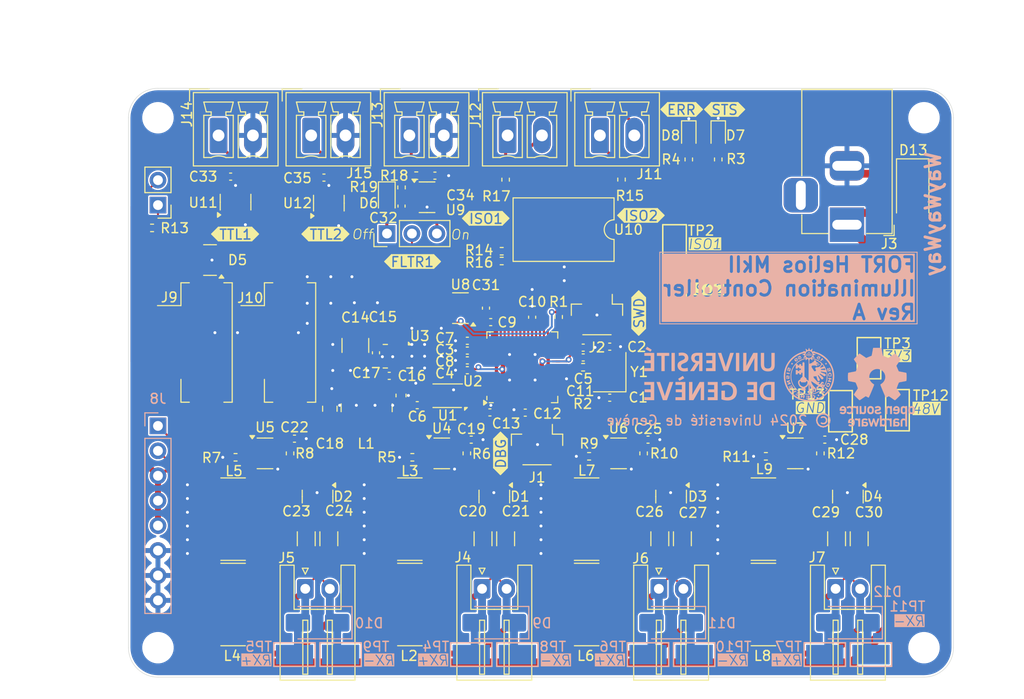
<source format=kicad_pcb>
(kicad_pcb (version 20241229) (generator "pcbnew") (generator_version "9.0")
  (layers (0 "F.Cu" signal) (2 "B.Cu" signal) (13 "F.Paste" user) (15 "B.Paste" user) (5 "F.SilkS" user "F.Silkscreen") (7 "B.SilkS" user "B.Silkscreen") (1 "F.Mask" user) (3 "B.Mask" user) (25 "Edge.Cuts" user))
  (net 0 "")
  (net 1 "GND")
  (net 2 "/XIN")
  (net 3 "/XOUT_NP")
  (net 4 "+1V1")
  (net 5 "+3V3")
  (net 6 "+12V")
  (net 7 "/RG_VCC")
  (net 8 "/RG_SW")
  (net 9 "/RG_BOOT")
  (net 10 "/Transmitter1/RX_DCP+")
  (net 11 "/Transmitter1/RX+")
  (net 12 "/Transmitter1/RX_DCP-")
  (net 13 "/Transmitter1/RX-")
  (net 14 "/Transmitter0/RX_DCP+")
  (net 15 "/Transmitter0/RX+")
  (net 16 "/Transmitter0/RX-")
  (net 17 "/Transmitter0/RX_DCP-")
  (net 18 "/Transmitter2/RX_DCP+")
  (net 19 "/Transmitter2/RX+")
  (net 20 "/Transmitter2/RX-")
  (net 21 "/Transmitter2/RX_DCP-")
  (net 22 "/Transmitter3/RX_DCP+")
  (net 23 "/Transmitter3/RX+")
  (net 24 "/Transmitter3/RX-")
  (net 25 "/Transmitter3/RX_DCP-")
  (net 26 "/UART_RX")
  (net 27 "/UART_TX")
  (net 28 "/SWDIO")
  (net 29 "/SWCLK")
  (net 30 "+48V")
  (net 31 "/RUN")
  (net 32 "/XOUT")
  (net 33 "Net-(D7-A)")
  (net 34 "Net-(U4-F_SET)")
  (net 35 "Net-(U5-F_SET)")
  (net 36 "Net-(U6-F_SET)")
  (net 37 "Net-(U7-F_SET)")
  (net 38 "/CAN_STDBY")
  (net 39 "/QSPI_SS")
  (net 41 "/QSPI_IO2")
  (net 42 "/TX")
  (net 43 "/QSPI_IO3")
  (net 45 "/CAN_RX")
  (net 46 "/QSPI_SCLK")
  (net 47 "/CAN_SHUTDOWN")
  (net 48 "/QSPI_IO0")
  (net 49 "/CAN_TX")
  (net 51 "Net-(D8-A)")
  (net 52 "/DE")
  (net 56 "/QSPI_IO1")
  (net 63 "Net-(D6-K)")
  (net 64 "/CAN-")
  (net 65 "/CAN+")
  (net 66 "Net-(D6-A)")
  (net 67 "Net-(J11-Pin_1)")
  (net 68 "Net-(J11-Pin_2)")
  (net 69 "Net-(J12-Pin_2)")
  (net 70 "Net-(J12-Pin_1)")
  (net 71 "Net-(J15-Pin_1)")
  (net 72 "Net-(J14-Pin_1)")
  (net 74 "/OUT_1")
  (net 75 "/IN_ISO1")
  (net 76 "Net-(R15-Pad2)")
  (net 77 "/IN_ISO2")
  (net 78 "Net-(R17-Pad2)")
  (net 79 "Net-(JP2-B)")
  (net 80 "/IN_OC1")
  (net 83 "/OUT_2")
  (net 84 "Net-(JP1-A)")
  (net 95 "/LED_G")
  (net 96 "/LED_Y")
  (footprint "Package_TO_SOT_SMD:SOT-23-5" (layer "F.Cu") (at 156.4 92.1)
    (property "Reference" "U9")
    (property "Value" "74LVC1G17")
  )
  (footprint "LED_SMD:LED_0603_1608Metric" (layer "F.Cu") (at 186.05 85.8 -90)
    (property "Reference" "D7")
    (property "Value" "GREEN")
  )
  (footprint "Capacitor_SMD:C_0402_1005Metric" (layer "F.Cu") (at 162.8 114.025 180)
    (property "Reference" "C13")
    (property "Value" "100n")
  )
  (footprint "TestPoint:TestPoint_Keystone_5019_Minature" (layer "F.Cu") (at 204.3 113.8 90)
    (property "Reference" "TP12")
    (property "Value" "5019")
  )
  (footprint "fort:Texas_VQFN-HR-9_2.1x2.1mm_P0.5mm" (layer "F.Cu") (at 153.35 108.3 -90)
    (property "Reference" "U3")
    (property "Value" "LMR36506R3RPER")
  )
  (footprint "TestPoint:TestPoint_Keystone_5019_Minature" (layer "F.Cu") (at 181.6 101.7 90)
    (property "Reference" "TP1")
    (property "Value" "5019")
  )
  (footprint "Resistor_SMD:R_0402_1005Metric" (layer "F.Cu") (at 178.45 118.2 90)
    (property "Reference" "R10")
    (property "Value" "120")
  )
  (footprint "Capacitor_SMD:C_0603_1608Metric" (layer "F.Cu") (at 153.75 112.3 -90)
    (property "Reference" "C16")
    (property "Value" "1u")
  )
  (footprint "Resistor_SMD:R_0402_1005Metric" (layer "F.Cu") (at 128.4 95.225 180)
    (property "Reference" "R13")
    (property "Value" "120")
  )
  (footprint "Capacitor_SMD:C_0402_1005Metric" (layer "F.Cu") (at 196.9 116.8)
    (property "Reference" "C28")
    (property "Value" "100n")
  )
  (footprint "Capacitor_SMD:C_0402_1005Metric" (layer "F.Cu") (at 160.5 108.725 180)
    (property "Reference" "C8")
    (property "Value" "100n")
  )
  (footprint "Capacitor_SMD:C_0402_1005Metric" (layer "F.Cu") (at 160.5 106.725 180)
    (property "Reference" "C7")
    (property "Value" "2u2")
  )
  (footprint "Package_TO_SOT_SMD:SOT-23" (layer "F.Cu") (at 199.25 122.6 -90)
    (property "Reference" "D4")
    (property "Value" "CDSOT23-SM712")
  )
  (footprint "fort:JST_SH_BM03B-SRSS-TB_1x03-1MP_P1.00mm_Vertical" (layer "F.Cu") (at 173.7 104.1 180)
    (property "Reference" "J2")
    (property "Value" "JST SH")
  )
  (footprint "Capacitor_SMD:C_0402_1005Metric" (layer "F.Cu") (at 172.3 107.425)
    (property "Reference" "C5")
    (property "Value" "100n")
  )
  (footprint "fort:L_Bourns-SRN8040_8x8.15mm" (layer "F.Cu") (at 154.65 124.9)
    (property "Reference" "L3")
    (property "Value" "330u")
  )
  (footprint "fort:L_Bourns-SRN8040_8x8.15mm" (layer "F.Cu") (at 136.65 133.6 180)
    (property "Reference" "L4")
    (property "Value" "330u")
  )
  (footprint "Capacitor_SMD:C_1206_3216Metric" (layer "F.Cu") (at 146.4 126.9 90)
    (property "Reference" "C24")
    (property "Value" "180n")
  )
  (footprint "Capacitor_SMD:C_0402_1005Metric" (layer "F.Cu") (at 167.1 104.325 90)
    (property "Reference" "C10")
    (property "Value" "100n")
  )
  (footprint "Capacitor_SMD:C_1206_3216Metric" (layer "F.Cu") (at 180.1 126.9 90)
    (property "Reference" "C26")
    (property "Value" "180n")
  )
  (footprint "Capacitor_SMD:C_0402_1005Metric" (layer "F.Cu") (at 157.2 89.9)
    (property "Reference" "C34")
    (property "Value" "100n")
  )
  (footprint "Capacitor_SMD:C_0402_1005Metric" (layer "F.Cu") (at 155.4 113.2875 180)
    (property "Reference" "C6")
    (property "Value" "100n")
  )
  (footprint "Connector_JST:JST_XH_S2B-XH-A_1x02_P2.50mm_Horizontal" (layer "F.Cu") (at 144 132)
    (property "Reference" "J5")
    (property "Value" "JST XH")
  )
  (footprint "Capacitor_SMD:C_1206_3216Metric" (layer "F.Cu") (at 162.1 126.9 90)
    (property "Reference" "C20")
    (property "Value" "180n")
  )
  (footprint "Resistor_SMD:R_0402_1005Metric" (layer "F.Cu") (at 164 98.6)
    (property "Reference" "R16")
    (property "Value" "1k")
  )
  (footprint "fort:L_Wuerth_WE-SPC_4838" (layer "F.Cu") (at 150.25 113.55 -90)
    (property "Reference" "L1")
    (property "Value" "8.2u")
  )
  (footprint "Resistor_SMD:R_0402_1005Metric" (layer "F.Cu") (at 164 97.6)
    (property "Reference" "R14")
    (property "Value" "1k")
  )
  (footprint "Package_DFN_QFN:QFN-56-1EP_7x7mm_P0.4mm_EP3.2x3.2mm" (layer "F.Cu") (at 166.1 109.425 90)
    (property "Reference" "U2")
    (property "Value" "RP2040")
  )
  (footprint "TestPoint:TestPoint_Keystone_5019_Minature" (layer "F.Cu") (at 198.5 113.9 90)
    (property "Reference" "TP13")
    (property "Value" "5019")
  )
  (footprint "Resistor_SMD:R_0402_1005Metric" (layer "F.Cu") (at 186.05 88.25 -90)
    (property "Reference" "R3")
    (property "Value" "62")
  )
  (footprint "TestPoint:TestPoint_Keystone_5019_Minature" (layer "F.Cu") (at 181.6 97 90)
    (property "Reference" "TP2")
    (property "Value" "5019")
  )
  (footprint "Package_TO_SOT_SMD:SOT-23" (layer "F.Cu") (at 181.25 122.6 -90)
    (property "Reference" "D3")
    (property "Value" "CDSOT23-SM712")
  )
  (footprint "fort:Texas_SOT-23-8-THIN_1.6x2.9m" (layer "F.Cu") (at 139.9 118.2)
    (property "Reference" "U5")
    (property "Value" "THVD8010")
  )
  (footprint "Capacitor_SMD:C_0402_1005Metric" (layer "F.Cu") (at 160.5 107.725 180)
    (property "Reference" "C3")
    (property "Value" "2u2")
  )
  (footprint "fort:JST_PH_B4B-PH-SM4-TB_1x04-1MP_P2.00mm_Vertical" (layer "F.Cu") (at 140.7 106.9 -90)
    (property "Reference" "J10")
    (property "Value" "JST PH")
  )
  (footprint "Package_TO_SOT_SMD:SOT-23-5" (layer "F.Cu") (at 146.4 92.7 90)
    (property "Reference" "U12")
    (property "Value" "74LVC1G17")
  )
  (footprint "fort:L_Bourns-SRN8040_8x8.15mm" (layer "F.Cu") (at 172.65 124.9)
    (property "Reference" "L7")
    (property "Value" "330u")
  )
  (footprint "Capacitor_SMD:C_0402_1005Metric" (layer "F.Cu") (at 162.4 103.4 -90)
    (property "Reference" "C31")
    (property "Value" "100n")
  )
  (footprint "Resistor_SMD:R_0402_1005Metric" (layer "F.Cu") (at 172.9 118.5 180)
    (property "Reference" "R9")
    (property "Value" "47k")
  )
  (footprint "Resistor_SMD:R_0402_1005Metric" (layer "F.Cu") (at 176.2 90.3 -90)
    (property "Reference" "R15")
    (property "Value" "180")
  )
  (footprint "Package_DIP:SMDIP-8_W9.53mm" (layer "F.Cu") (at 170.3 95.4 -90)
    (property "Reference" "U10")
    (property "Value" "LTV-827S")
  )
  (footprint "Capacitor_SMD:C_0402_1005Metric" (layer "F.Cu") (at 178.9 116.8)
    (property "Reference" "C25")
    (property "Value" "100n")
  )
  (footprint "Capacitor_SMD:C_0402_1005Metric" (layer "F.Cu") (at 151.2 107.95 -90)
    (property "Reference" "C15")
    (property "Value" "100n")
  )
  (footprint "Connector_Phoenix_MC:PhoenixContact_MCV_1,5_2-G-3.5_1x02_P3.50mm_Vertical" (layer "F.Cu") (at 154.6 85.8)
    (property "Reference" "J13")
    (property "Value" "Phoenix MCV_1,5")
  )
  (footprint "Capacitor_SMD:C_1206_3216Metric" (layer "F.Cu") (at 198.1 126.9 90)
    (property "Reference" "C29")
    (property "Value" "180n")
  )
  (footprint "Capacitor_SMD:C_0402_1005Metric" (layer "F.Cu") (at 175 112.525 180)
    (property "Reference" "C1")
    (property "Value" "15p")
  )
  (footprint "TestPoint:TestPoint_Keystone_5019_Minature" (layer "F.Cu") (at 201.4 108.5 90)
    (property "Reference" "TP3")
    (property "Value" "5019")
  )
  (footprint "MountingHole:MountingHole_2.7mm_M2.5" (layer "F.Cu") (at 207 138)
    (property "Reference" "REF**" (hide yes))
    (property "Value" "MountingHole_2.7mm_M2.5")
  )
  (footprint "Connector_PinHeader_2.54mm:PinHeader_1x03_P2.54mm_Vertical" (layer "F.Cu") (at 152.32 95.8 90)
    (property "Reference" "JP2" (hide yes))
    (property "Value" ".100 Header")
  )
  (footprint "Capacitor_SMD:C_0402_1005Metric" (layer "F.Cu") (at 145.9 90.1)
    (property "Reference" "C35")
    (property "Value" "100n")
  )
  (footprint "Package_TO_SOT_SMD:SOT-23" (layer "F.Cu") (at 134.3 98.5 180)
    (property "Reference" "D5")
    (property "Value" "CDSOT23-T24CAN")
  )
  (footprint "fort:Texas_SOT-23-8-THIN_1.6x2.9m" (layer "F.Cu") (at 193.9 118.2)
    (property "Reference" "U7")
    (property "Value" "THVD8010")
  )
  (footprint "Capacitor_SMD:C_0402_1005Metric" (layer "F.Cu") (at 152.55 110.3 180)
    (property "Reference" "C17")
    (property "Value" "100n")
  )
  (footprint "Capacitor_SMD:C_0402_1005Metric" (layer "F.Cu") (at 136.4 90)
    (property "Reference" "C33")
    (property "Value" "100n")
  )
  (footprint "Resistor_SMD:R_0402_1005Metric" (layer "F.Cu") (at 136.9 118.6 180)
    (property "Reference" "R7")
    (property "Value" "47k")
  )
  (footprint "Resistor_SMD:R_0402_1005Metric" (layer "F.Cu") (at 154.9 118.6 180)
    (property "Reference" "R5")
    (property "Value" "47k")
  )
  (footprint "Capacitor_SMD:C_1206_3216Metric" (layer "F.Cu") (at 200.4 126.9 90)
    (property "Reference" "C30")
    (property "Value" "180n")
  )
  (footprint "MountingHole:MountingHole_2.7mm_M2.5" (layer "F.Cu") (at 207 84)
    (property "Reference" "REF**" (hide yes))
    (property "Value" "MountingHole_2.7mm_M2.5")
  )
  (footprint "Resistor_SMD:R_0402_1005Metric" (layer "F.Cu") (at 160.45 118.2 90)
    (property "Reference" "R6")
    (property "Value" "120")
  )
  (footprint "Resistor_SMD:R_0402_1005Metric" (layer "F.Cu") (at 164.4 90.31 -90)
    (property "Reference" "R17")
    (property "Value" "180")
  )
  (footprint "Diode_SMD:D_SMA" (layer "F.Cu") (at 205.85 91.7 -90)
    (property "Reference" "D13")
    (property "Value" "SMAJ48CA")
  )
  (footprint "fort:JST_SH_BM03B-SRSS-TB_1x03-1MP_P1.00mm_Vertical" (layer "F.Cu") (at 167.6 117.35 180)
    (property "Reference" "J1")
    (property "Value" "JST SH")
  )
  (footprint "fort:L_Bourns-SRN8040_8x8.15mm" (layer "F.Cu") (at 190.65 133.6 180)
    (property "Reference" "L8")
    (property "Value" "330u")
  )
  (footprint "Resistor_SMD:R_0402_1005Metric" (layer "F.Cu") (at 155.3 89.9)
    (property "Reference" "R18")
    (property "Value" "15k")
  )
  (footprint "fort:Texas_SOT-23-8-THIN_1.6x2.9m" (layer "F.Cu") (at 175.9 118.2)
    (property "Reference" "U6")
    (property "Value" "THVD8010")
  )
  (footprint "Capacitor_SMD:C_1206_3216Metric" (layer "F.Cu") (at 182.4 126.9 90)
    (property "Reference" "C27")
    (property "Value" "180n")
  )
  (footprint "fort:L_Bourns-SRN8040_8x8.15mm" (layer "F.Cu") (at 190.65 124.9)
    (property "Reference" "L9")
    (property "Value" "330u")
  )
  (footprint "Resistor_SMD:R_0402_1005Metric" (layer "F.Cu") (at 183.05 88.25 -90)
    (property "Reference" "R4")
    (property "Value" "240")
  )
  (footprint "Capacitor_SMD:C_0402_1005Metric" (layer "F.Cu") (at 160.5 109.725 180)
    (property "Reference" "C4")
    (property "Value" "100n")
  )
  (footprint "Capacitor_SMD:C_0402_1005Metric" (layer "F.Cu") (at 162.88125 104.825 180)
    (property "Reference" "C9")
    (property "Value" "100n")
  )
  (footprint "Capacitor_SMD:C_1210_3225Metric" (layer "F.Cu") (at 149.1 107.2 -90)
    (property "Reference" "C14")
    (property "Value" "2.2u")
  )
  (footprint "Package_TO_SOT_SMD:SOT-23" (layer "F.Cu") (at 163.25 122.6 -90)
    (property "Reference" "D1")
    (property "Value" "CDSOT23-SM712")
  )
  (footprint "fort:Texas_SOT-23-8-THIN_1.6x2.9m" (layer "F.Cu") (at 157.9 118.2)
    (property "Reference" "U4")
    (property "Value" "THVD8010")
  )
  (footprint "Connector_Phoenix_MC:PhoenixContact_MCV_1,5_2-G-3.5_1x02_P3.50mm_Vertical" (layer "F.Cu") (at 135.1675 85.8)
    (property "Reference" "J14")
    (property "Value" "Phoenix MCV_1,5")
  )
  (footprint "MountingHole:MountingHole_2.7mm_M2.5" (layer "F.Cu") (at 129 138)
    (property "Reference" "REF**" (hide yes))
    (property "Value" "MountingHole_2.7mm_M2.5")
  )
  (footprint "Connector_JST:JST_XH_S2B-XH-A_1x02_P2.50mm_Horizontal" (layer "F.Cu") (at 198 132)
    (property "Reference" "J7")
    (property "Value" "JST XH")
  )
  (footprint "LED_SMD:LED_0603_1608Metric" (layer "F.Cu") (at 183.05 85.8 -90)
    (property "Reference" "D8")
    (property "Value" "YELLOW")
  )
  (footprint "Capacitor_SMD:C_1206_3216Metric" (layer "F.Cu") (at 164.4 126.9 90)
    (property "Reference" "C21")
    (property "Value" "180n")
  )
  (footprint "Connector_PinHeader_2.54mm:PinHeader_1x02_P2.54mm_Vertical" (layer "F.Cu") (at 129 92.9 180)
    (property "Reference" "JP1" (hide yes))
    (property "Value" "Term")
  )
  (footprint "Package_TO_SOT_SMD:SOT-23-5" (layer "F.Cu") (at 136.9 92.6 90)
    (property "Reference" "U11")
    (property "Value" "74LVC1G17")
  )
  (footprint "Capacitor_SMD:C_1206_3216Metric" (layer "F.Cu") (at 144.1 126.9 90)
    (property "Reference" "C23")
    (property "Value" "180n")
  )
  (footprint "Capacitor_SMD:C_0402_1005Metric" (layer "F.Cu") (at 160.9 116.8)
    (property "Reference" "C19")
    (property "Value" "100n")
  )
  (footprint "Connector_Phoenix_MC:PhoenixContact_MCV_1,5_2-G-3.5_1x02_P3.50mm_Vertical" (layer "F.Cu") (at 164.6 85.8)
    (property "Reference" "J12")
    (property "Value" "Phoenix MCV_1,5")
  )
  (footprint "fort:JST_PH_B4B-PH-SM4-TB_1x04-1MP_P2.00mm_Vertical" (layer "F.Cu") (at 132.2 106.9 -90)
    (property "Reference" "J9")
    (property "Value" "JST PH")
  )
  (footprint "MountingHole:MountingHole_2.7mm_M2.5" (layer "F.Cu") (at 129 84)
    (property "Reference" "REF**" (hide yes))
    (property "Value" "MountingHole_2.7mm_M2.5")
  )
  (footprint "Capacitor_SMD:C_0402_1005Metric" (layer "F.Cu") (at 142.9 116.7)
    (property "Reference" "C22")
    (property "Value" "100n")
  )
  (footprint "fort:Winbond_USON-8-1EP_UX_2x3mm_P0.5mm_EP0.2x1.5mm" (layer "F.Cu") (at 158.5 112.325 180)
    (property "Reference" "U1")
    (property "Value" "W25Q16JVUXIQ")
  )
  (footprint "Resistor_SMD:R_0402_1005Metric" (layer "F.Cu") (at 169.8 104.3 90)
    (property "Reference" "R1")
    (property "Value" "15k")
  )
  (footprint "Package_TO_SOT_SMD:SOT-23" (layer "F.Cu") (at 145.25 122.6 -90)
    (property "Reference" "D2")
    (property "Value" "CDSOT23-SM712")
  )
  (footprint "Connector_Phoenix_MC:PhoenixContact_MCV_1,5_2-G-3.5_1x02_P3.50mm_Vertical" (layer "F.Cu") (at 174 85.8)
    (property "Reference" "J11")
    (property "Value" "Phoenix MCV_1,5")
  )
  (footprint "Crystal:Crystal_SMD_3225-4Pin_3.2x2.5mm" (layer "F.Cu") (at 175 109.925 90)
    (property "Reference" "Y1")
    (property "Value" "ABM8-272-T3")
  )
  (footprint "Connector_JST:JST_XH_S2B-XH-A_1x02_P2.50mm_Horizontal" (layer "F.Cu") (at 180 132)
    (property "Reference" "J6")
    (property "Value" "JST XH")
  )
  (footprint "Resistor_SMD:R_0402_1005Metric" (layer "F.Cu") (at 153.8 91.1 90)
    (property "Reference" "R19")
    (property "Value" "15k")
  )
  (footprint "Package_TO_SOT_SMD:SOT-23-8" (layer "F.Cu") (at 159.8 103.4 180)
    (property "Reference" "U8")
    (property "Value" "TCAN3414")
  )
  (footprint "Connector_Phoenix_MC:PhoenixContact_MCV_1,5_2-G-3.5_1x02_P3.50mm_Vertical" (layer "F.Cu") (at 144.6 85.8)
    (property "Reference" "J15")
    (property "Value" "Phoenix MCV_1,5")
  )
  (footprint "Capacitor_SMD:C_0402_1005Metric" (layer "F.Cu") (at 175 107.325)
    (property "Reference" "C2")
    (property "Value" "15p")
  )
  (footprint "Connector_BarrelJack:BarrelJack_Horizontal" (layer "F.Cu") (at 199.1575 94.9 -90)
    (property "Reference" "J3")
    (property "Value" "Jack-DC OD 5.5 IN 2.1")
  )
  (footprint "fort:L_Bourns-SRN8040_8x8.15mm" (layer "F.Cu") (at 136.65 124.9)
    (property "Reference" "L5")
    (property "Value" "330u")
  )
  (footprint "Capacitor_SMD:C_0805_2012Metric" (layer "F.Cu") (at 146.5 113.65 90)
    (property "Reference" "C18")
    (property "Value" "22u")
  )
  (footprint "Resistor_SMD:R_0402_1005Metric" (layer "F.Cu") (at 142.45 118.2 90)
    (property "Reference" "R8")
    (property "Value" "120")
  )
  (footprint "fort:L_Bourns-SRN8040_8x8.15mm" (layer "F.Cu") (at 172.65 133.6 180)
    (property "Reference" "L6")
    (property "Value" "330u")
  )
  (footprint "Capacitor_SMD:C_0402_1005Metric" (layer "F.Cu") (at 172.3 108.425)
    (property "Reference" "C11")
    (property "Value" "100n")
  )
  (footprint "Connector_JST:JST_XH_S2B-XH-A_1x02_P2.50mm_Horizontal" (layer "F.Cu") (at 162 132)
    (property "Reference" "J4")
    (property "Value" "JST XH")
  )
  (footprint "fort:L_Bourns-SRN8040_8x8.15mm" (layer "F.Cu") (at 154.65 133.6 180)
    (property "Reference" "L2")
    (property "Value" "330u")
  )
  (footprint "Diode_SMD:D_SOD-323F" (layer "F.Cu") (at 152.3 92.145 -90)
    (property "Reference" "D6")
    (property "Value" "BAT54J")
  )
  (footprint "Capacitor_SMD:C_0402_1005Metric" (layer "F.Cu") (at 153.8 93 -90)
    (property "Reference" "C32")
    (property "Value" "1n")
  )
  (footprint "Resistor_SMD:R_0402_1005Metric" (layer "F.Cu") (at 190.9 118.5 180)
    (property "Reference" "R11")
    (property "Value" "47k")
  )
  (footprint "Capacitor_SMD:C_0402_1005Metric" (layer "F.Cu") (at 166.4 114.05 180)
    (property "Reference" "C12")
    (property "Value" "100n")
  )
  (footprint "Resistor_SMD:R_0402_1005Metric" (layer "F.Cu") (at 196.45 118.2 90)
    (property "Reference" "R12")
    (property "Value" "120")
  )
  (footprint "Resistor_SMD:R_0402_1005Metric" (layer "F.Cu") (at 172.29 109.425)
    (property "Reference" "R2")
    (property "Value" "1k")
  )
  (footprint "TestPoint:TestPoint_Keystone_5019_Minature" (layer "B.Cu") (at 142.9 138.7 180)
    (property "Reference" "TP5")
    (property "Value" "5019")
  )
  (footprint "Symbol:OSHW-Logo_7.5x8mm_SilkScreen" (layer "B.Cu") (at 202.25 111.45 180)
    (property "Reference" "REF**" (hide yes))
    (property "Value" "OSHW-Logo_7.5x8mm_SilkScreen" (hide yes))
  )
  (footprint "TestPoint:TestPoint_Keystone_5019_Minature" (layer "B.Cu") (at 201.6 138.7 180)
    (property "Reference" "TP11")
    (property "Value" "5019")
  )
  (footprint "TestPoint:TestPoint_Keystone_5019_Minature" (layer "B.Cu") (at 178.9 138.7 180)
    (property "Reference" "TP6")
    (property "Value" "5019")
  )
  (footprint "TestPoint:TestPoint_Keystone_5019_Minature" (layer "B.Cu") (at 165.6 138.7 180)
    (property "Reference" "TP8")
    (property "Value" "5019")
  )
  (footprint "TestPoint:TestPoint_Keystone_5019_Minature" (layer "B.Cu") (at 196.9 138.7 180)
    (property "Reference" "TP7")
    (property "Value" "5019")
  )
  (footprint "Diode_SMD:D_SMA" (layer "B.Cu") (at 181.25 135.45 180)
    (property "Reference" "D11")
    (property "Value" "SMAJ51CA")
  )
  (footprint "Diode_SMD:D_SMA" (layer "B.Cu") (at 145.25 135.45 180)
    (property "Reference" "D10")
    (property "Value" "SMAJ51CA")
  )
  (footprint "Diode_SMD:D_SMA" (layer "B.Cu") (at 163.25 135.45 180)
    (property "Reference" "D9")
    (property "Value" "SMAJ51CA")
  )
  (footprint "Connector_PinSocket_2.54mm:PinSocket_1x08_P2.54mm_Vertical" (layer "B.Cu") (at 129 115.4 180)
    (property "Reference" "J8")
    (property "Value" ".100 Header stackable")
  )
  (footprint "TestPoint:TestPoint_Keystone_5019_Minature" (layer "B.Cu") (at 160.9 138.7 180)
    (property "Reference" "TP4")
    (property "Value" "5019")
  )
  (footprint "Diode_SMD:D_SMA" (layer "B.Cu") (at 199.25 135.45 180)
    (property "Reference" "D12")
    (property "Value" "SMAJ51CA")
  )
  (footprint "TestPoint:TestPoint_Keystone_5019_Minature" (layer "B.Cu") (at 147.6 138.7 180)
    (property "Reference" "TP9")
    (property "Value" "5019")
  )
  (footprint "TestPoint:TestPoint_Keystone_5019_Minature" (layer "B.Cu") (at 183.6 138.7 180)
    (property "Reference" "TP10")
    (property "Value" "5019")
  )
  (gr_poly (pts (xy 179.85 93.25) (xy 179.85 94.65) (xy 180.55 93.95)) (stroke (width 0.1)) (fill yes) (layer "F.SilkS"))
  (gr_line (start 178.65 102.325) (end 178.65 105.475) (stroke (width 0.1)) (layer "F.SilkS"))
  (gr_line (start 179.85 94.65) (end 176.5 94.65) (stroke (width 0.1)) (layer "F.SilkS"))
  (gr_line (start 135.15 95.15) (end 138.55 95.15) (stroke (width 0.1)) (layer "F.SilkS"))
  (gr_poly (pts (xy 147.75 95.15) (xy 147.75 96.55) (xy 148.45 95.85)) (stroke (width 0.1)) (fill yes) (layer "F.SilkS"))
  (gr_line (start 188.05 83.85) (end 185.35 83.85) (stroke (width 0.1)) (layer "F.SilkS"))
  (gr_line (start 164.575 116.725) (end 164.575 119.675) (stroke (width 0.1)) (layer "F.SilkS"))
  (gr_line (start 147.75 96.55) (end 144.35 96.55) (stroke (width 0.1)) (layer "F.SilkS"))
  (gr_poly (pts (xy 176.5 94.65) (xy 176.5 93.25) (xy 175.8 93.95)) (stroke (width 0.1)) (fill yes) (layer "F.SilkS"))
  (gr_line (start 164.05 94.95) (end 160.7 94.95) (stroke (width 0.1)) (layer "F.SilkS"))
  (gr_line (start 183.75 83.85) (end 180.9 83.85) (stroke (width 0.1)) (layer "F.SilkS"))
  (gr_line (start 144.35 95.15) (end 147.75 95.15) (stroke (width 0.1)) (layer "F.SilkS"))
  (gr_poly (pts (xy 160.7 94.95) (xy 160.7 93.55) (xy 160 94.25)) (stroke (width 0.1)) (fill yes) (layer "F.SilkS"))
  (gr_line (start 176.5 93.25) (end 179.85 93.25) (stroke (width 0.1)) (layer "F.SilkS"))
  (gr_poly (pts (xy 180.9 83.85) (xy 180.9 82.45) (xy 180.2 83.15)) (stroke (width 0.1)) (fill yes) (layer "F.SilkS"))
  (gr_poly (pts (xy 185.35 83.85) (xy 185.35 82.45) (xy 184.65 83.15)) (stroke (width 0.1)) (fill yes) (layer "F.SilkS"))
  (gr_poly (pts (xy 183.75 82.45) (xy 183.75 83.85) (xy 184.45 83.15)) (stroke (width 0.1)) (fill yes) (layer "F.SilkS"))
  (gr_poly (pts (xy 152.775 99.35) (xy 152.775 97.95) (xy 152.075 98.65)) (stroke (width 0.1)) (fill yes) (layer "F.SilkS"))
  (gr_line (start 152.775 97.95) (end 157.075 97.95) (stroke (width 0.1)) (layer "F.SilkS"))
  (gr_poly (pts (xy 144.35 96.55) (xy 144.35 95.15) (xy 143.65 95.85)) (stroke (width 0.1)) (fill yes) (layer "F.SilkS"))
  (gr_line (start 160.7 93.55) (end 164.05 93.55) (stroke (width 0.1)) (layer "F.SilkS"))
  (gr_line (start 177.25 105.475) (end 177.25 102.325) (stroke (width 0.1)) (layer "F.SilkS"))
  (gr_poly (pts (xy 163.175 116.725) (xy 164.575 116.725) (xy 163.875 116.025)) (stroke (width 0.1)) (fill yes) (layer "F.SilkS"))
  (gr_poly (pts (xy 157.075 97.95) (xy 157.075 99.35) (xy 157.775 98.65)) (stroke (width 0.1)) (fill yes) (layer "F.SilkS"))
  (gr_line (start 157.075 99.35) (end 152.775 99.35) (stroke (width 0.1)) (layer "F.SilkS"))
  (gr_poly (pts (xy 177.25 102.325) (xy 178.65 102.325) (xy 177.95 101.625)) (stroke (width 0.1)) (fill yes) (layer "F.SilkS"))
  (gr_poly (pts (xy 164.05 93.55) (xy 164.05 94.95) (xy 164.75 94.25)) (stroke (width 0.1)) (fill yes) (layer "F.SilkS"))
  (gr_poly (pts (xy 138.55 95.15) (xy 138.55 96.55) (xy 139.25 95.85)) (stroke (width 0.1)) (fill yes) (layer "F.SilkS"))
  (gr_poly (pts (xy 164.575 119.675) (xy 163.175 119.675) (xy 163.875 120.375)) (stroke (width 0.1)) (fill yes) (layer "F.SilkS"))
  (gr_line (start 163.175 119.675) (end 163.175 116.725) (stroke (width 0.1)) (layer "F.SilkS"))
  (gr_poly (pts (xy 188.05 82.45) (xy 188.05 83.85) (xy 188.75 83.15)) (stroke (width 0.1)) (fill yes) (layer "F.SilkS"))
  (gr_poly (pts (xy 178.65 105.475) (xy 177.25 105.475) (xy 177.95 106.175)) (stroke (width 0.1)) (fill yes) (layer "F.SilkS"))
  (gr_line (start 138.55 96.55) (end 135.15 96.55) (stroke (width 0.1)) (layer "F.SilkS"))
  (gr_line (start 180.9 82.45) (end 183.75 82.45) (stroke (width 0.1)) (layer "F.SilkS"))
  (gr_poly (pts (xy 135.15 96.55) (xy 135.15 95.15) (xy 134.45 95.85)) (stroke (width 0.1)) (fill yes) (layer "F.SilkS"))
  (gr_line (start 185.35 82.45) (end 188.05 82.45) (stroke (width 0.1)) (layer "F.SilkS"))
  (gr_poly (pts (xy 194.053087 111.994774) (xy 194.255355 112.119707) (xy 194.22515 112.16863) (xy 194.040295 112.054443) (xy 194.005546 112.110753) (xy 194.19031 112.224909) (xy 194.157432 112.278101) (xy 193.949956 112.14994) (xy 193.911313 112.212506) (xy 194.216987 112.40138) (xy 194.389517 112.122106) (xy 194.089077 111.936488)) (stroke (width -0.000001)) (fill yes) (layer "B.SilkS"))
  (gr_poly (pts (xy 197.250616 111.011172) (xy 197.242148 111.012023) (xy 197.233701 111.013353) (xy 197.225288 111.015165) (xy 197.216919 111.017459) (xy 197.208605 111.020237) (xy 197.200356 111.0235) (xy 197.192184 111.027248) (xy 197.184099 111.031484) (xy 197.176111 111.036208) (xy 197.168233 111.041422) (xy 197.160474 111.047126) (xy 197.152845 111.053323) (xy 197.145357 111.060013) (xy 197.138021 111.067197) (xy 197.130848 111.074877) (xy 197.123848 111.083054) (xy 197.117032 111.09173) (xy 197.110412 111.100904) (xy 197.103997 111.110579) (xy 197.097799 111.120756) (xy 197.091828 111.131436) (xy 197.086095 111.14262) (xy 197.080611 111.15431) (xy 197.075534 111.166187) (xy 197.070999 111.177914) (xy 197.066999 111.189482) (xy 197.063526 111.200885) (xy 197.06057 111.212115) (xy 197.058126 111.223165) (xy 197.056183 111.234028) (xy 197.054735 111.244697) (xy 197.053774 111.255164) (xy 197.05329 111.265422) (xy 197.053277 111.275465) (xy 197.053725 111.285284) (xy 197.054628 111.294872) (xy 197.055977 111.304223) (xy 197.057763 111.313329) (xy 197.05998 111.322183) (xy 197.062618 111.330778) (xy 197.06567 111.339106) (xy 197.069128 111.34716) (xy 197.072983 111.354933) (xy 197.077228 111.362418) (xy 197.081855 111.369608) (xy 197.086855 111.376494) (xy 197.09222 111.383071) (xy 197.097943 111.389331) (xy 197.104016 111.395266) (xy 197.110429 111.40087) (xy 197.117176 111.406135) (xy 197.124248 111.411054) (xy 197.131638 111.41562) (xy 197.139336 111.419825) (xy 197.147335 111.423662) (xy 197.155517 111.427072) (xy 197.163774 111.430014) (xy 197.172095 111.432487) (xy 197.180468 111.434489) (xy 197.188884 111.436019) (xy 197.197331 111.437076) (xy 197.205799 111.437659) (xy 197.214276 111.437766) (xy 197.222753 111.437396) (xy 197.231218 111.436549) (xy 197.239661 111.435221) (xy 197.24807 111.433413) (xy 197.256436 111.431123) (xy 197.264747 111.42835) (xy 197.272992 111.425093) (xy 197.281161 111.421349) (xy 197.289243 111.417119) (xy 197.297227 111.4124) (xy 197.305103 111.407191) (xy 197.312859 111.401492) (xy 197.320485 111.395301) (xy 197.327971 111.388616) (xy 197.335304 111.381436) (xy 197.342476 111.373761) (xy 197.349474 111.365588) (xy 197.356288 111.356916) (xy 197.362907 111.347745) (xy 197.369321 111.338073) (xy 197.375518 111.327899) (xy 197.381489 111.31722) (xy 197.387221 111.306037) (xy 197.392706 111.294348) (xy 197.397785 111.282469) (xy 197.402322 111.270741) (xy 197.406324 111.259171) (xy 197.409799 111.247766) (xy 197.412755 111.236534) (xy 197.415201 111.225482) (xy 197.417144 111.214617) (xy 197.417484 111.212114) (xy 197.337479 111.212114) (xy 197.337433 111.217364) (xy 197.337093 111.222748) (xy 197.336448 111.228267) (xy 197.335488 111.233918) (xy 197.334206 111.239702) (xy 197.33259 111.245617) (xy 197.330632 111.251663) (xy 197.328322 111.257839) (xy 197.32565 111.264144) (xy 197.322716 111.27034) (xy 197.319639 111.276179) (xy 197.316425 111.281669) (xy 197.313082 111.286816) (xy 197.309616 111.291626) (xy 197.306034 111.296106) (xy 197.302343 111.300262) (xy 197.29855 111.304102) (xy 197.294661 111.307631) (xy 197.290684 111.310856) (xy 197.286624 111.313785) (xy 197.28249 111.316422) (xy 197.278288 111.318776) (xy 197.274025 111.320853) (xy 197.269706 111.322658) (xy 197.265341 111.324199) (xy 197.260934 111.325483) (xy 197.256493 111.326516) (xy 197.252026 111.327304) (xy 197.247537 111.327854) (xy 197.243036 111.328173) (xy 197.238527 111.328267) (xy 197.234019 111.328143) (xy 197.229517 111.327807) (xy 197.220562 111.326527) (xy 197.211716 111.32448) (xy 197.203035 111.321719) (xy 197.194572 111.318295) (xy 197.186366 111.314259) (xy 197.178513 111.309617) (xy 197.171088 111.304375) (xy 197.164166 111.298539) (xy 197.157822 111.292116) (xy 197.152132 111.285111) (xy 197.149556 111.281392) (xy 197.147171 111.277531) (xy 197.144988 111.273527) (xy 197.143015 111.269381) (xy 197.141261 111.265095) (xy 197.139737 111.260669) (xy 197.138452 111.256103) (xy 197.137415 111.2514) (xy 197.136635 111.246558) (xy 197.136122 111.24158) (xy 197.135886 111.236465) (xy 197.135935 111.231215) (xy 197.136279 111.225831) (xy 197.136928 111.220313) (xy 197.137891 111.214662) (xy 197.139177 111.208878) (xy 197.140797 111.202963) (xy 197.142758 111.196917) (xy 197.145071 111.190742) (xy 197.147745 111.184437) (xy 197.150676 111.178248) (xy 197.153752 111.172415) (xy 197.156964 111.166931) (xy 197.160306 111.16179) (xy 197.16377 111.156985) (xy 197.167351 111.15251) (xy 197.171042 111.148358) (xy 197.174835 111.144522) (xy 197.178723 111.140996) (xy 197.1827 111.137774) (xy 197.186759 111.134848) (xy 197.190894 111.132212) (xy 197.195096 111.12986) (xy 197.19936 111.127784) (xy 197.203679 111.125979) (xy 197.208045 111.124438) (xy 197.212452 111.123154) (xy 197.216894 111.122121) (xy 197.221363 111.121331) (xy 197.225852 111.120779) (xy 197.230354 111.120458) (xy 197.234864 111.120361) (xy 197.239373 111.120482) (xy 197.243876 111.120814) (xy 197.252832 111.122085) (xy 197.261679 111.124121) (xy 197.270362 111.12687) (xy 197.278825 111.130279) (xy 197.287011 111.134314) (xy 197.29485 111.138957) (xy 197.302264 111.144199) (xy 197.309179 111.150035) (xy 197.315518 111.156459) (xy 197.321207 111.163465) (xy 197.323783 111.167183) (xy 197.326169 111.171045) (xy 197.328354 111.17505) (xy 197.330329 111.179196) (xy 197.332084 111.183482) (xy 197.333611 111.187909) (xy 197.334899 111.192474) (xy 197.33594 111.197178) (xy 197.336723 111.20202) (xy 197.337239 111.206999) (xy 197.337479 111.212114) (xy 197.417484 111.212114) (xy 197.418593 111.203947) (xy 197.419556 111.193478) (xy 197.42004 111.183218) (xy 197.420054 111.173174) (xy 197.419606 111.163353) (xy 197.418704 111.153763) (xy 197.417357 111.14441) (xy 197.415571 111.135302) (xy 197.413356 111.126446) (xy 197.410719 111.117849) (xy 197.407668 111.109518) (xy 197.404212 111.101462) (xy 197.400359 111.093686) (xy 197.396116 111.086198) (xy 197.391492 111.079006) (xy 197.386495 111.072116) (xy 197.381133 111.065536) (xy 197.375414 111.059273) (xy 197.369346 111.053334) (xy 197.362937 111.047726) (xy 197.356195 111.042457) (xy 197.349129 111.037534) (xy 197.341747 111.032964) (xy 197.334055 111.028754) (xy 197.326064 111.024911) (xy 197.317879 111.021497) (xy 197.309619 111.018552) (xy 197.301295 111.016078) (xy 197.292919 111.014074) (xy 197.2845 111.012544) (xy 197.276049 111.011487) (xy 197.267578 111.010905) (xy 197.259097 111.0108)) (stroke (width -0.000001)) (fill yes) (layer "B.SilkS"))
  (gr_poly (pts (xy 181.691796 111.222494) (xy 182.343939 111.222494) (xy 182.343939 111.679285) (xy 181.724815 111.679285) (xy 181.724815 111.970934) (xy 182.343939 111.970934) (xy 182.343939 112.474472) (xy 181.691796 112.474472) (xy 181.691796 112.779927) (xy 182.701658 112.779927) (xy 182.701658 110.922577) (xy 181.691796 110.922577)) (stroke (width -0.000001)) (fill yes) (layer "B.SilkS"))
  (gr_line (start 206.3 105) (end 206.3 97.7) (stroke (width 0.1)) (layer "B.SilkS"))
  (gr_poly (pts (xy 196.428769 108.735306) (xy 196.517126 108.803653) (xy 196.637487 108.648021) (xy 196.637487 108.648022) (xy 196.719479 108.711437) (xy 196.754644 108.665985) (xy 196.745641 108.658978) (xy 196.736939 108.651654) (xy 196.728622 108.644048) (xy 196.720775 108.636195) (xy 196.713482 108.62813) (xy 196.706828 108.619888) (xy 196.700898 108.611503) (xy 196.698231 108.607269) (xy 196.695776 108.603011) (xy 196.693545 108.598736) (xy 196.691547 108.594447) (xy 196.689793 108.590149) (xy 196.688295 108.585846) (xy 196.687062 108.581542) (xy 196.686104 108.577242) (xy 196.685434 108.57295) (xy 196.68506 108.56867) (xy 196.684994 108.564408) (xy 196.685247 108.560166) (xy 196.685828 108.55595) (xy 196.686749 108.551765) (xy 196.68802 108.547613) (xy 196.689651 108.5435) (xy 196.691653 108.53943) (xy 196.694037 108.535408) (xy 196.624808 108.481856)) (stroke (width -0.000001)) (fill yes) (layer "B.SilkS"))
  (gr_poly (pts (xy 183.862383 107.949951) (xy 183.794409 107.95514) (xy 183.730011 107.963957) (xy 183.669355 107.976538) (xy 183.612606 107.993021) (xy 183.585747 108.002769) (xy 183.559927 108.013543) (xy 183.535166 108.025361) (xy 183.511484 108.03824) (xy 183.488903 108.052197) (xy 183.467442 108.06725) (xy 183.447122 108.083415) (xy 183.427964 108.10071) (xy 183.409988 108.119152) (xy 183.393215 108.138757) (xy 183.377666 108.159544) (xy 183.363361 108.181529) (xy 183.350321 108.204729) (xy 183.338566 108.229161) (xy 183.328117 108.254843) (xy 183.318994 108.281792) (xy 183.311218 108.310025) (xy 183.30481 108.339559) (xy 183.29979 108.370411) (xy 183.296179 108.402598) (xy 183.293998 108.436137) (xy 183.293266 108.471047) (xy 183.293799 108.496613) (xy 183.295385 108.521715) (xy 183.298008 108.546337) (xy 183.301648 108.570466) (xy 183.306287 108.594087) (xy 183.311907 108.617186) (xy 183.31849 108.639749) (xy 183.326018 108.661762) (xy 183.334473 108.683211) (xy 183.343835 108.704081) (xy 183.354089 108.724359) (xy 183.365214 108.744031) (xy 183.377193 108.763082) (xy 183.390007 108.781499) (xy 183.403639 108.799266) (xy 183.418071 108.816371) (xy 183.433283 108.832799) (xy 183.449259 108.848535) (xy 183.465979 108.863566) (xy 183.483426 108.877878) (xy 183.501581 108.891456) (xy 183.520427 108.904286) (xy 183.539944 108.916355) (xy 183.560116 108.927648) (xy 183.580923 108.938151) (xy 183.602348 108.94785) (xy 183.624372 108.956731) (xy 183.646977 108.964779) (xy 183.670145 108.971981) (xy 183.693858 108.978322) (xy 183.718098 108.983789) (xy 183.742846 108.988367) (xy 183.705686 109.040301) (xy 183.669028 109.09223) (xy 183.599124 109.191955) (xy 183.175581 109.816597) (xy 183.596514 109.816597) (xy 184.087933 109.04889) (xy 184.101057 109.04889) (xy 184.101057 109.816597) (xy 184.440853 109.816597) (xy 184.440853 108.784723) (xy 184.101057 108.784723) (xy 184.091178 108.78575) (xy 184.079303 108.786745) (xy 184.065648 108.787676) (xy 184.050425 108.78851) (xy 184.03385 108.789215) (xy 184.016136 108.789759) (xy 183.997497 108.790109) (xy 183.978149 108.790233) (xy 183.940858 108.788955) (xy 183.922923 108.787369) (xy 183.905471 108.785165) (xy 183.888513 108.782349) (xy 183.872056 108.778932) (xy 183.856111 108.774921) (xy 183.840684 108.770325) (xy 183.825785 108.765152) (xy 183.811422 108.759412) (xy 183.797605 108.753112) (xy 183.784341 108.746261) (xy 183.77164 108.738869) (xy 183.759511 108.730942) (xy 183.747961 108.722491) (xy 183.736999 108.713524) (xy 183.726635 108.704048) (xy 183.716876 108.694073) (xy 183.707732 108.683608) (xy 183.699212 108.67266) (xy 183.691323 108.661238) (xy 183.684074 108.649352) (xy 183.677475 108.637009) (xy 183.671534 108.624218) (xy 183.666259 108.610988) (xy 183.661659 108.597328) (xy 183.657743 108.583245) (xy 183.65452 108.568748) (xy 183.651998 108.553847) (xy 183.650186 108.538549) (xy 183.649092 108.522863) (xy 183.648725 108.506797) (xy 183.649032 108.490297) (xy 183.649953 108.474328) (xy 183.651488 108.45889) (xy 183.65364 108.443983) (xy 183.656408 108.429605) (xy 183.659794 108.415758) (xy 183.663799 108.402439) (xy 183.668424 108.389649) (xy 183.673668 108.377387) (xy 183.679535 108.365653) (xy 183.686024 108.354446) (xy 183.693136 108.343765) (xy 183.700872 108.33361) (xy 183.709233 108.323981) (xy 183.718221 108.314876) (xy 183.727836 108.306297) (xy 183.738078 108.298241) (xy 183.74895 108.290708) (xy 183.760451 108.283699) (xy 183.772583 108.277211) (xy 183.785347 108.271246) (xy 183.798743 108.265802) (xy 183.812773 108.26088) (xy 183.827438 108.256477) (xy 183.842738 108.252594) (xy 183.858674 108.249231) (xy 183.875247 108.246386) (xy 183.892459 108.24406) (xy 183.910309 108.242252) (xy 183.9288 108.240961) (xy 183.967706 108.239929) (xy 183.967706 108.239928) (xy 183.986303 108.240056) (xy 184.004716 108.240439) (xy 184.022761 108.241079) (xy 184.040256 108.241976) (xy 184.057017 108.24313) (xy 184.072859 108.244542) (xy 184.087601 108.246212) (xy 184.101057 108.248141) (xy 184.101057 108.784723) (xy 184.440853 108.784723) (xy 184.440853 107.959244) (xy 184.38764 107.956399) (xy 184.331826 107.95404) (xy 184.211786 107.950649) (xy 184.079509 107.948807) (xy 183.93377 107.948251)) (stroke (width -0.000001)) (fill yes) (layer "B.SilkS"))
  (gr_poly (pts (xy 194.006467 108.479849) (xy 193.992702 108.481386) (xy 193.978687 108.484177) (xy 193.964517 108.488196) (xy 193.950284 108.493417) (xy 193.936084 108.499815) (xy 193.922009 108.507364) (xy 193.908154 108.516038) (xy 193.894612 108.525812) (xy 193.885561 108.53307) (xy 193.877089 108.540393) (xy 193.869186 108.547773) (xy 193.861843 108.555206) (xy 193.855053 108.562684) (xy 193.848805 108.570203) (xy 193.843092 108.577755) (xy 193.837904 108.585335) (xy 193.833232 108.592937) (xy 193.829069 108.600555) (xy 193.825404 108.608182) (xy 193.822229 108.615814) (xy 193.819536 108.623443) (xy 193.817315 108.631064) (xy 193.815557 108.63867) (xy 193.814255 108.646256) (xy 193.813398 108.653816) (xy 193.812979 108.661343) (xy 193.812987 108.668832) (xy 193.813416 108.676276) (xy 193.814254 108.68367) (xy 193.815495 108.691007) (xy 193.817129 108.698282) (xy 193.819147 108.705488) (xy 193.82154 108.712619) (xy 193.824299 108.71967) (xy 193.827417 108.726634) (xy 193.830883 108.733506) (xy 193.834689 108.740278) (xy 193.838827 108.746946) (xy 193.843286 108.753503) (xy 193.84806 108.759943) (xy 193.859041 108.773146) (xy 193.870772 108.785263) (xy 193.883235 108.796186) (xy 193.89641 108.805807) (xy 193.903258 108.810095) (xy 193.910277 108.814018) (xy 193.917464 108.81756) (xy 193.924818 108.820709) (xy 193.932334 108.823451) (xy 193.940012 108.825773) (xy 193.947849 108.827661) (xy 193.955841 108.829102) (xy 193.963988 108.830082) (xy 193.972286 108.830587) (xy 193.980732 108.830604) (xy 193.989326 108.83012) (xy 193.998063 108.82912) (xy 194.006943 108.827592) (xy 194.015961 108.825522) (xy 194.025117 108.822896) (xy 194.034406 108.8197) (xy 194.043828 108.815922) (xy 194.05338 108.811548) (xy 194.063059 108.806563) (xy 194.072863 108.800956) (xy 194.082789 108.794711) (xy 194.092835 108.787816) (xy 194.102998 108.780256) (xy 194.114286 108.771116) (xy 194.124742 108.761781) (xy 194.13434 108.752266) (xy 194.143054 108.742585) (xy 194.150856 108.732754) (xy 194.15772 108.722787) (xy 194.16362 108.712698) (xy 194.1662 108.707613) (xy 194.168529 108.702503) (xy 194.170603 108.69737) (xy 194.17242 108.692216) (xy 194.173976 108.687042) (xy 194.175267 108.681851) (xy 194.17629 108.676645) (xy 194.177042 108.671424) (xy 194.17752 108.666192) (xy 194.17772 108.660949) (xy 194.17764 108.655698) (xy 194.177274 108.65044) (xy 194.176622 108.645178) (xy 194.175678 108.639913) (xy 194.174439 108.634647) (xy 194.172903 108.629381) (xy 194.171066 108.624119) (xy 194.168925 108.618861) (xy 194.090841 108.679214) (xy 194.09156 108.68102) (xy 194.092146 108.682859) (xy 194.092603 108.684728) (xy 194.092933 108.686622) (xy 194.093138 108.688538) (xy 194.093221 108.690471) (xy 194.093185 108.692419) (xy 194.093032 108.694378) (xy 194.092765 108.696343) (xy 194.092386 108.698311) (xy 194.091899 108.700279) (xy 194.091305 108.702242) (xy 194.090608 108.704197) (xy 194.08981 108.70614) (xy 194.088913 108.708068) (xy 194.08792 108.709976) (xy 194.086881 108.711926) (xy 194.085751 108.713867) (xy 194.084534 108.715798) (xy 194.083235 108.717715) (xy 194.081859 108.719615) (xy 194.080411 108.721496) (xy 194.078894 108.723353) (xy 194.077313 108.725185) (xy 194.075673 108.726988) (xy 194.073979 108.72876) (xy 194.072235 108.730497) (xy 194.070445 108.732196) (xy 194.068614 108.733855) (xy 194.066747 108.73547) (xy 194.064848 108.737039) (xy 194.062922 108.738558) (xy 194.058705 108.741679) (xy 194.054519 108.744495) (xy 194.050365 108.747013) (xy 194.046244 108.749239) (xy 194.042159 108.751183) (xy 194.038109 108.75285) (xy 194.034097 108.754248) (xy 194.030124 108.755385) (xy 194.02619 108.756267) (xy 194.022299 108.756902) (xy 194.01845 108.757297) (xy 194.014645 108.75746) (xy 194.010885 108.757398) (xy 194.007172 108.757117) (xy 194.003508 108.756627) (xy 193.999892 108.755932) (xy 193.996328 108.755042) (xy 193.992815 108.753963) (xy 193.989356 108.752703) (xy 193.985951 108.751268) (xy 193.982603 108.749667) (xy 193.979311 108.747906) (xy 193.976079 108.745992) (xy 193.972906 108.743934) (xy 193.969795 108.741738) (xy 193.966746 108.739411) (xy 193.960842 108.734396) (xy 193.955204 108.728946) (xy 193.949843 108.723121) (xy 193.950838 108.722351) (xy 193.953706 108.723021) (xy 193.956615 108.723547) (xy 193.959562 108.723934) (xy 193.962545 108.724186) (xy 193.968603 108.724297) (xy 193.974767 108.723907) (xy 193.981014 108.723046) (xy 193.987319 108.72174) (xy 193.99366 108.720019) (xy 194.000014 108.71791) (xy 194.006357 108.715442) (xy 194.012666 108.712642) (xy 194.018918 108.709539) (xy 194.02509 108.706161) (xy 194.031158 108.702536) (xy 194.037099 108.698692) (xy 194.04289 108.694657) (xy 194.048508 108.69046) (xy 194.054714 108.68549) (xy 194.060629 108.680408) (xy 194.066252 108.675223) (xy 194.07158 108.669942) (xy 194.076614 108.664574) (xy 194.081352 108.659126) (xy 194.085792 108.653607) (xy 194.089933 108.648024) (xy 194.093774 108.642385) (xy 194.097313 108.6367) (xy 194.10055 108.630974) (xy 194.103483 108.625217) (xy 194.106111 108.619437) (xy 194.108432 108.613641) (xy 194.110445 108.607838) (xy 194.111314 108.60488) (xy 194.027102 108.60488) (xy 194.026966 108.607622) (xy 194.026678 108.610383) (xy 194.026237 108.61316) (xy 194.025642 108.615948) (xy 194.024894 108.618746) (xy 194.02399 108.621548) (xy 194.02293 108.624353) (xy 194.021715 108.627155) (xy 194.020342 108.629953) (xy 194.018812 108.632742) (xy 194.017124 108.635519) (xy 194.015278 108.63828) (xy 194.013271 108.641023) (xy 194.011105 108.643743) (xy 194.008778 108.646438) (xy 194.00629 108.649103) (xy 194.003639 108.651735) (xy 194.000826 108.654331) (xy 193.99785 108.656888) (xy 193.994709 108.659402) (xy 193.991394 108.66188) (xy 193.988078 108.664188) (xy 193.984766 108.666328) (xy 193.98146 108.668301) (xy 193.978165 108.670109) (xy 193.974884 108.671753) (xy 193.97162 108.673235) (xy 193.968377 108.674557) (xy 193.965157 108.675719) (xy 193.961966 108.676724) (xy 193.958805 108.677572) (xy 193.955679 108.678266) (xy 193.952591 108.678806) (xy 193.949544 108.679195) (xy 193.946541 108.679433) (xy 193.943587 108.679523) (xy 193.940685 108.679466) (xy 193.937838 108.679263) (xy 193.935049 108.678916) (xy 193.932322 108.678426) (xy 193.929661 108.677795) (xy 193.927069 108.677024) (xy 193.924548 108.676115) (xy 193.922104 108.675069) (xy 193.919739 108.673888) (xy 193.917456 108.672574) (xy 193.91526 108.671127) (xy 193.913153 108.66955) (xy 193.911139 108.667843) (xy 193.909221 108.666009) (xy 193.907404 108.664048) (xy 193.905689 108.661963) (xy 193.904131 108.659815) (xy 193.902721 108.6576) (xy 193.90146 108.655322) (xy 193.900348 108.652984) (xy 193.899386 108.650589) (xy 193.898575 108.648142) (xy 193.897914 108.645645) (xy 193.897405 108.643101) (xy 193.897048 108.640515) (xy 193.896844 108.63789) (xy 193.896792 108.635229) (xy 193.896894 108.632536) (xy 193.89715 108.629813) (xy 193.897561 108.627065) (xy 193.898126 108.624296) (xy 193.898847 108.621507) (xy 193.899724 108.618704) (xy 193.900758 108.615889) (xy 193.901949 108.613065) (xy 193.903297 108.610237) (xy 193.904804 108.607408) (xy 193.906469 108.604581) (xy 193.908293 108.601759) (xy 193.910277 108.598946) (xy 193.912421 108.596146) (xy 193.914726 108.593362) (xy 193.917192 108.590597) (xy 193.91982 108.587855) (xy 193.922609 108.585139) (xy 193.925562 108.582453) (xy 193.928678 108.5798) (xy 193.931957 108.577184) (xy 193.934919 108.574976) (xy 193.937912 108.572914) (xy 193.94093 108.570997) (xy 193.943968 108.569225) (xy 193.947021 108.567596) (xy 193.950085 108.56611) (xy 193.953154 108.564765) (xy 193.956224 108.563562) (xy 193.959289 108.562498) (xy 193.962344 108.561574) (xy 193.965385 108.560788) (xy 193.968407 108.56014) (xy 193.971404 108.559628) (xy 193.974371 108.559252) (xy 193.977305 108.559011) (xy 193.980199 108.558903) (xy 193.983048 108.558929) (xy 193.985848 108.559087) (xy 193.988594 108.559377) (xy 193.991281 108.559797) (xy 193.993903 108.560347) (xy 193.996457 108.561026) (xy 193.998936 108.561832) (xy 194.001336 108.562766) (xy 194.003652 108.563826) (xy 194.005878 108.565011) (xy 194.008011 108.566321) (xy 194.010045 108.567754) (xy 194.011974 108.56931) (xy 194.013795 108.570988) (xy 194.015502 108.572787) (xy 194.017089 108.574707) (xy 194.01873 108.576953) (xy 194.020227 108.579259) (xy 194.021579 108.581622) (xy 194.022784 108.584038) (xy 194.023843 108.586505) (xy 194.024755 108.589018) (xy 194.02552 108.591574) (xy 194.026136 108.594169) (xy 194.026603 108.596801) (xy 194.02692 108.599466) (xy 194.027086 108.60216) (xy 194.027102 108.60488) (xy 194.111314 108.60488) (xy 194.112149 108.602035) (xy 194.113543 108.59624) (xy 194.114625 108.590463) (xy 194.115394 108.584709) (xy 194.115849 108.578988) (xy 194.115988 108.573307) (xy 194.115811 108.567675) (xy 194.115315 108.5621) (xy 194.1145 108.556589) (xy 194.113365 108.55115) (xy 194.111907 108.545791) (xy 194.110127 108.540522) (xy 194.108022 108.535348) (xy 194.105591 108.530279) (xy 194.102833 108.525323) (xy 194.099746 108.520487) (xy 194.09633 108.515779) (xy 194.092268 108.510885) (xy 194.087943 108.506359) (xy 194.083368 108.502198) (xy 194.078555 108.498398) (xy 194.073515 108.494957) (xy 194.06826 108.491872) (xy 194.062802 108.489138) (xy 194.057152 108.486753) (xy 194.051323 108.484714) (xy 194.045325 108.483018) (xy 194.039171 108.48166) (xy 194.032873 108.480639) (xy 194.026441 108.47995) (xy 194.019889 108.479591) (xy 194.013227 108.479558)) (stroke (width -0.000001)) (fill yes) (layer "B.SilkS"))
  (gr_poly (pts (xy 193.222864 109.444243) (xy 193.216216 109.444945) (xy 193.209703 109.446176) (xy 193.203323 109.447918) (xy 193.197079 109.450153) (xy 193.190969 109.452862) (xy 193.184995 109.456028) (xy 193.179157 109.459633) (xy 193.173455 109.463659) (xy 193.16789 109.468088) (xy 193.162463 109.472901) (xy 193.157173 109.478081) (xy 193.147007 109.489469) (xy 193.137396 109.502109) (xy 193.128344 109.515856) (xy 193.119854 109.530566) (xy 193.111929 109.546096) (xy 193.104572 109.562301) (xy 193.097787 109.579037) (xy 193.091577 109.596161) (xy 193.085793 109.614201) (xy 193.080897 109.63213) (xy 193.076951 109.649852) (xy 193.074015 109.667265) (xy 193.072945 109.675826) (xy 193.072151 109.684272) (xy 193.071641 109.692593) (xy 193.071421 109.700774) (xy 193.071501 109.708805) (xy 193.071886 109.716672) (xy 193.072586 109.724364) (xy 193.073608 109.731867) (xy 193.07496 109.73917) (xy 193.076648 109.746261) (xy 193.078682 109.753126) (xy 193.081068 109.759754) (xy 193.083814 109.766132) (xy 193.086929 109.772247) (xy 193.090418 109.778088) (xy 193.094292 109.783643) (xy 193.098556 109.788898) (xy 193.103219 109.793841) (xy 193.108288 109.798461) (xy 193.113772 109.802744) (xy 193.119677 109.806678) (xy 193.126011 109.810252) (xy 193.132783 109.813452) (xy 193.139999 109.816266) (xy 193.17745 109.707039) (xy 193.174204 109.705587) (xy 193.171157 109.704021) (xy 193.168305 109.702342) (xy 193.165646 109.700553) (xy 193.163175 109.698654) (xy 193.16089 109.696647) (xy 193.158787 109.694533) (xy 193.156864 109.692314) (xy 193.155118 109.689992) (xy 193.153545 109.687567) (xy 193.152141 109.685041) (xy 193.150905 109.682415) (xy 193.149832 109.679691) (xy 193.148921 109.676871) (xy 193.148166 109.673955) (xy 193.147566 109.670945) (xy 193.146817 109.66465) (xy 193.146647 109.657996) (xy 193.147032 109.650996) (xy 193.147946 109.643659) (xy 193.149365 109.635998) (xy 193.151263 109.628024) (xy 193.153615 109.619748) (xy 193.156396 109.611182) (xy 193.158615 109.605053) (xy 193.161039 109.59902) (xy 193.163657 109.593138) (xy 193.16646 109.587461) (xy 193.169439 109.582044) (xy 193.172584 109.576942) (xy 193.174215 109.574525) (xy 193.175885 109.572208) (xy 193.177592 109.569996) (xy 193.179334 109.567897) (xy 193.18111 109.565918) (xy 193.18292 109.564064) (xy 193.184762 109.562344) (xy 193.186634 109.560763) (xy 193.188536 109.55933) (xy 193.190467 109.558049) (xy 193.192425 109.556929) (xy 193.194409 109.555976) (xy 193.196418 109.555197) (xy 193.19845 109.554598) (xy 193.200505 109.554187) (xy 193.202582 109.55397) (xy 193.204678 109.553954) (xy 193.206794 109.554147) (xy 193.208927 109.554554) (xy 193.211077 109.555182) (xy 193.213524 109.556217) (xy 193.21573 109.55755) (xy 193.217704 109.559171) (xy 193.219454 109.56107) (xy 193.220991 109.56324) (xy 193.222323 109.565671) (xy 193.223459 109.568355) (xy 193.224409 109.571281) (xy 193.225786 109.577828) (xy 193.226525 109.585239) (xy 193.226702 109.593442) (xy 193.226388 109.602366) (xy 193.225657 109.611939) (xy 193.224581 109.622088) (xy 193.22169 109.643828) (xy 193.214992 109.691058) (xy 193.213601 109.703148) (xy 193.212435 109.715284) (xy 193.211569 109.727385) (xy 193.21108 109.739369) (xy 193.211045 109.751155) (xy 193.21154 109.762662) (xy 193.212642 109.773809) (xy 193.213444 109.779221) (xy 193.214427 109.784513) (xy 193.2156 109.789675) (xy 193.216972 109.794695) (xy 193.218553 109.799564) (xy 193.220352 109.804272) (xy 193.22238 109.808808) (xy 193.224646 109.813163) (xy 193.227158 109.817326) (xy 193.229928 109.821288) (xy 193.232964 109.825037) (xy 193.236275 109.828564) (xy 193.239873 109.831858) (xy 193.243765 109.83491) (xy 193.247962 109.837709) (xy 193.252473 109.840245) (xy 193.257308 109.842508) (xy 193.262476 109.844488) (xy 193.262477 109.844488) (xy 193.268809 109.846363) (xy 193.275081 109.847634) (xy 193.281287 109.848324) (xy 193.287426 109.84845) (xy 193.293491 109.848035) (xy 193.29948 109.847098) (xy 193.305389 109.84566) (xy 193.311214 109.84374) (xy 193.31695 109.84136) (xy 193.322594 109.838539) (xy 193.328142 109.835297) (xy 193.333589 109.831655) (xy 193.338933 109.827634) (xy 193.344169 109.823253) (xy 193.354301 109.813493) (xy 193.363954 109.802538) (xy 193.373096 109.790551) (xy 193.381697 109.777693) (xy 193.389724 109.764127) (xy 193.397147 109.750014) (xy 193.403933 109.735518) (xy 193.410051 109.7208) (xy 193.41547 109.706023) (xy 193.420474 109.690277) (xy 193.424723 109.674396) (xy 193.42816 109.658497) (xy 193.430727 109.642697) (xy 193.432369 109.627116) (xy 193.432826 109.619443) (xy 193.433029 109.611869) (xy 193.432973 109.604409) (xy 193.43265 109.597076) (xy 193.432053 109.589887) (xy 193.431174 109.582855) (xy 193.430008 109.575995) (xy 193.428546 109.569322) (xy 193.426782 109.562851) (xy 193.424709 109.556596) (xy 193.422319 109.550572) (xy 193.419605 109.544795) (xy 193.416561 109.539278) (xy 193.413179 109.534036) (xy 193.409452 109.529084) (xy 193.405372 109.524437) (xy 193.400934 109.52011) (xy 193.39613 109.516117) (xy 193.390952 109.512473) (xy 193.385394 109.509193) (xy 193.379448 109.506291) (xy 193.373108 109.503782) (xy 193.335572 109.612974) (xy 193.338189 109.613816) (xy 193.340622 109.614831) (xy 193.342876 109.616015) (xy 193.344955 109.617359) (xy 193.346864 109.618858) (xy 193.348606 109.620505) (xy 193.350187 109.622293) (xy 193.35161 109.624215) (xy 193.35288 109.626265) (xy 193.354001 109.628436) (xy 193.354978 109.630722) (xy 193.355815 109.633116) (xy 193.356516 109.63561) (xy 193.357086 109.6382) (xy 193.357849 109.643636) (xy 193.358138 109.64937) (xy 193.35799 109.65535) (xy 193.357438 109.661521) (xy 193.356518 109.667832) (xy 193.355263 109.674228) (xy 193.35371 109.680657) (xy 193.351893 109.687066) (xy 193.349846 109.6934) (xy 193.348242 109.697827) (xy 193.346454 109.702287) (xy 193.344486 109.706725) (xy 193.342345 109.711084) (xy 193.340036 109.715309) (xy 193.337565 109.719346) (xy 193.334938 109.723137) (xy 193.333568 109.724924) (xy 193.33216 109.726628) (xy 193.330717 109.728244) (xy 193.329238 109.729764) (xy 193.327724 109.731181) (xy 193.326176 109.732488) (xy 193.324594 109.733678) (xy 193.32298 109.734745) (xy 193.321334 109.735681) (xy 193.319657 109.736479) (xy 193.317949 109.737133) (xy 193.316211 109.737636) (xy 193.314444 109.73798) (xy 193.312649 109.738158) (xy 193.310826 109.738165) (xy 193.308976 109.737992) (xy 193.3071 109.737633) (xy 193.305198 109.737081) (xy 193.303072 109.736158) (xy 193.301173 109.734929) (xy 193.299493 109.733403) (xy 193.298022 109.73159) (xy 193.296752 109.729499) (xy 193.295674 109.727138) (xy 193.294059 109.721648) (xy 193.293106 109.715192) (xy 193.292743 109.707844) (xy 193.2929 109.699679) (xy 193.293506 109.69077) (xy 193.295783 109.671015) (xy 193.299006 109.649169) (xy 193.302609 109.625823) (xy 193.306024 109.601565) (xy 193.307438 109.58938) (xy 193.308592 109.577192) (xy 193.309417 109.565079) (xy 193.309842 109.553117) (xy 193.309796 109.541383) (xy 193.309209 109.529953) (xy 193.308011 109.518905) (xy 193.307161 109.513548) (xy 193.306131 109.508316) (xy 193.304914 109.503216) (xy 193.303499 109.498261) (xy 193.301879 109.493457) (xy 193.300044 109.488817) (xy 193.297986 109.484348) (xy 193.295696 109.480062) (xy 193.293165 109.475966) (xy 193.290385 109.472071) (xy 193.287346 109.468387) (xy 193.284039 109.464922) (xy 193.280457 109.461687) (xy 193.27659 109.458692) (xy 193.272429 109.455945) (xy 193.267965 109.453456) (xy 193.26319 109.451236) (xy 193.258095 109.449292) (xy 193.250785 109.447081) (xy 193.243606 109.445488) (xy 193.236559 109.444496) (xy 193.229645 109.444087)) (stroke (width -0.000001)) (fill yes) (layer "B.SilkS"))
  (gr_poly (pts (xy 178.523217 108.259161) (xy 179.175363 108.259161) (xy 179.175363 108.715952) (xy 178.556307 108.715952) (xy 178.556307 109.0076) (xy 179.175363 109.0076) (xy 179.175363 109.511141) (xy 178.523217 109.511141) (xy 178.523217 109.816597) (xy 179.533079 109.816597) (xy 179.533079 107.959244) (xy 178.523217 107.959244)) (stroke (width -0.000001)) (fill yes) (layer "B.SilkS"))
  (gr_poly (pts (xy 181.964282 110.600618) (xy 182.088037 110.804262) (xy 182.594343 110.542847) (xy 182.443002 110.297942)) (stroke (width -0.000001)) (fill yes) (layer "B.SilkS"))
  (gr_poly (pts (xy 197.01836 108.987753) (xy 197.014592 108.98798) (xy 197.010831 108.988389) (xy 197.007084 108.988982) (xy 197.003356 108.98976) (xy 196.999656 108.990723) (xy 196.995989 108.991873) (xy 196.992363 108.99321) (xy 196.988784 108.994737) (xy 196.98526 108.996453) (xy 196.981797 108.998361) (xy 196.978402 109.000461) (xy 196.975081 109.002753) (xy 196.971884 109.005211) (xy 196.968849 109.007799) (xy 196.965976 109.010512) (xy 196.963266 109.013341) (xy 196.96072 109.016281) (xy 196.95834 109.019325) (xy 196.956126 109.022464) (xy 196.954079 109.025694) (xy 196.952202 109.029006) (xy 196.950494 109.032395) (xy 196.948956 109.035852) (xy 196.947591 109.039371) (xy 196.946398 109.042946) (xy 196.945379 109.04657) (xy 196.944535 109.050235) (xy 196.943867 109.053934) (xy 196.943377 109.057662) (xy 196.943064 109.06141) (xy 196.942931 109.065173) (xy 196.942978 109.068943) (xy 196.943206 109.072713) (xy 196.943617 109.076477) (xy 196.944211 109.080228) (xy 196.94499 109.083958) (xy 196.945954 109.087661) (xy 196.947106 109.09133) (xy 196.948445 109.094959) (xy 196.949972 109.09854) (xy 196.95169 109.102066) (xy 196.953598 109.105531) (xy 196.955699 109.108927) (xy 196.957993 109.112249) (xy 196.96045 109.115441) (xy 196.963038 109.118472) (xy 196.96575 109.121341) (xy 196.968579 109.124048) (xy 196.971519 109.126591) (xy 196.974561 109.128969) (xy 196.9777 109.131181) (xy 196.980929 109.133226) (xy 196.98424 109.135102) (xy 196.987627 109.136809) (xy 196.991083 109.138346) (xy 196.994602 109.139711) (xy 196.998175 109.140903) (xy 197.001797 109.141921) (xy 197.005461 109.142764) (xy 197.009159 109.143432) (xy 197.012886 109.143922) (xy 197.016633 109.144234) (xy 197.020394 109.144366) (xy 197.024163 109.144318) (xy 197.027932 109.144089) (xy 197.031695 109.143676) (xy 197.035444 109.14308) (xy 197.039173 109.142299) (xy 197.042876 109.141332) (xy 197.046544 109.140178) (xy 197.050172 109.138835) (xy 197.053752 109.137303) (xy 197.057277 109.135581) (xy 197.060742 109.133667) (xy 197.064138 109.13156) (xy 197.067459 109.12926) (xy 197.070655 109.126809) (xy 197.07369 109.124227) (xy 197.076563 109.121521) (xy 197.079273 109.118697) (xy 197.081818 109.115763) (xy 197.084198 109.112724) (xy 197.086411 109.109589) (xy 197.088457 109.106364) (xy 197.090335 109.103056) (xy 197.092042 109.099672) (xy 197.09358 109.096218) (xy 197.094945 109.092702) (xy 197.096138 109.08913) (xy 197.097156 109.085509) (xy 197.098 109.081847) (xy 197.098668 109.07815) (xy 197.099159 109.074425) (xy 197.099471 109.070679) (xy 197.099605 109.066918) (xy 197.099558 109.06315) (xy 197.09933 109.059382) (xy 197.098919 109.05562) (xy 197.098325 109.051872) (xy 197.097547 109.048143) (xy 197.096582 109.044442) (xy 197.095432 109.040775) (xy 197.094093 109.037148) (xy 197.092566 109.03357) (xy 197.090849 109.030046) (xy 197.088941 109.026583) (xy 197.086841 109.023189) (xy 197.084548 109.01987) (xy 197.082086 109.016674) (xy 197.079493 109.013639) (xy 197.076777 109.010766) (xy 197.073945 109.008056) (xy 197.071003 109.00551) (xy 197.067958 109.00313) (xy 197.064817 109.000915) (xy 197.061587 108.998868) (xy 197.058275 108.99699) (xy 197.054887 108.995281) (xy 197.05143 108.993743) (xy 197.047912 108.992376) (xy 197.044339 108.991182) (xy 197.040717 108.990162) (xy 197.037055 108.989317) (xy 197.033357 108.988648) (xy 197.029632 108.988156) (xy 197.025887 108.987842) (xy 197.022127 108.987707)) (stroke (width -0.000001)) (fill yes) (layer "B.SilkS"))
  (gr_poly (pts (xy 178.519126 111.222494) (xy 179.17134 111.222494) (xy 179.17134 111.679285) (xy 178.552217 111.679285) (xy 178.552217 111.970934) (xy 179.17134 111.970934) (xy 179.17134 112.474472) (xy 178.519126 112.474472) (xy 178.519126 112.779927) (xy 179.529058 112.779927) (xy 179.529058 110.922577) (xy 178.519126 110.922577)) (stroke (width -0.000001)) (fill yes) (layer "B.SilkS"))
  (gr_poly (pts (xy 196.17496 108.299237) (xy 196.345592 108.386796) (xy 196.333273 108.446133) (xy 196.332144 108.445583) (xy 196.329732 108.441156) (xy 196.327071 108.436819) (xy 196.324168 108.432572) (xy 196.321029 108.428418) (xy 196.317662 108.424359) (xy 196.314074 108.420397) (xy 196.310272 108.416534) (xy 196.306262 108.412773) (xy 196.302052 108.409115) (xy 196.297649 108.405562) (xy 196.29306 108.402117) (xy 196.288291 108.398781) (xy 196.28335 108.395558) (xy 196.278244 108.392448) (xy 196.27298 108.389453) (xy 196.267564 108.386577) (xy 196.260196 108.382918) (xy 196.2529 108.379542) (xy 196.245681 108.376451) (xy 196.238543 108.373644) (xy 196.231491 108.371122) (xy 196.22453 108.368886) (xy 196.217664 108.366937) (xy 196.210898 108.365275) (xy 196.204237 108.363901) (xy 196.197685 108.362814) (xy 196.191247 108.362017) (xy 196.184928 108.361509) (xy 196.178732 108.361291) (xy 196.172665 108.361364) (xy 196.16673 108.361729) (xy 196.160933 108.362385) (xy 196.155277 108.363333) (xy 196.149769 108.364575) (xy 196.144412 108.36611) (xy 196.139211 108.367939) (xy 196.134171 108.370064) (xy 196.129296 108.372484) (xy 196.124592 108.3752) (xy 196.120062 108.378212) (xy 196.115712 108.381522) (xy 196.111547 108.38513) (xy 196.10757 108.389036) (xy 196.103786 108.393241) (xy 196.100201 108.397746) (xy 196.096819 108.402551) (xy 196.093644 108.407657) (xy 196.090681 108.413064) (xy 196.087549 108.419657) (xy 196.084914 108.426245) (xy 196.082769 108.432824) (xy 196.081105 108.43939) (xy 196.079913 108.445938) (xy 196.079184 108.452464) (xy 196.07891 108.458963) (xy 196.079082 108.465431) (xy 196.079692 108.471863) (xy 196.08073 108.478255) (xy 196.082188 108.484602) (xy 196.084057 108.4909) (xy 196.086329 108.497144) (xy 196.088995 108.50333) (xy 196.092046 108.509454) (xy 196.095473 108.515511) (xy 196.099268 108.521496) (xy 196.103422 108.527405) (xy 196.107927 108.533233) (xy 196.112773 108.538977) (xy 196.117953 108.544631) (xy 196.123457 108.550192) (xy 196.129276 108.555654) (xy 196.135402 108.561013) (xy 196.148541 108.571405) (xy 196.162803 108.581332) (xy 196.178119 108.590758) (xy 196.194419 108.599648) (xy 196.210083 108.607335) (xy 196.225571 108.614189) (xy 196.240835 108.620149) (xy 196.255829 108.62515) (xy 196.270504 108.629131) (xy 196.277708 108.630719) (xy 196.284814 108.632028) (xy 196.291817 108.633051) (xy 196.298711 108.633779) (xy 196.30549 108.634205) (xy 196.312147 108.634321) (xy 196.318678 108.634119) (xy 196.325076 108.63359) (xy 196.331335 108.632728) (xy 196.33745 108.631525) (xy 196.343413 108.629972) (xy 196.349221 108.628061) (xy 196.354865 108.625786) (xy 196.360342 108.623137) (xy 196.365644 108.620108) (xy 196.370766 108.616689) (xy 196.375701 108.612875) (xy 196.380445 108.608655) (xy 196.38499 108.604024) (xy 196.389332 108.598972) (xy 196.393463 108.593492) (xy 196.397379 108.587576) (xy 196.303533 108.539401) (xy 196.302316 108.541407) (xy 196.300944 108.543263) (xy 196.299425 108.544972) (xy 196.297764 108.546536) (xy 196.29597 108.547958) (xy 196.29405 108.549242) (xy 196.29201 108.55039) (xy 196.289859 108.551405) (xy 196.287603 108.552289) (xy 196.28525 108.553046) (xy 196.282806 108.553679) (xy 196.280279 108.554189) (xy 196.275005 108.554857) (xy 196.269485 108.555072) (xy 196.263777 108.554857) (xy 196.257938 108.554236) (xy 196.252025 108.553229) (xy 196.246098 108.551862) (xy 196.240212 108.550155) (xy 196.234426 108.548133) (xy 196.228797 108.545818) (xy 196.223382 108.543232) (xy 196.216771 108.53957) (xy 196.210605 108.535618) (xy 196.207695 108.533542) (xy 196.204904 108.531403) (xy 196.202235 108.529204) (xy 196.19969 108.52695) (xy 196.197272 108.524642) (xy 196.194984 108.522285) (xy 196.192829 108.519882) (xy 196.190809 108.517436) (xy 196.188926 108.51495) (xy 196.187184 108.512428) (xy 196.185585 108.509872) (xy 196.184131 108.507287) (xy 196.182826 108.504674) (xy 196.181672 108.502039) (xy 196.180672 108.499383) (xy 196.179828 108.496711) (xy 196.179144 108.494025) (xy 196.178621 108.491328) (xy 196.178262 108.488625) (xy 196.17807 108.485918) (xy 196.178048 108.483211) (xy 196.178199 108.480506) (xy 196.178524 108.477807) (xy 196.179027 108.475118) (xy 196.17971 108.472441) (xy 196.180577 108.469781) (xy 196.181629 108.467139) (xy 196.182869 108.46452) (xy 196.184262 108.461974) (xy 196.185756 108.459545) (xy 196.18735 108.457236) (xy 196.18904 108.455048) (xy 196.190826 108.452982) (xy 196.192705 108.451039) (xy 196.194676 108.449222) (xy 196.196736 108.447531) (xy 196.198883 108.445969) (xy 196.201116 108.444535) (xy 196.203431 108.443233) (xy 196.205829 108.442063) (xy 196.208305 108.441027) (xy 196.210859 108.440126) (xy 196.213488 108.439361) (xy 196.21619 108.438735) (xy 196.218964 108.438248) (xy 196.221806 108.437902) (xy 196.224717 108.437699) (xy 196.227692 108.43764) (xy 196.230731 108.437726) (xy 196.233831 108.437958) (xy 196.240207 108.438869) (xy 196.246804 108.440385) (xy 196.253606 108.442517) (xy 196.260597 108.445276) (xy 196.267762 108.448674) (xy 196.272622 108.451241) (xy 196.27727 108.453847) (xy 196.281701 108.456505) (xy 196.285914 108.459229) (xy 196.289902 108.462032) (xy 196.293663 108.464926) (xy 196.297193 108.467925) (xy 196.300487 108.471042) (xy 196.303543 108.474291) (xy 196.306355 108.477684) (xy 196.308922 108.481234) (xy 196.311237 108.484955) (xy 196.313299 108.48886) (xy 196.314233 108.490885) (xy 196.315102 108.492962) (xy 196.315906 108.495091) (xy 196.316644 108.497274) (xy 196.317315 108.499513) (xy 196.31792 108.501809) (xy 196.402946 108.54549) (xy 196.448144 108.365079) (xy 196.205193 108.240309)) (stroke (width -0.000001)) (fill yes) (layer "B.SilkS"))
  (gr_poly (pts (xy 184.808729 108.259161) (xy 185.434838 108.259161) (xy 185.434838 108.715952) (xy 184.840408 108.715952) (xy 184.840408 109.0076) (xy 185.434838 109.0076) (xy 185.434838 109.511141) (xy 184.808729 109.511141) (xy 184.808729 109.816597) (xy 185.778233 109.816597) (xy 185.778233 107.959244) (xy 184.808729 107.959244)) (stroke (width -0.000001)) (fill yes) (layer "B.SilkS"))
  (gr_poly (pts (xy 184.982789 111.222494) (xy 185.634935 111.222494) (xy 185.634935 111.679285) (xy 185.015811 111.679285) (xy 185.015811 111.970934) (xy 185.634935 111.970934) (xy 185.634935 112.474472) (xy 184.982789 112.474472) (xy 184.982789 112.779927) (xy 185.992581 112.779927) (xy 185.992581 110.922577) (xy 184.982789 110.922577)) (stroke (width -0.000001)) (fill yes) (layer "B.SilkS"))
  (gr_poly (pts (xy 179.801472 108.264672) (xy 180.258953 108.264672) (xy 180.258953 109.816597) (xy 180.59882 109.816597) (xy 180.59882 108.264672) (xy 181.056233 108.264672) (xy 181.056233 107.959244) (xy 179.801472 107.959244)) (stroke (width -0.000001)) (fill yes) (layer "B.SilkS"))
  (gr_poly (pts (xy 196.250526 112.208684) (xy 196.24676 112.208971) (xy 196.243004 112.20944) (xy 196.239263 112.210092) (xy 196.235546 112.210928) (xy 196.231858 112.211949) (xy 196.228207 112.213156) (xy 196.2246 112.21455) (xy 196.221043 112.216132) (xy 196.217544 112.217903) (xy 196.214108 112.219863) (xy 196.210744 112.222015) (xy 196.207458 112.224357) (xy 196.204301 112.226868) (xy 196.201307 112.229506) (xy 196.198478 112.232266) (xy 196.195813 112.235139) (xy 196.193314 112.23812) (xy 196.190982 112.241201) (xy 196.188818 112.244375) (xy 196.186823 112.247636) (xy 196.184998 112.250977) (xy 196.183344 112.254391) (xy 196.181861 112.257871) (xy 196.180552 112.26141) (xy 196.179416 112.265001) (xy 196.178455 112.268638) (xy 196.177669 112.272313) (xy 196.177061 112.27602) (xy 196.17663 112.279752) (xy 196.176378 112.283502) (xy 196.176305 112.287263) (xy 196.176413 112.291029) (xy 196.176703 112.294792) (xy 196.177176 112.298545) (xy 196.177832 112.302282) (xy 196.178672 112.305996) (xy 196.179699 112.30968) (xy 196.180912 112.313327) (xy 196.182312 112.31693) (xy 196.183901 112.320482) (xy 196.185679 112.323977) (xy 196.187648 112.327408) (xy 196.189809 112.330768) (xy 196.192161 112.334049) (xy 196.194662 112.337206) (xy 196.19729 112.340199) (xy 196.200041 112.34303) (xy 196.202906 112.345695) (xy 196.205879 112.348195) (xy 196.208954 112.350529) (xy 196.212122 112.352694) (xy 196.215378 112.354691) (xy 196.218714 112.356519) (xy 196.222123 112.358175) (xy 196.225599 112.35966) (xy 196.229135 112.360973) (xy 196.232724 112.362112) (xy 196.236358 112.363076) (xy 196.240032 112.363864) (xy 196.243737 112.364476) (xy 196.247468 112.36491) (xy 196.251217 112.365166) (xy 196.254978 112.365242) (xy 196.258743 112.365137) (xy 196.262506 112.364851) (xy 196.266259 112.364382) (xy 196.269997 112.363729) (xy 196.273711 112.362892) (xy 196.277396 112.361869) (xy 196.281043 112.36066) (xy 196.284647 112.359263) (xy 196.2882 112.357677) (xy 196.291696 112.355902) (xy 196.295127 112.353936) (xy 196.298487 112.351778) (xy 196.301769 112.349428) (xy 196.304923 112.34692) (xy 196.307915 112.344283) (xy 196.310743 112.341525) (xy 196.313407 112.338652) (xy 196.315905 112.335672) (xy 196.318237 112.332591) (xy 196.320402 112.329416) (xy 196.322399 112.326154) (xy 196.324226 112.322811) (xy 196.325883 112.319396) (xy 196.327369 112.315915) (xy 196.328682 112.312374) (xy 196.329822 112.308781) (xy 196.330787 112.305142) (xy 196.331577 112.301464) (xy 196.332191 112.297755) (xy 196.332628 112.294022) (xy 196.332885 112.29027) (xy 196.332964 112.286507) (xy 196.332862 112.28274) (xy 196.332579 112.278976) (xy 196.332113 112.275222) (xy 196.331464 112.271485) (xy 196.33063 112.267771) (xy 196.329611 112.264087) (xy 196.328405 112.260441) (xy 196.327012 112.256839) (xy 196.325431 112.253289) (xy 196.32366 112.249796) (xy 196.321698 112.246369) (xy 196.319545 112.243013) (xy 196.3172 112.239736) (xy 196.314692 112.23658) (xy 196.312056 112.233586) (xy 196.309299 112.230757) (xy 196.306427 112.228093) (xy 196.303448 112.225594) (xy 196.300368 112.223263) (xy 196.297194 112.221099) (xy 196.293934 112.219105) (xy 196.290593 112.21728) (xy 196.287179 112.215625) (xy 196.283699 112.214143) (xy 196.280159 112.212833) (xy 196.276567 112.211697) (xy 196.272929 112.210735) (xy 196.269252 112.209949) (xy 196.265544 112.209339) (xy 196.26181 112.208907) (xy 196.258057 112.208653) (xy 196.254294 112.208578)) (stroke (width -0.000001)) (fill yes) (layer "B.SilkS"))
  (gr_poly (pts (xy 195.282725 107.867155) (xy 195.278443 107.86745) (xy 195.274326 107.867936) (xy 195.270371 107.868609) (xy 195.266578 107.869462) (xy 195.262944 107.870493) (xy 195.259468 107.871695) (xy 195.256148 107.873065) (xy 195.252982 107.874598) (xy 195.249969 107.876288) (xy 195.247106 107.878131) (xy 195.244393 107.880123) (xy 195.241827 107.882258) (xy 195.239407 107.884532) (xy 195.23713 107.88694) (xy 195.234996 107.889478) (xy 195.233002 107.89214) (xy 195.231147 107.894922) (xy 195.229429 107.897819) (xy 195.227846 107.900827) (xy 195.226397 107.903941) (xy 195.225079 107.907155) (xy 195.222832 107.913868) (xy 195.221092 107.920929) (xy 195.219844 107.928298) (xy 195.219075 107.935939) (xy 195.21877 107.943813) (xy 195.218495 107.958891) (xy 195.150635 107.958891) (xy 195.150635 108.018228) (xy 195.26135 108.018228) (xy 195.262091 107.947616) (xy 195.262122 107.946339) (xy 195.262213 107.945079) (xy 195.262364 107.94384) (xy 195.262572 107.942621) (xy 195.262837 107.941426) (xy 195.263158 107.940255) (xy 195.263533 107.939109) (xy 195.263961 107.937991) (xy 195.26444 107.936901) (xy 195.26497 107.935841) (xy 195.265548 107.934812) (xy 195.266175 107.933817) (xy 195.266848 107.932856) (xy 195.267566 107.931931) (xy 195.268328 107.931043) (xy 195.269133 107.930194) (xy 195.269978 107.929385) (xy 195.270864 107.928617) (xy 195.271789 107.927893) (xy 195.272752 107.927214) (xy 195.27375 107.92658) (xy 195.274784 107.925994) (xy 195.275851 107.925457) (xy 195.27695 107.92497) (xy 195.278081 107.924535) (xy 195.279241 107.924153) (xy 195.28043 107.923826) (xy 195.281646 107.923555) (xy 195.282888 107.923342) (xy 195.284155 107.923188) (xy 195.285445 107.923095) (xy 195.286757 107.923063) (xy 195.288216 107.923091) (xy 195.289645 107.923175) (xy 195.291043 107.923313) (xy 195.292409 107.923505) (xy 195.293742 107.92375) (xy 195.295042 107.924047) (xy 195.296306 107.924396) (xy 195.297533 107.924795) (xy 195.298724 107.925245) (xy 195.299876 107.925744) (xy 195.300989 107.926291) (xy 195.302061 107.926886) (xy 195.303091 107.927528) (xy 195.304079 107.928216) (xy 195.305022 107.92895) (xy 195.305921 107.929728) (xy 195.306774 107.93055) (xy 195.30758 107.931415) (xy 195.308337 107.932322) (xy 195.309045 107.933271) (xy 195.309703 107.934261) (xy 195.310309 107.935291) (xy 195.310863 107.936359) (xy 195.311363 107.937467) (xy 195.311808 107.938612) (xy 195.312197 107.939794) (xy 195.31253 107.941012) (xy 195.312804 107.942265) (xy 195.31302 107.943553) (xy 195.313175 107.944875) (xy 195.313269 107.946229) (xy 195.313301 107.947616) (xy 195.313441 108.018228) (xy 195.423269 108.018228) (xy 195.423184 107.958891) (xy 195.355387 107.958891) (xy 195.355387 107.946875) (xy 195.355374 107.941028) (xy 195.355287 107.935142) (xy 195.355192 107.932201) (xy 195.355051 107.929272) (xy 195.354853 107.92636) (xy 195.35459 107.923472) (xy 195.354099 107.920172) (xy 195.353486 107.916961) (xy 195.352753 107.913839) (xy 195.351902 107.910808) (xy 195.350934 107.907868) (xy 195.349852 107.905022) (xy 195.348656 107.902269) (xy 195.347349 107.89961) (xy 195.345932 107.897048) (xy 195.344408 107.894583) (xy 195.342778 107.892216) (xy 195.341043 107.889948) (xy 195.339206 107.88778) (xy 195.337268 107.885714) (xy 195.335232 107.88375) (xy 195.333098 107.881889) (xy 195.330868 107.880133) (xy 195.328545 107.878482) (xy 195.32613 107.876938) (xy 195.323625 107.875502) (xy 195.321031 107.874175) (xy 195.318351 107.872957) (xy 195.315586 107.87185) (xy 195.312738 107.870855) (xy 195.309809 107.869973) (xy 195.3068 107.869206) (xy 195.303713 107.868553) (xy 195.30055 107.868017) (xy 195.294003 107.867297) (xy 195.287174 107.867056)) (stroke (width -0.000001)) (fill yes) (layer "B.SilkS"))
  (gr_poly (pts (xy 187.850013 109.816597) (xy 188.189892 109.816597) (xy 188.189892 107.959251) (xy 187.850013 107.959251)) (stroke (width -0.000001)) (fill yes) (layer "B.SilkS"))
  (gr_poly (pts (xy 193.43545 111.252318) (xy 193.558676 111.455497) (xy 193.509562 111.485314) (xy 193.396948 111.29964) (xy 193.340306 111.333951) (xy 193.452948 111.519632) (xy 193.399482 111.552094) (xy 193.273004 111.343519) (xy 193.21011 111.381633) (xy 193.396447 111.688937) (xy 193.677131 111.51875) (xy 193.494018 111.216765)) (stroke (width -0.000001)) (fill yes) (layer "B.SilkS"))
  (gr_poly (pts (xy 183.804204 111.531721) (xy 183.547674 111.980098) (xy 183.452803 112.14893) (xy 183.400582 112.246076) (xy 183.40536 112.169698) (xy 183.409396 112.082768) (xy 183.415371 111.888741) (xy 183.418767 111.686967) (xy 183.419842 111.50042) (xy 183.419842 110.922577) (xy 183.073135 110.922577) (xy 183.073135 112.779927) (xy 183.525395 112.779927) (xy 183.882609 112.156682) (xy 184.139787 111.702667) (xy 184.232795 111.534865) (xy 184.281045 111.442649) (xy 184.277198 111.508292) (xy 184.273862 111.583964) (xy 184.268724 111.755979) (xy 184.265636 111.939864) (xy 184.264605 112.116786) (xy 184.264605 112.779927) (xy 184.611315 112.779927) (xy 184.611315 110.922577) (xy 184.156231 110.922577)) (stroke (width -0.000001)) (fill yes) (layer "B.SilkS"))
  (gr_poly (pts (xy 182.296526 107.929584) (xy 182.25741 107.931409) (xy 182.217442 107.934332) (xy 182.176927 107.938255) (xy 182.136171 107.943081) (xy 182.095479 107.948713) (xy 182.055155 107.955052) (xy 182.015505 107.962003) (xy 182.03385 108.275671) (xy 182.071567 108.264862) (xy 182.110111 108.255175) (xy 182.149327 108.246707) (xy 182.189064 108.239558) (xy 182.229167 108.233827) (xy 182.269485 108.229611) (xy 182.309864 108.227009) (xy 182.330029 108.226344) (xy 182.350152 108.22612) (xy 182.385781 108.227203) (xy 182.41914 108.230398) (xy 182.450224 108.235625) (xy 182.464911 108.238976) (xy 182.479029 108.242803) (xy 182.492576 108.247099) (xy 182.505552 108.251852) (xy 182.517956 108.257053) (xy 182.529788 108.26269) (xy 182.541048 108.268756) (xy 182.551735 108.275238) (xy 182.561848 108.282128) (xy 182.571387 108.289415) (xy 182.580352 108.297088) (xy 182.588742 108.305139) (xy 182.596557 108.313556) (xy 182.603796 108.322331) (xy 182.610458 108.331452) (xy 182.616543 108.34091) (xy 182.622052 108.350694) (xy 182.626982 108.360795) (xy 182.631334 108.371202) (xy 182.635108 108.381905) (xy 182.638302 108.392895) (xy 182.640917 108.404161) (xy 182.642951 108.415693) (xy 182.644405 108.427481) (xy 182.645277 108.439515) (xy 182.645568 108.451785) (xy 182.643438 108.481695) (xy 182.63723 108.509142) (xy 182.627215 108.534337) (xy 182.613666 108.557495) (xy 182.596854 108.578826) (xy 182.577051 108.598544) (xy 182.554529 108.616862) (xy 182.52956 108.633992) (xy 182.502415 108.650146) (xy 182.473368 108.665538) (xy 182.410651 108.694884) (xy 182.27434 108.753778) (xy 182.205098 108.786728) (xy 182.171156 108.804822) (xy 182.13803 108.82428) (xy 182.105992 108.845315) (xy 182.075313 108.868137) (xy 182.046265 108.892961) (xy 182.019121 108.919999) (xy 181.994152 108.949463) (xy 181.97163 108.981567) (xy 181.951827 109.016522) (xy 181.935015 109.054541) (xy 181.921465 109.095837) (xy 181.91145 109.140623) (xy 181.905242 109.189111) (xy 181.903112 109.241513) (xy 181.903883 109.273997) (xy 181.906183 109.305902) (xy 181.909996 109.3372) (xy 181.915304 109.367861) (xy 181.922091 109.397854) (xy 181.930338 109.42715) (xy 181.940029 109.45572) (xy 181.951146 109.483534) (xy 181.963673 109.510561) (xy 181.977591 109.536773) (xy 181.992884 109.562139) (xy 182.009535 109.58663) (xy 182.027526 109.610216) (xy 182.046841 109.632867) (xy 182.067461 109.654554) (xy 182.08937 109.675247) (xy 182.11255 109.694916) (xy 182.136985 109.713532) (xy 182.162656 109.731064) (xy 182.189547 109.747483) (xy 182.217641 109.762759) (xy 182.246921 109.776863) (xy 182.277368 109.789765) (xy 182.308966 109.801435) (xy 182.341698 109.811843) (xy 182.375546 109.82096) (xy 182.410494 109.828756) (xy 182.446524 109.835201) (xy 182.483618 109.840266) (xy 182.52176 109.84392) (xy 182.560932 109.846135) (xy 182.601118 109.84688) (xy 182.601116 109.84688) (xy 182.648132 109.846229) (xy 182.694969 109.844254) (xy 182.741442 109.840924) (xy 182.787366 109.836208) (xy 182.832555 109.830073) (xy 182.876825 109.822487) (xy 182.91999 109.81342) (xy 182.961865 109.802839) (xy 182.94091 109.469881) (xy 182.901806 109.482996) (xy 182.859429 109.495301) (xy 182.81442 109.506506) (xy 182.767423 109.516322) (xy 182.74338 109.520619) (xy 182.71908 109.52446) (xy 182.694605 109.527809) (xy 182.670034 109.53063) (xy 182.645447 109.532887) (xy 182.620926 109.534545) (xy 182.59655 109.535565) (xy 182.572399 109.535914) (xy 182.540524 109.535038) (xy 182.509708 109.532389) (xy 182.480088 109.527935) (xy 182.451803 109.521643) (xy 182.424989 109.513481) (xy 182.399784 109.503416) (xy 182.387828 109.497661) (xy 182.376326 109.491417) (xy 182.365296 109.484682) (xy 182.354754 109.477451) (xy 182.344717 109.469721) (xy 182.335203 109.461486) (xy 182.326229 109.452744) (xy 182.317813 109.443489) (xy 182.309971 109.433719) (xy 182.30272 109.423429) (xy 182.296079 109.412614) (xy 182.290063 109.401272) (xy 182.284691 109.389397) (xy 182.279979 109.376986) (xy 182.275945 109.364036) (xy 182.272605 109.35054) (xy 182.269978 109.336497) (xy 182.26808 109.321901) (xy 182.266929 109.306749) (xy 182.266541 109.291036) (xy 182.268664 109.259233) (xy 182.27485 109.230225) (xy 182.284828 109.203776) (xy 182.298329 109.179649) (xy 182.31508 109.157608) (xy 182.334812 109.137416) (xy 182.357252 109.118838) (xy 182.382131 109.101637) (xy 182.409178 109.085577) (xy 182.43812 109.070421) (xy 182.500611 109.041878) (xy 182.636429 108.985247) (xy 182.705422 108.953378) (xy 182.739241 108.935729) (xy 182.772247 108.91662) (xy 182.80417 108.895817) (xy 182.834738 108.873083) (xy 182.863681 108.84818) (xy 182.890727 108.820874) (xy 182.915606 108.790928) (xy 182.938046 108.758105) (xy 182.957778 108.72217) (xy 182.974529 108.682885) (xy 182.98803 108.640015) (xy 182.998009 108.593323) (xy 183.004194 108.542573) (xy 183.006317 108.487529) (xy 183.005591 108.456877) (xy 183.003424 108.426845) (xy 182.999829 108.397455) (xy 182.994818 108.368732) (xy 182.988406 108.340697) (xy 182.980606 108.313375) (xy 182.971431 108.286788) (xy 182.960894 108.26096) (xy 182.94901 108.235914) (xy 182.935791 108.211672) (xy 182.921251 108.188259) (xy 182.905404 108.165697) (xy 182.888262 108.14401) (xy 182.869839 108.12322) (xy 182.850149 108.103352) (xy 182.829205 108.084427) (xy 182.80702 108.06647) (xy 182.783607 108.049503) (xy 182.758981 108.03355) (xy 182.733155 108.018634) (xy 182.706142 108.004778) (xy 182.677954 107.992005) (xy 182.648607 107.980338) (xy 182.618113 107.969801) (xy 182.586486 107.960417) (xy 182.553738 107.952209) (xy 182.519884 107.9452) (xy 182.484937 107.939413) (xy 182.448911 107.934872) (xy 182.411817 107.9316) (xy 182.373671 107.92962) (xy 182.334486 107.928954)) (stroke (width -0.000001)) (fill yes) (layer "B.SilkS"))
  (gr_poly (pts (xy 193.560726 108.987753) (xy 193.556958 108.98798) (xy 193.553197 108.98839) (xy 193.549449 108.988982) (xy 193.545722 108.98976) (xy 193.542021 108.990723) (xy 193.538354 108.991873) (xy 193.534727 108.993211) (xy 193.531148 108.994737) (xy 193.527624 108.996454) (xy 193.52416 108.998361) (xy 193.520764 109.000461) (xy 193.517443 109.002754) (xy 193.514249 109.005211) (xy 193.511217 109.0078) (xy 193.508346 109.010512) (xy 193.505638 109.013342) (xy 193.503094 109.016282) (xy 193.500715 109.019325) (xy 193.498502 109.022465) (xy 193.496457 109.025694) (xy 193.49458 109.029007) (xy 193.492872 109.032395) (xy 193.491335 109.035852) (xy 193.48997 109.039372) (xy 193.488777 109.042947) (xy 193.487758 109.04657) (xy 193.486914 109.050235) (xy 193.486245 109.053935) (xy 193.485754 109.057662) (xy 193.48544 109.061411) (xy 193.485306 109.065173) (xy 193.485352 109.068943) (xy 193.485579 109.072714) (xy 193.485989 109.076478) (xy 193.486582 109.080228) (xy 193.48736 109.083958) (xy 193.488323 109.087662) (xy 193.489473 109.091331) (xy 193.490811 109.094959) (xy 193.492338 109.09854) (xy 193.494054 109.102066) (xy 193.495962 109.105531) (xy 193.498062 109.108928) (xy 193.500355 109.112249) (xy 193.502812 109.115441) (xy 193.505401 109.118472) (xy 193.508113 109.121341) (xy 193.510943 109.124048) (xy 193.513883 109.126591) (xy 193.516926 109.128969) (xy 193.520066 109.131181) (xy 193.523295 109.133226) (xy 193.526607 109.135102) (xy 193.529995 109.136809) (xy 193.533452 109.138346) (xy 193.53697 109.139711) (xy 193.540544 109.140903) (xy 193.544167 109.141921) (xy 193.54783 109.142764) (xy 193.551528 109.143432) (xy 193.555254 109.143922) (xy 193.559001 109.144234) (xy 193.562761 109.144366) (xy 193.566528 109.144318) (xy 193.570296 109.144089) (xy 193.574056 109.143676) (xy 193.577803 109.14308) (xy 193.581529 109.142299) (xy 193.585228 109.141332) (xy 193.588892 109.140178) (xy 193.592516 109.138835) (xy 193.596091 109.137303) (xy 193.599611 109.135581) (xy 193.603069 109.133667) (xy 193.606458 109.13156) (xy 193.609772 109.12926) (xy 193.612973 109.126809) (xy 193.616013 109.124227) (xy 193.618891 109.121521) (xy 193.621605 109.118697) (xy 193.624155 109.115763) (xy 193.626539 109.112724) (xy 193.628757 109.109589) (xy 193.630807 109.106364) (xy 193.632688 109.103056) (xy 193.634399 109.099672) (xy 193.63594 109.096218) (xy 193.637309 109.092702) (xy 193.638504 109.08913) (xy 193.639526 109.085509) (xy 193.640373 109.081847) (xy 193.641043 109.07815) (xy 193.641536 109.074425) (xy 193.641851 109.070679) (xy 193.641986 109.066918) (xy 193.641941 109.06315) (xy 193.641715 109.059382) (xy 193.641306 109.05562) (xy 193.640713 109.051872) (xy 193.639935 109.048143) (xy 193.638972 109.044442) (xy 193.637822 109.040775) (xy 193.636484 109.037148) (xy 193.634957 109.03357) (xy 193.63324 109.030046) (xy 193.631332 109.026583) (xy 193.629231 109.023189) (xy 193.626938 109.01987) (xy 193.626938 109.019871) (xy 193.624473 109.016675) (xy 193.621878 109.01364) (xy 193.61916 109.010767) (xy 193.616325 109.008057) (xy 193.613382 109.005511) (xy 193.610335 109.00313) (xy 193.607193 109.000916) (xy 193.603961 108.998869) (xy 193.600648 108.99699) (xy 193.597259 108.995281) (xy 193.593802 108.993743) (xy 193.590283 108.992376) (xy 193.586709 108.991183) (xy 193.583086 108.990163) (xy 193.579423 108.989317) (xy 193.575725 108.988648) (xy 193.572 108.988156) (xy 193.568254 108.987842) (xy 193.564493 108.987708)) (stroke (width -0.000001)) (fill yes) (layer "B.SilkS"))
  (gr_poly (pts (xy 191.085067 110.914618) (xy 190.984856 110.923854) (xy 190.890006 110.939499) (xy 190.844663 110.949789) (xy 190.800747 110.961758) (xy 190.758285 110.975432) (xy 190.717308 110.990837) (xy 190.677843 111.007998) (xy 190.639919 111.026941) (xy 190.603565 111.047692) (xy 190.56881 111.070276) (xy 190.535683 111.09472) (xy 190.504211 111.121048) (xy 190.474425 111.149287) (xy 190.446352 111.179462) (xy 190.420021 111.211599) (xy 190.395461 111.245723) (xy 190.372701 111.281861) (xy 190.35177 111.320037) (xy 190.332695 111.360279) (xy 190.315507 111.40261) (xy 190.300233 111.447058) (xy 190.286903 111.493647) (xy 190.275544 111.542404) (xy 190.266187 111.593354) (xy 190.258858 111.646523) (xy 190.253588 111.701936) (xy 190.250405 111.75962) (xy 190.249338 111.819599) (xy 190.250556 111.878555) (xy 190.254183 111.935716) (xy 190.260176 111.991077) (xy 190.268492 112.044633) (xy 190.27909 112.096379) (xy 190.291927 112.146309) (xy 190.306961 112.19442) (xy 190.324149 112.240706) (xy 190.34345 112.285161) (xy 190.36482 112.327781) (xy 190.388218 112.368561) (xy 190.413601 112.407496) (xy 190.440927 112.44458) (xy 190.470153 112.47981) (xy 190.501238 112.513179) (xy 190.534139 112.544682) (xy 190.568813 112.574315) (xy 190.605218 112.602073) (xy 190.643313 112.62795) (xy 190.683054 112.651942) (xy 190.724399 112.674044) (xy 190.767306 112.69425) (xy 190.811733 112.712555) (xy 190.857638 112.728955) (xy 190.904977 112.743444) (xy 190.95371 112.756018) (xy 191.003792 112.766671) (xy 191.055183 112.775399) (xy 191.107839 112.782195) (xy 191.161719 112.787057) (xy 191.21678 112.789977) (xy 191.27298 112.790951) (xy 191.413 112.789573) (xy 191.545028 112.786129) (xy 191.790264 112.777171) (xy 191.790264 112.471742) (xy 191.432583 112.471742) (xy 191.412894 112.474707) (xy 191.391209 112.47738) (xy 191.36785 112.479728) (xy 191.343139 112.48172) (xy 191.317396 112.483325) (xy 191.290945 112.48451) (xy 191.264106 112.485244) (xy 191.2372 112.485496) (xy 191.172842 112.483164) (xy 191.141581 112.480237) (xy 191.110971 112.476125) (xy 191.081039 112.47082) (xy 191.051816 112.464314) (xy 191.023329 112.456599) (xy 190.995608 112.447667) (xy 190.96868 112.437509) (xy 190.942576 112.426118) (xy 190.917323 112.413486) (xy 190.89295 112.399604) (xy 190.869486 112.384465) (xy 190.84696 112.36806) (xy 190.8254 112.350381) (xy 190.804835 112.33142) (xy 190.785294 112.31117) (xy 190.766806 112.289621) (xy 190.749399 112.266767) (xy 190.733102 112.242598) (xy 190.717944 112.217107) (xy 190.703953 112.190286) (xy 190.691158 112.162127) (xy 190.679588 112.13262) (xy 190.669272 112.10176) (xy 190.660238 112.069537) (xy 190.652515 112.035943) (xy 190.646132 112.00097) (xy 190.641117 111.964611) (xy 190.6375 111.926856) (xy 190.635308 111.887699) (xy 190.634571 111.84713) (xy 190.636436 111.77424) (xy 190.642138 111.705262) (xy 190.651839 111.640308) (xy 190.6657 111.579484) (xy 190.67424 111.550656) (xy 190.683881 111.522901) (xy 190.694643 111.496233) (xy 190.706545 111.470666) (xy 190.719608 111.446214) (xy 190.733852 111.42289) (xy 190.749298 111.400707) (xy 190.765964 111.37968) (xy 190.783873 111.359822) (xy 190.803042 111.341146) (xy 190.823494 111.323666) (xy 190.845248 111.307396) (xy 190.868323 111.29235) (xy 190.892741 111.27854) (xy 190.918522 111.265981) (xy 190.945685 111.254687) (xy 190.974251 111.24467) (xy 191.004239 111.235944) (xy 191.035671 111.228524) (xy 191.068566 111.222422) (xy 191.102944 111.217653) (xy 191.138826 111.214229) (xy 191.176231 111.212165) (xy 191.21518 111.211474) (xy 191.275844 111.21199) (xy 191.33316 111.213539) (xy 191.360159 111.214702) (xy 191.385837 111.216123) (xy 191.410032 111.217803) (xy 191.432583 111.219742) (xy 191.432583 112.471742) (xy 191.790264 112.471742) (xy 191.790264 110.925336) (xy 191.667135 110.920862) (xy 191.5213 110.916394) (xy 191.359983 110.912958) (xy 191.190409 110.911585)) (stroke (width -0.000001)) (fill yes) (layer "B.SilkS"))
  (gr_poly (pts (xy 193.070629 110.253019) (xy 193.063011 110.253637) (xy 193.055742 110.254782) (xy 193.048817 110.256438) (xy 193.042229 110.258587) (xy 193.035972 110.261214) (xy 193.030039 110.2643) (xy 193.024426 110.26783) (xy 193.019124 110.271785) (xy 193.014129 110.27615) (xy 193.009434 110.280908) (xy 193.005032 110.286041) (xy 193.000917 110.291533) (xy 192.997084 110.297367) (xy 192.993526 110.303526) (xy 192.987209 110.316753) (xy 192.981918 110.331077) (xy 192.977602 110.346364) (xy 192.974211 110.36248) (xy 192.971696 110.37929) (xy 192.970007 110.396658) (xy 192.969094 110.41445) (xy 192.968907 110.43253) (xy 192.969396 110.450765) (xy 192.970629 110.469646) (xy 192.972646 110.488104) (xy 192.975468 110.506025) (xy 192.979116 110.523294) (xy 192.981257 110.531647) (xy 192.983612 110.539795) (xy 192.986184 110.547721) (xy 192.988977 110.555413) (xy 192.991991 110.562855) (xy 192.995231 110.570034) (xy 192.998698 110.576934) (xy 193.002396 110.583542) (xy 193.006327 110.589844) (xy 193.010493 110.595824) (xy 193.014898 110.601468) (xy 193.019543 110.606762) (xy 193.024433 110.611692) (xy 193.029568 110.616244) (xy 193.034953 110.620402) (xy 193.040589 110.624153) (xy 193.046479 110.627482) (xy 193.052626 110.630374) (xy 193.059032 110.632816) (xy 193.0657 110.634794) (xy 193.072634 110.636291) (xy 193.079834 110.637296) (xy 193.087305 110.637792) (xy 193.095048 110.637765) (xy 193.089947 110.522428) (xy 193.086392 110.522265) (xy 193.08298 110.521924) (xy 193.079709 110.521407) (xy 193.076577 110.520716) (xy 193.07358 110.519854) (xy 193.070717 110.518823) (xy 193.067985 110.517627) (xy 193.065382 110.516266) (xy 193.062905 110.514745) (xy 193.060552 110.513065) (xy 193.058321 110.511228) (xy 193.056208 110.509238) (xy 193.054212 110.507097) (xy 193.052331 110.504807) (xy 193.050561 110.502371) (xy 193.048901 110.499791) (xy 193.045898 110.49421) (xy 193.043305 110.488084) (xy 193.0411 110.481432) (xy 193.039265 110.474274) (xy 193.037781 110.466631) (xy 193.036628 110.458522) (xy 193.035787 110.449967) (xy 193.035238 110.440986) (xy 193.035062 110.434464) (xy 193.03511 110.427958) (xy 193.035393 110.42152) (xy 193.035922 110.415207) (xy 193.036709 110.409071) (xy 193.037203 110.406086) (xy 193.037766 110.403166) (xy 193.038398 110.400318) (xy 193.039103 110.397548) (xy 193.03988 110.394863) (xy 193.040731 110.392269) (xy 193.041658 110.389774) (xy 193.042662 110.387385) (xy 193.043745 110.385107) (xy 193.044908 110.382948) (xy 193.046152 110.380915) (xy 193.047479 110.379014) (xy 193.04889 110.377253) (xy 193.050387 110.375637) (xy 193.051971 110.374173) (xy 193.053643 110.37287) (xy 193.055405 110.371732) (xy 193.057258 110.370767) (xy 193.059204 110.369982) (xy 193.061244 110.369383) (xy 193.06338 110.368978) (xy 193.065612 110.368773) (xy 193.068265 110.368842) (xy 193.070803 110.369277) (xy 193.07323 110.370064) (xy 193.075551 110.371192) (xy 193.077773 110.37265) (xy 193.079899 110.374426) (xy 193.081937 110.376508) (xy 193.083889 110.378884) (xy 193.087563 110.384474) (xy 193.090961 110.3911) (xy 193.094127 110.398671) (xy 193.097101 110.407092) (xy 193.099926 110.41627) (xy 193.102643 110.426111) (xy 193.107921 110.447408) (xy 193.119023 110.493846) (xy 193.12215 110.505602) (xy 193.125504 110.517319) (xy 193.129125 110.528892) (xy 193.133055 110.54022) (xy 193.137336 110.551196) (xy 193.142008 110.561719) (xy 193.144504 110.566778) (xy 193.147114 110.571684) (xy 193.149842 110.576426) (xy 193.152695 110.580988) (xy 193.155676 110.58536) (xy 193.158791 110.589527) (xy 193.162046 110.593477) (xy 193.165446 110.597197) (xy 193.168995 110.600674) (xy 193.172699 110.603895) (xy 193.176563 110.606846) (xy 193.180593 110.609516) (xy 193.184793 110.611891) (xy 193.189169 110.613958) (xy 193.193725 110.615704) (xy 193.198468 110.617116) (xy 193.203402 110.618181) (xy 193.208532 110.618887) (xy 193.213864 110.61922) (xy 193.219402 110.619167) (xy 193.225978 110.618593) (xy 193.232276 110.617481) (xy 193.238301 110.615851) (xy 193.244057 110.613723) (xy 193.249548 110.611117) (xy 193.254776 110.608054) (xy 193.259746 110.604554) (xy 193.264462 110.600638) (xy 193.268928 110.596325) (xy 193.273146 110.591635) (xy 193.277121 110.58659) (xy 193.280857 110.58121) (xy 193.287626 110.569523) (xy 193.293483 110.556737) (xy 193.298457 110.543015) (xy 193.302579 110.528518) (xy 193.305879 110.513409) (xy 193.308386 110.497851) (xy 193.310132 110.482006) (xy 193.311145 110.466035) (xy 193.311457 110.450102) (xy 193.311096 110.434368) (xy 193.309979 110.417888) (xy 193.30811 110.401557) (xy 193.30548 110.385505) (xy 193.302079 110.369862) (xy 193.300086 110.362235) (xy 193.297897 110.354759) (xy 193.29551 110.347452) (xy 193.292924 110.340328) (xy 193.290138 110.333405) (xy 193.28715 110.326699) (xy 193.28396 110.320226) (xy 193.280565 110.314002) (xy 193.276966 110.308044) (xy 193.27316 110.302369) (xy 193.269147 110.296992) (xy 193.264925 110.29193) (xy 193.260492 110.287199) (xy 193.255848 110.282816) (xy 193.250992 110.278797) (xy 193.245922 110.275158) (xy 193.240637 110.271915) (xy 193.235135 110.269086) (xy 193.229416 110.266686) (xy 193.223479 110.264731) (xy 193.217321 110.263239) (xy 193.210942 110.262225) (xy 193.204341 110.261706) (xy 193.197516 110.261697) (xy 193.202673 110.377041) (xy 193.205412 110.376854) (xy 193.208044 110.376898) (xy 193.210571 110.377164) (xy 193.212995 110.377645) (xy 193.215316 110.378333) (xy 193.217537 110.379221) (xy 193.21966 110.380299) (xy 193.221685 110.381562) (xy 193.223615 110.383) (xy 193.225451 110.384605) (xy 193.227194 110.386371) (xy 193.228847 110.388289) (xy 193.230411 110.390352) (xy 193.231887 110.392551) (xy 193.234583 110.397327) (xy 193.236948 110.402556) (xy 193.238995 110.408174) (xy 193.240736 110.414119) (xy 193.242185 110.420328) (xy 193.243354 110.426738) (xy 193.244256 110.433288) (xy 193.244904 110.439913) (xy 193.24531 110.446553) (xy 193.245443 110.45127) (xy 193.245416 110.456086) (xy 193.245215 110.460947) (xy 193.244825 110.465798) (xy 193.24423 110.470585) (xy 193.243415 110.475255) (xy 193.24292 110.477529) (xy 193.242365 110.479754) (xy 193.241747 110.481922) (xy 193.241064 110.484027) (xy 193.240314 110.486062) (xy 193.239496 110.48802) (xy 193.238608 110.489895) (xy 193.237647 110.491679) (xy 193.236613 110.493367) (xy 193.235502 110.494951) (xy 193.234313 110.496425) (xy 193.233044 110.497781) (xy 193.231693 110.499014) (xy 193.230258 110.500116) (xy 193.228738 110.50108) (xy 193.22713 110.5019) (xy 193.225432 110.50257) (xy 193.223643 110.503081) (xy 193.221761 110.503428) (xy 193.219783 110.503604) (xy 193.217463 110.503522) (xy 193.215243 110.503072) (xy 193.213118 110.502265) (xy 193.211083 110.501115) (xy 193.209134 110.499632) (xy 193.207265 110.497828) (xy 193.20375 110.493306) (xy 193.200499 110.487644) (xy 193.197472 110.480936) (xy 193.194631 110.473277) (xy 193.191936 110.464761) (xy 193.186828 110.445541) (xy 193.181837 110.424033) (xy 193.176649 110.400994) (xy 193.170952 110.377183) (xy 193.16781 110.365326) (xy 193.164425 110.353563) (xy 193.160761 110.341991) (xy 193.156779 110.330705) (xy 193.152443 110.319804) (xy 193.147715 110.309385) (xy 193.145192 110.304386) (xy 193.142557 110.299544) (xy 193.139806 110.29487) (xy 193.136932 110.290378) (xy 193.133933 110.286079) (xy 193.130803 110.281985) (xy 193.127538 110.278109) (xy 193.124132 110.274462) (xy 193.120582 110.271057) (xy 193.116882 110.267905) (xy 193.113027 110.26502) (xy 193.109014 110.262412) (xy 193.104838 110.260095) (xy 193.100493 110.25808) (xy 193.095975 110.25638) (xy 193.09128 110.255006) (xy 193.086402 110.253971) (xy 193.081337 110.253286) (xy 193.076081 110.252965)) (stroke (width -0.000001)) (fill yes) (layer "B.SilkS"))
  (gr_poly (pts (xy 178.649795 107.576755) (xy 179.156172 107.838171) (xy 179.277246 107.637285) (xy 178.795634 107.334609)) (stroke (width -0.000001)) (fill yes) (layer "B.SilkS"))
  (gr_poly (pts (xy 191.460057 109.150702) (xy 191.459164 109.193724) (xy 191.456341 109.234993) (xy 191.451374 109.274367) (xy 191.444049 109.311707) (xy 191.43415 109.346869) (xy 191.428169 109.36359) (xy 191.421464 109.379714) (xy 191.414008 109.395223) (xy 191.405776 109.4101) (xy 191.396738 109.424328) (xy 191.38687 109.437887) (xy 191.376144 109.450762) (xy 191.364534 109.462933) (xy 191.352011 109.474384) (xy 191.338551 109.485097) (xy 191.324126 109.495054) (xy 191.308708 109.504238) (xy 191.292272 109.512631) (xy 191.27479 109.520216) (xy 191.256236 109.526974) (xy 191.236583 109.532888) (xy 191.215804 109.537941) (xy 191.193872 109.542114) (xy 191.17076 109.545391) (xy 191.146442 109.547754) (xy 191.120891 109.549184) (xy 191.094079 109.549665) (xy 191.046831 109.54829) (xy 191.02452 109.546548) (xy 191.003075 109.544081) (xy 190.982488 109.540876) (xy 190.962752 109.536915) (xy 190.943858 109.532183) (xy 190.925799 109.526665) (xy 190.908567 109.520345) (xy 190.892155 109.513207) (xy 190.876554 109.505236) (xy 190.861758 109.496416) (xy 190.847758 109.486731) (xy 190.834548 109.476166) (xy 190.822118 109.464705) (xy 190.810462 109.452333) (xy 190.799572 109.439034) (xy 190.78944 109.424793) (xy 190.780059 109.409593) (xy 190.77142 109.393419) (xy 190.763517 109.376255) (xy 190.756341 109.358087) (xy 190.749885 109.338897) (xy 190.744141 109.318672) (xy 190.739102 109.297394) (xy 190.734759 109.275049) (xy 190.731106 109.25162) (xy 190.728134 109.227093) (xy 190.725836 109.201451) (xy 190.724204 109.174679) (xy 190.722907 109.117682) (xy 190.722907 107.959244) (xy 190.385652 107.959244) (xy 190.385652 109.095689) (xy 190.386431 109.142386) (xy 190.38876 109.187555) (xy 190.392628 109.231199) (xy 190.39802 109.27332) (xy 190.404925 109.313922) (xy 190.413331 109.353008) (xy 190.423225 109.390581) (xy 190.434593 109.426643) (xy 190.447425 109.461198) (xy 190.461707 109.494249) (xy 190.477427 109.525799) (xy 190.494573 109.55585) (xy 190.513131 109.584406) (xy 190.53309 109.61147) (xy 190.554437 109.637045) (xy 190.57716 109.661134) (xy 190.601246 109.683739) (xy 190.626682 109.704864) (xy 190.653456 109.724512) (xy 190.681556 109.742686) (xy 190.71097 109.759389) (xy 190.741684 109.774623) (xy 190.773686 109.788393) (xy 190.806964 109.8007) (xy 190.841505 109.811548) (xy 190.877297 109.82094) (xy 190.914327 109.828878) (xy 190.952583 109.835367) (xy 190.992053 109.840408) (xy 191.032723 109.844006) (xy 191.117616 109.84688) (xy 191.168562 109.845953) (xy 191.217038 109.843208) (xy 191.263098 109.838697) (xy 191.306798 109.832471) (xy 191.348196 109.824582) (xy 191.387346 109.815082) (xy 191.424305 109.804023) (xy 191.459128 109.791458) (xy 191.491873 109.777437) (xy 191.522594 109.762013) (xy 191.551347 109.745237) (xy 191.57819 109.727163) (xy 191.603177 109.70784) (xy 191.626365 109.687322) (xy 191.647809 109.665661) (xy 191.667566 109.642907) (xy 191.685692 109.619114) (xy 191.702243 109.594333) (xy 191.717274 109.568616) (xy 191.730842 109.542014) (xy 191.743003 109.51458) (xy 191.753813 109.486366) (xy 191.763327 109.457423) (xy 191.771602 109.427804) (xy 191.784658 109.366743) (xy 191.79343 109.303599) (xy 191.798364 109.238787) (xy 191.799909 109.172722) (xy 191.799909 107.959244) (xy 191.460057 107.959244)) (stroke (width -0.000001)) (fill yes) (layer "B.SilkS"))
  (gr_poly (pts (xy 189.28458 108.568391) (xy 189.040693 109.016775) (xy 188.950508 109.185614) (xy 188.900881 109.282768) (xy 188.905434 109.206381) (xy 188.909273 109.119445) (xy 188.91494 108.92541) (xy 188.918145 108.723634) (xy 188.919155 108.537087) (xy 188.919155 107.959244) (xy 188.589801 107.959244) (xy 188.589801 109.816597) (xy 189.018991 109.816597) (xy 189.358584 109.193351) (xy 189.603082 108.739335) (xy 189.691508 108.571533) (xy 189.737387 108.479316) (xy 189.733716 108.544959) (xy 189.730534 108.620631) (xy 189.725639 108.792646) (xy 189.722702 108.976531) (xy 189.721723 109.153453) (xy 189.721723 109.816598) (xy 190.051077 109.816598) (xy 190.051077 107.959244) (xy 189.619278 107.959244)) (stroke (width -0.000001)) (fill yes) (layer "B.SilkS"))
  (gr_poly (pts (xy 196.524048 111.886874) (xy 196.612186 112.243871) (xy 196.703492 112.165406) (xy 196.685881 112.103035) (xy 196.803123 112.002302) (xy 196.86263 112.028761) (xy 196.929244 111.971569) (xy 196.741528 111.971569) (xy 196.665293 112.037079) (xy 196.627567 111.917911) (xy 196.628526 111.917135) (xy 196.741528 111.971569) (xy 196.929244 111.971569) (xy 196.952616 111.951502) (xy 196.612983 111.810477)) (stroke (width -0.000001)) (fill yes) (layer "B.SilkS"))
  (gr_poly (pts (xy 197.327513 109.471624) (xy 197.320307 109.472608) (xy 197.31298 109.474153) (xy 197.305531 109.476273) (xy 197.341884 109.585909) (xy 197.345345 109.585098) (xy 197.348718 109.584498) (xy 197.352004 109.584106) (xy 197.355204 109.583919) (xy 197.35832 109.583933) (xy 197.361354 109.584146) (xy 197.364307 109.584555) (xy 197.367182 109.585155) (xy 197.369978 109.585946) (xy 197.372699 109.586922) (xy 197.375346 109.588082) (xy 197.37792 109.589422) (xy 197.380423 109.590939) (xy 197.382856 109.59263) (xy 197.385222 109.594492) (xy 197.387521 109.596522) (xy 197.389756 109.598716) (xy 197.391927 109.601072) (xy 197.396087 109.606257) (xy 197.400015 109.612051) (xy 197.403721 109.61843) (xy 197.407221 109.62537) (xy 197.410525 109.632845) (xy 197.413648 109.640831) (xy 197.416601 109.649303) (xy 197.418556 109.655528) (xy 197.420289 109.661799) (xy 197.421776 109.668067) (xy 197.42299 109.674285) (xy 197.423907 109.680401) (xy 197.424501 109.686368) (xy 197.424746 109.692137) (xy 197.42473 109.694931) (xy 197.424618 109.697658) (xy 197.424405 109.70031) (xy 197.424089 109.702882) (xy 197.423667 109.705367) (xy 197.423136 109.70776) (xy 197.422492 109.710054) (xy 197.421732 109.712243) (xy 197.420854 109.714322) (xy 197.419853 109.716283) (xy 197.418726 109.718121) (xy 197.417472 109.719829) (xy 197.416085 109.721402) (xy 197.414564 109.722834) (xy 197.412904 109.724117) (xy 197.411103 109.725247) (xy 197.409158 109.726217) (xy 197.407065 109.72702) (xy 197.404488 109.72769) (xy 197.401924 109.727976) (xy 197.399371 109.727891) (xy 197.396827 109.727448) (xy 197.39429 109.726659) (xy 197.391759 109.725538) (xy 197.389231 109.724096) (xy 197.386704 109.722348) (xy 197.381649 109.717979) (xy 197.376577 109.712535) (xy 197.371473 109.706116) (xy 197.366323 109.698825) (xy 197.361112 109.690764) (xy 197.355825 109.682034) (xy 197.34496 109.662978) (xy 197.321654 109.621328) (xy 197.31545 109.610876) (xy 197.309036 109.600522) (xy 197.302402 109.590377) (xy 197.295535 109.580552) (xy 197.288425 109.571159) (xy 197.28106 109.562309) (xy 197.273428 109.554113) (xy 197.269509 109.550295) (xy 197.26552 109.546682) (xy 197.261458 109.543288) (xy 197.257322 109.540127) (xy 197.253112 109.537213) (xy 197.248825 109.53456) (xy 197.24446 109.532181) (xy 197.240016 109.530091) (xy 197.235491 109.528303) (xy 197.230885 109.526832) (xy 197.226194 109.525691) (xy 197.221419 109.524894) (xy 197.216558 109.524455) (xy 197.211608 109.524388) (xy 197.20657 109.524707) (xy 197.201441 109.525425) (xy 197.19622 109.526557) (xy 197.190906 109.528117) (xy 197.184739 109.530455) (xy 197.178984 109.533236) (xy 197.173633 109.536442) (xy 197.168676 109.540053) (xy 197.164105 109.544051) (xy 197.15991 109.548418) (xy 197.156082 109.553136) (xy 197.152613 109.558185) (xy 197.149492 109.563548) (xy 197.146711 109.569206) (xy 197.144261 109.57514) (xy 197.142132 109.581332) (xy 197.138804 109.594416) (xy 197.136653 109.608311) (xy 197.135606 109.622867) (xy 197.135592 109.637937) (xy 197.136536 109.653374) (xy 197.138366 109.66903) (xy 197.14101 109.684756) (xy 197.144394 109.700405) (xy 197.148446 109.715829) (xy 197.153093 109.73088) (xy 197.158637 109.746441) (xy 197.164866 109.761652) (xy 197.171753 109.776385) (xy 197.179272 109.790511) (xy 197.187397 109.803903) (xy 197.196102 109.816431) (xy 197.200663 109.822332) (xy 197.20536 109.827969) (xy 197.210189 109.833326) (xy 197.215146 109.838387) (xy 197.220228 109.843136) (xy 197.225433 109.847558) (xy 197.230756 109.851636) (xy 197.236195 109.855354) (xy 197.241746 109.858695) (xy 197.247406 109.861645) (xy 197.253171 109.864187) (xy 197.25904 109.866305) (xy 197.265007 109.867983) (xy 197.27107 109.869205) (xy 197.277226 109.869955) (xy 197.283471 109.870217) (xy 197.289802 109.869975) (xy 197.296216 109.869213) (xy 197.30271 109.867915) (xy 197.309279 109.866064) (xy 197.272982 109.756512) (xy 197.270397 109.757439) (xy 197.267852 109.758114) (xy 197.265348 109.758546) (xy 197.262884 109.758744) (xy 197.260462 109.758714) (xy 197.258083 109.758465) (xy 197.255746 109.758005) (xy 197.253452 109.757342) (xy 197.251202 109.756484) (xy 197.248997 109.755439) (xy 197.246837 109.754214) (xy 197.244722 109.752818) (xy 197.242654 109.751258) (xy 197.240633 109.749543) (xy 197.236733 109.745679) (xy 197.233027 109.741288) (xy 197.229521 109.736435) (xy 197.226219 109.731183) (xy 197.223125 109.725596) (xy 197.220244 109.719737) (xy 197.217581 109.713671) (xy 197.21514 109.70746) (xy 197.212927 109.701169) (xy 197.211523 109.696665) (xy 197.210245 109.692021) (xy 197.209123 109.687287) (xy 197.208185 109.682509) (xy 197.207462 109.677737) (xy 197.206981 109.673017) (xy 197.206773 109.668398) (xy 197.206781 109.666142) (xy 197.206867 109.663929) (xy 197.207036 109.661765) (xy 197.207292 109.659656) (xy 197.207638 109.657608) (xy 197.208077 109.655628) (xy 197.208614 109.653721) (xy 197.209252 109.651894) (xy 197.209995 109.650151) (xy 197.210846 109.6485) (xy 197.211809 109.646947) (xy 197.212888 109.645496) (xy 197.214086 109.644155) (xy 197.215407 109.642929) (xy 197.216855 109.641824) (xy 197.218433 109.640847) (xy 197.220145 109.640003) (xy 197.221994 109.639298) (xy 197.224247 109.638752) (xy 197.226503 109.638586) (xy 197.228766 109.638788) (xy 197.231035 109.639345) (xy 197.233314 109.640245) (xy 197.235602 109.641476) (xy 197.237903 109.643023) (xy 197.240216 109.644876) (xy 197.244888 109.649443) (xy 197.24963 109.655077) (xy 197.254454 109.661675) (xy 197.25937 109.669136) (xy 197.264392 109.677358) (xy 197.269531 109.68624) (xy 197.280204 109.705576) (xy 197.291484 109.726331) (xy 197.303464 109.747693) (xy 197.30971 109.758253) (xy 197.316165 109.768656) (xy 197.322838 109.778797) (xy 197.329739 109.788574) (xy 197.336878 109.797883) (xy 197.344263 109.806622) (xy 197.351905 109.814686) (xy 197.355825 109.818433) (xy 197.359812 109.821973) (xy 197.363868 109.825293) (xy 197.367995 109.828379) (xy 197.372192 109.831219) (xy 197.376462 109.833801) (xy 197.380805 109.836111) (xy 197.385223 109.838135) (xy 197.389717 109.839863) (xy 197.394288 109.841279) (xy 197.398937 109.842372) (xy 197.403666 109.843129) (xy 197.408475 109.843536) (xy 197.413366 109.843581) (xy 197.41834 109.843251) (xy 197.423398 109.842533) (xy 197.428541 109.841414) (xy 197.433771 109.839881) (xy 197.440933 109.837215) (xy 197.447614 109.834135) (xy 197.453826 109.830657) (xy 197.459578 109.826795) (xy 197.464882 109.822563) (xy 197.469748 109.817976) (xy 197.474187 109.813049) (xy 197.47821 109.807797) (xy 197.481826 109.802233) (xy 197.485047 109.796373) (xy 197.487883 109.790231) (xy 197.490346 109.783822) (xy 197.492444 109.77716) (xy 197.49419 109.77026) (xy 197.496665 109.755804) (xy 197.497856 109.740572) (xy 197.497848 109.72468) (xy 197.496726 109.708245) (xy 197.494574 109.691383) (xy 197.491478 109.674213) (xy 197.487522 109.656849) (xy 197.482792 109.63941) (xy 197.477372 109.622013) (xy 197.471036 109.604188) (xy 197.464063 109.586985) (xy 197.456465 109.570518) (xy 197.448251 109.554905) (xy 197.439433 109.54026) (xy 197.434801 109.533337) (xy 197.430021 109.5267) (xy 197.425095 109.520363) (xy 197.420025 109.514341) (xy 197.414811 109.508648) (xy 197.409456 109.503298) (xy 197.40396 109.498307) (xy 197.398324 109.493688) (xy 197.392551 109.489457) (xy 197.386641 109.485627) (xy 197.380595 109.482213) (xy 197.374415 109.47923) (xy 197.368103 109.476692) (xy 197.361659 109.474614) (xy 197.355085 109.47301) (xy 197.348382 109.471894) (xy 197.341551 109.471282) (xy 197.334594 109.471187)) (stroke (width -0.000001)) (fill yes) (layer "B.SilkS"))
  (gr_poly (pts (xy 194.994559 112.381867) (xy 195.231915 112.393994) (xy 195.22905 112.451403) (xy 195.012092 112.440323) (xy 195.008726 112.50647) (xy 195.225656 112.517466) (xy 195.222488 112.579919) (xy 194.978881 112.567572) (xy 194.975156 112.641021) (xy 195.334058 112.659212) (xy 195.35073 112.331376) (xy 194.998037 112.313461)) (stroke (width -0.000001)) (fill yes) (layer "B.SilkS"))
  (gr_poly (pts (xy 188.9974 111.222494) (xy 189.649475 111.222494) (xy 189.649475 111.679285) (xy 189.03035 111.679285) (xy 189.03035 111.970934) (xy 189.649475 111.970934) (xy 189.649475 112.474472) (xy 188.9974 112.474472) (xy 188.9974 112.779927) (xy 190.007262 112.779927) (xy 190.007262 110.922577) (xy 188.9974 110.922577)) (stroke (width -0.000001)) (fill yes) (layer "B.SilkS"))
  (gr_poly (pts (xy 195.431728 108.114389) (xy 195.46745 108.114029) (xy 195.46745 108.217908) (xy 195.429054 108.217491) (xy 195.429054 108.265448) (xy 195.562121 108.265448) (xy 195.562121 108.217491) (xy 195.524226 108.217908) (xy 195.524226 108.114029) (xy 195.559779 108.114389) (xy 195.559779 108.06646) (xy 195.431728 108.06646)) (stroke (width -0.000001)) (fill yes) (layer "B.SilkS"))
  (gr_poly (pts (xy 180.720527 112.009464) (xy 180.692881 112.091374) (xy 180.664454 112.179734) (xy 180.650349 112.226091) (xy 180.63653 112.273772) (xy 180.623157 112.32268) (xy 180.610391 112.372717) (xy 180.604887 112.372717) (xy 180.594404 112.326236) (xy 180.583442 112.281149) (xy 180.571773 112.236519) (xy 180.559167 112.191409) (xy 180.545397 112.144884) (xy 180.530234 112.096006) (xy 180.494819 111.987443) (xy 180.128918 110.922577) (xy 179.762876 110.922577) (xy 180.412271 112.779927) (xy 180.825022 112.779927) (xy 181.471662 110.922577) (xy 181.080927 110.922577)) (stroke (width -0.000001)) (fill yes) (layer "B.SilkS"))
  (gr_poly (pts (xy 193.597531 111.925404) (xy 193.691073 112.019666) (xy 194.022466 111.88765) (xy 193.937665 111.80213) (xy 193.703174 111.91245) (xy 193.702292 111.91154) (xy 193.814411 111.677909) (xy 193.729547 111.592474)) (stroke (width -0.000001)) (fill yes) (layer "B.SilkS"))
  (gr_poly (pts (xy 194.411981 112.492799) (xy 194.525202 112.528077) (xy 194.732981 112.378505) (xy 194.734166 112.378918) (xy 194.67334 112.574241) (xy 194.777022 112.60657) (xy 194.874642 112.293121) (xy 194.761422 112.257844) (xy 194.554362 112.405239) (xy 194.553177 112.40488) (xy 194.613312 112.211762) (xy 194.50963 112.179433)) (stroke (width -0.000001)) (fill yes) (layer "B.SilkS"))
  (gr_poly (pts (xy 196.876903 111.517452) (xy 197.079503 111.671707) (xy 196.95438 111.836194) (xy 197.012864 111.880672) (xy 197.207966 111.624358) (xy 196.94683 111.425511)) (stroke (width -0.000001)) (fill yes) (layer "B.SilkS"))
  (gr_line (start 206.3 97.7) (end 180.1 97.7) (stroke (width 0.1)) (layer "B.SilkS"))
  (gr_poly (pts (xy 192.989348 110.072361) (xy 193.314236 110.11921) (xy 193.330718 110.004918) (xy 193.005802 109.958118)) (stroke (width -0.000001)) (fill yes) (layer "B.SilkS"))
  (gr_poly (pts (xy 193.016773 110.830693) (xy 193.05095 110.944188) (xy 193.29122 111.032573) (xy 193.291608 111.03373) (xy 193.095704 111.092792) (xy 193.127045 111.196784) (xy 193.441377 111.102028) (xy 193.407171 110.988532) (xy 193.169046 110.899541) (xy 193.168715 110.898356) (xy 193.362411 110.839978) (xy 193.362411 110.839977) (xy 193.331077 110.736021)) (stroke (width -0.000001)) (fill yes) (layer "B.SilkS"))
  (gr_poly (pts (xy 186.871603 110.895429) (xy 186.837165 110.896557) (xy 186.76868 110.900941) (xy 186.700904 110.907969) (xy 186.634063 110.917417) (xy 186.568383 110.929056) (xy 186.504089 110.942662) (xy 186.441408 110.958007) (xy 186.380565 110.974866) (xy 186.435669 111.307796) (xy 186.463771 111.297226) (xy 186.492362 111.287191) (xy 186.521414 111.277711) (xy 186.550898 111.268806) (xy 186.580787 111.260498) (xy 186.611051 111.252805) (xy 186.641664 111.245749) (xy 186.672595 111.239349) (xy 186.703818 111.233626) (xy 186.735304 111.228601) (xy 186.767024 111.224293) (xy 186.798949 111.220723) (xy 186.831053 111.21791) (xy 186.863306 111.215877) (xy 186.895681 111.214641) (xy 186.928148 111.214225) (xy 186.962155 111.214901) (xy 186.995535 111.216922) (xy 187.028259 111.220281) (xy 187.060298 111.224968) (xy 187.091621 111.230975) (xy 187.122199 111.238294) (xy 187.152002 111.246915) (xy 187.181 111.256831) (xy 187.209164 111.268033) (xy 187.236464 111.280512) (xy 187.26287 111.29426) (xy 187.288352 111.309268) (xy 187.312882 111.325528) (xy 187.336428 111.34303) (xy 187.358961 111.361767) (xy 187.380452 111.38173) (xy 187.400871 111.402911) (xy 187.420188 111.4253) (xy 187.438374 111.44889) (xy 187.455398 111.473671) (xy 187.471231 111.499635) (xy 187.485843 111.526775) (xy 187.499204 111.55508) (xy 187.511286 111.584542) (xy 187.522057 111.615154) (xy 187.531488 111.646906) (xy 187.539551 111.67979) (xy 187.546213 111.713797) (xy 187.551447 111.748919) (xy 187.555223 111.785147) (xy 187.55751 111.822473) (xy 187.558279 111.860888) (xy 187.557652 111.897297) (xy 187.555776 111.932742) (xy 187.552663 111.967211) (xy 187.54832 112.000691) (xy 187.542758 112.03317) (xy 187.535987 112.064635) (xy 187.528015 112.095073) (xy 187.518853 112.124472) (xy 187.508509 112.152819) (xy 187.496994 112.180102) (xy 187.484318 112.206307) (xy 187.470489 112.231423) (xy 187.455517 112.255437) (xy 187.439412 112.278335) (xy 187.422184 112.300107) (xy 187.403842 112.320738) (xy 187.384395 112.340216) (xy 187.363853 112.358529) (xy 187.342226 112.375665) (xy 187.319523 112.391609) (xy 187.295755 112.406351) (xy 187.270929 112.419877) (xy 187.245057 112.432174) (xy 187.218147 112.443231) (xy 187.190209 112.453034) (xy 187.161253 112.46157) (xy 187.131289 112.468828) (xy 187.100325 112.474795) (xy 187.068372 112.479458) (xy 187.035439 112.482804) (xy 187.001535 112.484821) (xy 186.96667 112.485496) (xy 186.934156 112.484979) (xy 186.902609 112.48343) (xy 186.871964 112.48085) (xy 186.842158 112.477238) (xy 186.813126 112.472597) (xy 186.784803 112.466927) (xy 186.757125 112.46023) (xy 186.730027 112.452506) (xy 186.730027 111.805876) (xy 186.372311 111.805876) (xy 186.372311 112.691871) (xy 186.407383 112.705409) (xy 186.443416 112.71816) (xy 186.480337 112.730114) (xy 186.518073 112.741258) (xy 186.556551 112.75158) (xy 186.595698 112.761068) (xy 186.635442 112.769709) (xy 186.675709 112.777492) (xy 186.716426 112.784404) (xy 186.757521 112.790434) (xy 186.798922 112.79557) (xy 186.840554 112.799798) (xy 186.882345 112.803108) (xy 186.924223 112.805488) (xy 186.966114 112.806924) (xy 187.007945 112.807406) (xy 187.062446 112.806394) (xy 187.115524 112.803374) (xy 187.167158 112.798368) (xy 187.21733 112.791401) (xy 187.266018 112.782495) (xy 187.313203 112.771673) (xy 187.358864 112.758959) (xy 187.402981 112.744375) (xy 187.445535 112.727946) (xy 187.486504 112.709694) (xy 187.525869 112.689642) (xy 187.56361 112.667814) (xy 187.599706 112.644232) (xy 187.634137 112.61892) (xy 187.666884 112.591902) (xy 187.697925 112.563199) (xy 187.727242 112.532837) (xy 187.754813 112.500837) (xy 187.780618 112.467222) (xy 187.804638 112.432017) (xy 187.826853 112.395244) (xy 187.847241 112.356927) (xy 187.865783 112.317088) (xy 187.882459 112.275751) (xy 187.897249 112.232938) (xy 187.910132 112.188675) (xy 187.921088 112.142982) (xy 187.930097 112.095884) (xy 187.93714 112.047404) (xy 187.942195 111.997564) (xy 187.945243 111.946389) (xy 187.946263 111.893901) (xy 187.945107 111.839712) (xy 187.941656 111.786551) (xy 187.935938 111.734465) (xy 187.92798 111.683498) (xy 187.917809 111.633695) (xy 187.905452 111.585103) (xy 187.890937 111.537767) (xy 187.87429 111.491731) (xy 187.85554 111.447042) (xy 187.834712 111.403744) (xy 187.811835 111.361883) (xy 187.786936 111.321504) (xy 187.760041 111.282653) (xy 187.731178 111.245375) (xy 187.700375 111.209715) (xy 187.667657 111.175719) (xy 187.633054 111.143432) (xy 187.596591 111.112899) (xy 187.558296 111.084166) (xy 187.518197 111.057278) (xy 187.47632 111.032281) (xy 187.432692 111.009219) (xy 187.387342 110.988138) (xy 187.340295 110.969084) (xy 187.29158 110.952102) (xy 187.241223 110.937237) (xy 187.189252 110.924534) (xy 187.135694 110.914039) (xy 187.080576 110.905798) (xy 187.023925 110.899855) (xy 186.965769 110.896256) (xy 186.906134 110.895046)) (stroke (width -0.000001)) (fill yes) (layer "B.SilkS"))
  (gr_line (start 180.1 105) (end 206.3 105) (stroke (width 0.1)) (layer "B.SilkS"))
  (gr_poly (pts (xy 195.328872 108.136599) (xy 195.247846 108.136599) (xy 195.247846 108.065684) (xy 195.188586 108.065684) (xy 195.188586 108.265447) (xy 195.247846 108.265447) (xy 195.247846 108.186072) (xy 195.328872 108.186072) (xy 195.328512 108.265447) (xy 195.387906 108.265447) (xy 195.387906 108.065684) (xy 195.328512 108.065684)) (stroke (width -0.000001)) (fill yes) (layer "B.SilkS"))
  (gr_poly (pts (xy 186.919821 109.046131) (xy 186.893581 109.128036) (xy 186.866587 109.216386) (xy 186.853192 109.262738) (xy 186.840069 109.310415) (xy 186.827373 109.35932) (xy 186.815257 109.409358) (xy 186.810037 109.409358) (xy 186.800089 109.362892) (xy 186.789682 109.317815) (xy 186.7786 109.27319) (xy 186.766628 109.228082) (xy 186.753551 109.181556) (xy 186.739155 109.132675) (xy 186.705544 109.02411) (xy 186.357846 107.959244) (xy 186.010148 107.959244) (xy 186.627085 109.816597) (xy 186.627087 109.816597) (xy 187.019235 109.816597) (xy 187.63349 107.959244) (xy 187.262297 107.959244)) (stroke (width -0.000001)) (fill yes) (layer "B.SilkS"))
  (gr_poly (pts (xy 181.288841 109.816597) (xy 181.628721 109.816597) (xy 181.628721 107.959251) (xy 181.288841 107.959251)) (stroke (width -0.000001)) (fill yes) (layer "B.SilkS"))
  (gr_poly (pts (xy 195.182942 107.711008) (xy 194.941642 107.515435) (xy 194.990121 107.818274) (xy 194.683867 107.77321) (xy 194.736452 107.837895) (xy 194.629408 107.864003) (xy 194.524153 107.894537) (xy 194.420792 107.929392) (xy 194.31943 107.968464) (xy 194.220174 108.011645) (xy 194.123129 108.058832) (xy 193.936093 108.164801) (xy 193.759167 108.285528) (xy 193.593195 108.42017) (xy 193.439023 108.567887) (xy 193.297494 108.727835) (xy 193.169453 108.899172) (xy 193.055744 109.081057) (xy 193.004528 109.175691) (xy 192.957212 109.272646) (xy 192.913901 109.371817) (xy 192.874701 109.473099) (xy 192.839717 109.576385) (xy 192.809056 109.681572) (xy 192.782822 109.788553) (xy 192.761121 109.897224) (xy 192.744059 110.007479) (xy 192.731741 110.119213) (xy 192.724272 110.23232) (xy 192.72176 110.346696) (xy 192.72511 110.478734) (xy 192.735052 110.609062) (xy 192.751423 110.737517) (xy 192.774061 110.863937) (xy 192.802802 110.988158) (xy 192.837485 111.110018) (xy 192.877946 111.229354) (xy 192.924023 111.346003) (xy 192.975552 111.459803) (xy 193.032372 111.570591) (xy 193.09432 111.678204) (xy 193.161232 111.782479) (xy 193.232946 111.883254) (xy 193.3093 111.980366) (xy 193.390131 112.073653) (xy 193.475275 112.162951) (xy 193.564571 112.248097) (xy 193.657856 112.32893) (xy 193.754966 112.405286) (xy 193.85574 112.477002) (xy 193.960014 112.543916) (xy 194.067625 112.605866) (xy 194.178412 112.662688) (xy 194.292212 112.714219) (xy 194.408861 112.760298) (xy 194.528197 112.80076) (xy 194.650057 112.835444) (xy 194.774279 112.864187) (xy 194.900699 112.886826) (xy 195.029156 112.903198) (xy 195.159486 112.91314) (xy 195.291527 112.916491) (xy 195.423565 112.91314) (xy 195.553893 112.903198) (xy 195.682348 112.886826) (xy 195.808767 112.864187) (xy 195.932987 112.835444) (xy 196.054847 112.80076) (xy 196.174182 112.760298) (xy 196.29083 112.714219) (xy 196.404629 112.662688) (xy 196.515416 112.605866) (xy 196.623027 112.543916) (xy 196.727302 112.477002) (xy 196.828075 112.405286) (xy 196.925186 112.32893) (xy 197.018471 112.248097) (xy 197.107768 112.162951) (xy 197.192913 112.073653) (xy 197.273744 111.980366) (xy 197.350099 111.883254) (xy 197.421814 111.782479) (xy 197.488727 111.678204) (xy 197.550676 111.570591) (xy 197.607496 111.459803) (xy 197.659027 111.346003) (xy 197.705104 111.229354) (xy 197.745566 111.110018) (xy 197.780249 110.988158) (xy 197.808992 110.863937) (xy 197.83163 110.737517) (xy 197.848001 110.609062) (xy 197.857944 110.478734) (xy 197.861294 110.346696) (xy 197.861294 110.346695) (xy 197.708056 110.346695) (xy 197.704906 110.47086) (xy 197.695557 110.593416) (xy 197.680162 110.714212) (xy 197.658875 110.833092) (xy 197.631847 110.949906) (xy 197.599234 111.064499) (xy 197.561186 111.176719) (xy 197.517858 111.286412) (xy 197.469402 111.393426) (xy 197.415971 111.497608) (xy 197.357718 111.598804) (xy 197.294797 111.696861) (xy 197.22736 111.791627) (xy 197.15556 111.882948) (xy 197.07955 111.970672) (xy 196.999483 112.054645) (xy 196.915513 112.134714) (xy 196.827792 112.210727) (xy 196.736472 112.28253) (xy 196.641708 112.34997) (xy 196.543652 112.412894) (xy 196.442458 112.47115) (xy 196.338277 112.524584) (xy 196.231263 112.573042) (xy 196.121569 112.616373) (xy 196.009349 112.654423) (xy 195.894754 112.687039) (xy 195.777939 112.714068) (xy 195.659055 112.735357) (xy 195.538257 112.750753) (xy 195.415696 112.760102) (xy 195.291527 112.763253) (xy 195.291527 112.763252) (xy 195.167363 112.760102) (xy 195.044807 112.750752) (xy 194.924013 112.735356) (xy 194.805133 112.714067) (xy 194.688321 112.687038) (xy 194.573729 112.654422) (xy 194.46151 112.616373) (xy 194.351818 112.573042) (xy 194.244805 112.524583) (xy 194.140625 112.471149) (xy 194.03943 112.412894) (xy 193.941374 112.34997) (xy 193.846609 112.282529) (xy 193.755289 112.210727) (xy 193.667567 112.134714) (xy 193.583595 112.054645) (xy 193.503527 111.970672) (xy 193.427515 111.882948) (xy 193.355714 111.791627) (xy 193.288275 111.696861) (xy 193.225351 111.598803) (xy 193.167097 111.497607) (xy 193.113664 111.393426) (xy 193.065206 111.286412) (xy 193.021876 111.176719) (xy 192.983827 111.064499) (xy 192.951212 110.949906) (xy 192.924183 110.833092) (xy 192.902895 110.714211) (xy 192.887499 110.593416) (xy 192.87815 110.47086) (xy 192.874999 110.346695) (xy 192.877473 110.236652) (xy 192.884824 110.12786) (xy 192.896945 110.020426) (xy 192.913729 109.914455) (xy 192.935072 109.810054) (xy 192.960865 109.707329) (xy 192.991003 109.606385) (xy 193.02538 109.507329) (xy 193.063889 109.410266) (xy 193.106424 109.315304) (xy 193.152878 109.222547) (xy 193.203145 109.132102) (xy 193.257118 109.044075) (xy 193.314692 108.958572) (xy 193.37576 108.875699) (xy 193.440215 108.795562) (xy 193.507952 108.718267) (xy 193.578863 108.643921) (xy 193.652843 108.572628) (xy 193.729784 108.504496) (xy 193.809582 108.43963) (xy 193.892128 108.378136) (xy 193.977318 108.320121) (xy 194.065044 108.26569) (xy 194.1552 108.21495) (xy 194.24768 108.168006) (xy 194.342378 108.124964) (xy 194.439186 108.085932) (xy 194.538 108.051013) (xy 194.638711 108.020316) (xy 194.741215 107.993945) (xy 194.845404 107.972007) (xy 194.875278 108.008858) (xy 194.589556 108.125324) (xy 194.872053 108.233225) (xy 194.684036 108.477446) (xy 194.982875 108.429546) (xy 194.974528 108.49172) (xy 194.89197 108.507705) (xy 194.810725 108.527254) (xy 194.730879 108.550282) (xy 194.652518 108.576702) (xy 194.575728 108.606429) (xy 194.500594 108.639378) (xy 194.427202 108.675464) (xy 194.355638 108.7146) (xy 194.285988 108.756701) (xy 194.218337 108.801681) (xy 194.152771 108.849456) (xy 194.089376 108.899939) (xy 194.028238 108.953046) (xy 193.969442 109.00869) (xy 193.913074 109.066785) (xy 193.859219 109.127248) (xy 193.807965 109.189991) (xy 193.759395 109.25493) (xy 193.713597 109.321978) (xy 193.670656 109.391051) (xy 193.630657 109.462063) (xy 193.593686 109.534928) (xy 193.55983 109.609561) (xy 193.529173 109.685876) (xy 193.501802 109.763787) (xy 193.477802 109.843211) (xy 193.457259 109.924059) (xy 193.440259 110.006248) (xy 193.426887 110.089692) (xy 193.41723 110.174305) (xy 193.411373 110.260001) (xy 193.409402 110.346696) (xy 193.411855 110.443403) (xy 193.419137 110.538857) (xy 193.431128 110.63294) (xy 193.447708 110.725532) (xy 193.468759 110.816513) (xy 193.494161 110.905766) (xy 193.523795 110.993169) (xy 193.557543 111.078605) (xy 193.595284 111.161954) (xy 193.6369 111.243096) (xy 193.682271 111.321913) (xy 193.731279 111.398286) (xy 193.783803 111.472095) (xy 193.839726 111.543221) (xy 193.898928 111.611546) (xy 193.961289 111.676948) (xy 194.02669 111.739311) (xy 194.095013 111.798514) (xy 194.166138 111.854438) (xy 194.239945 111.906964) (xy 194.316317 111.955973) (xy 194.395133 112.001345) (xy 194.476275 112.042962) (xy 194.559622 112.080704) (xy 194.645057 112.114453) (xy 194.73246 112.144088) (xy 194.821711 112.169491) (xy 194.912692 112.190542) (xy 195.005283 112.207123) (xy 195.099365 112.219114) (xy 195.19482 112.226396) (xy 195.291527 112.22885) (xy 195.388234 112.226396) (xy 195.483688 112.219114) (xy 195.577771 112.207123) (xy 195.670362 112.190542) (xy 195.761343 112.169491) (xy 195.825868 112.151126) (xy 195.248862 112.151126) (xy 195.157946 112.146724) (xy 195.068246 112.137876) (xy 194.979872 112.124692) (xy 194.892934 112.107279) (xy 194.80754 112.085747) (xy 194.723801 112.060207) (xy 194.641826 112.030766) (xy 194.561724 111.997534) (xy 194.483605 111.96062) (xy 194.407578 111.920134) (xy 194.333754 111.876185) (xy 194.262241 111.828881) (xy 194.193148 111.778333) (xy 194.126586 111.724649) (xy 194.062665 111.66794) (xy 194.001492 111.608313) (xy 193.943179 111.545878) (xy 193.887834 111.480744) (xy 193.835567 111.413021) (xy 193.786488 111.342819) (xy 193.740706 111.270245) (xy 193.69833 111.195409) (xy 193.65947 111.118421) (xy 193.624236 111.03939) (xy 193.592737 110.958425) (xy 193.565082 110.875636) (xy 193.541382 110.79113) (xy 193.521745 110.705019) (xy 193.506281 110.61741) (xy 193.4951 110.528414) (xy 193.488311 110.438139) (xy 193.486024 110.346695) (xy 193.488028 110.261108) (xy 193.493979 110.176539) (xy 193.503787 110.093078) (xy 193.517364 110.010813) (xy 193.534618 109.929834) (xy 193.55546 109.850231) (xy 193.579801 109.772093) (xy 193.60755 109.695509) (xy 193.638617 109.620569) (xy 193.672914 109.547362) (xy 193.710349 109.475977) (xy 193.750834 109.406504) (xy 193.794278 109.339032) (xy 193.840591 109.27365) (xy 193.889684 109.210448) (xy 193.941467 109.149516) (xy 193.941467 109.561765) (xy 194.145966 109.561765) (xy 194.145966 109.451825) (xy 194.296256 109.451825) (xy 194.296256 109.561765) (xy 194.465893 109.561765) (xy 194.465893 109.701225) (xy 194.296256 109.701225) (xy 194.296256 109.811193) (xy 194.145966 109.811193) (xy 194.145966 109.701225) (xy 193.941467 109.701225) (xy 193.941467 110.155814) (xy 194.145966 110.155814) (xy 194.145966 110.027185) (xy 194.296256 110.027185) (xy 194.296256 110.155814) (xy 194.500726 110.155814) (xy 194.500726 109.985705) (xy 194.621581 109.985705) (xy 194.621581 110.388097) (xy 194.411925 110.581377) (xy 194.411925 110.68338) (xy 194.399534 110.68546) (xy 194.387335 110.688079) (xy 194.375342 110.691226) (xy 194.363566 110.694886) (xy 194.352023 110.699047) (xy 194.340724 110.703697) (xy 194.329683 110.708823) (xy 194.318913 110.714412) (xy 194.308428 110.720452) (xy 194.29824 110.72693) (xy 194.288363 110.733833) (xy 194.278811 110.741149) (xy 194.269595 110.748865) (xy 194.26073 110.756967) (xy 194.252229 110.765445) (xy 194.244104 110.774284) (xy 194.23637 110.783473) (xy 194.229038 110.792998) (xy 194.222124 110.802848) (xy 194.215639 110.813008) (xy 194.209597 110.823467) (xy 194.204011 110.834212) (xy 194.198894 110.845231) (xy 194.19426 110.856509) (xy 194.190121 110.868036) (xy 194.186492 110.879798) (xy 194.183385 110.891783) (xy 194.180813 110.903978) (xy 194.178789 110.91637) (xy 194.177327 110.928946) (xy 194.176441 110.941695) (xy 194.176142 110.954602) (xy 194.176643 110.979569) (xy 194.178132 111.004279) (xy 194.18059 111.028712) (xy 194.183998 111.052851) (xy 194.188337 111.076675) (xy 194.193587 111.100168) (xy 194.19973 111.123309) (xy 194.206746 111.146079) (xy 194.214617 111.168461) (xy 194.223322 111.190434) (xy 194.232843 111.211981) (xy 194.24316 111.233082) (xy 194.254255 111.253718) (xy 194.266108 111.273872) (xy 194.2787 111.293523) (xy 194.292011 111.312653) (xy 194.306024 111.331243) (xy 194.320718 111.349275) (xy 194.336074 111.366729) (xy 194.352073 111.383586) (xy 194.368696 111.399829) (xy 194.385924 111.415437) (xy 194.403737 111.430392) (xy 194.422117 111.444676) (xy 194.441044 111.458269) (xy 194.460499 111.471153) (xy 194.480462 111.483308) (xy 194.500916 111.494716) (xy 194.521839 111.505359) (xy 194.543214 111.515216) (xy 194.565022 111.52427) (xy 194.587242 111.532501) (xy 194.577621 111.536678) (xy 194.568387 111.54153) (xy 194.559571 111.547027) (xy 194.551207 111.553138) (xy 194.543325 111.559831) (xy 194.535959 111.567075) (xy 194.529141 111.57484) (xy 194.522904 111.583093) (xy 194.517279 111.591805) (xy 194.512299 111.600944) (xy 194.507997 111.610478) (xy 194.504404 111.620378) (xy 194.501553 111.630611) (xy 194.499477 111.641146) (xy 194.498208 111.651953) (xy 194.497777 111.663001) (xy 194.49796 111.670217) (xy 194.498502 111.677339) (xy 194.499395 111.684357) (xy 194.500629 111.691263) (xy 194.502196 111.698049) (xy 194.504087 111.704704) (xy 194.506294 111.711222) (xy 194.508807 111.717591) (xy 194.511618 111.723805) (xy 194.514717 111.729854) (xy 194.518097 111.735728) (xy 194.521748 111.74142) (xy 194.525661 111.746921) (xy 194.529828 111.752221) (xy 194.53424 111.757312) (xy 194.538887 111.762185) (xy 194.543762 111.76683) (xy 194.548855 111.771241) (xy 194.554158 111.775406) (xy 194.559661 111.779319) (xy 194.565356 111.782969) (xy 194.571235 111.786348) (xy 194.577287 111.789447) (xy 194.583505 111.792257) (xy 194.58988 111.79477) (xy 194.596402 111.796977) (xy 194.603064 111.798868) (xy 194.609855 111.800435) (xy 194.616768 111.801669) (xy 194.623794 111.802562) (xy 194.630923 111.803104) (xy 194.638148 111.803287) (xy 194.814868 111.803287) (xy 194.822089 111.803104) (xy 194.829215 111.802562) (xy 194.836238 111.801669) (xy 194.843148 111.800435) (xy 194.849938 111.798868) (xy 194.856597 111.796977) (xy 194.863117 111.79477) (xy 194.86949 111.792257) (xy 194.875706 111.789447) (xy 194.881757 111.786348) (xy 194.887634 111.782969) (xy 194.893328 111.779319) (xy 194.89883 111.775406) (xy 194.904131 111.771241) (xy 194.909223 111.76683) (xy 194.914097 111.762185) (xy 194.918744 111.757312) (xy 194.923155 111.752221) (xy 194.927321 111.746921) (xy 194.931234 111.74142) (xy 194.934884 111.735728) (xy 194.938264 111.729854) (xy 194.941363 111.723805) (xy 194.944174 111.717591) (xy 194.946686 111.711222) (xy 194.948893 111.704704) (xy 194.950784 111.698049) (xy 194.952351 111.691263) (xy 194.953586 111.684357) (xy 194.954478 111.677339) (xy 194.95502 111.670217) (xy 194.955203 111.663001) (xy 194.955094 111.657449) (xy 194.954772 111.651953) (xy 194.954241 111.646518) (xy 194.953503 111.641146) (xy 194.952564 111.635843) (xy 194.951427 111.630611) (xy 194.950097 111.625454) (xy 194.948577 111.620378) (xy 194.946871 111.615384) (xy 194.944984 111.610478) (xy 194.942919 111.605663) (xy 194.940682 111.600944) (xy 194.938274 111.596323) (xy 194.935701 111.591805) (xy 194.932967 111.587394) (xy 194.930076 111.583093) (xy 194.927032 111.578907) (xy 194.923838 111.57484) (xy 194.920499 111.570894) (xy 194.917019 111.567075) (xy 194.913401 111.563386) (xy 194.909651 111.559831) (xy 194.905772 111.556414) (xy 194.901767 111.553138) (xy 194.897642 111.550008) (xy 194.8934 111.547027) (xy 194.889045 111.5442) (xy 194.884581 111.54153) (xy 194.880012 111.539022) (xy 194.875342 111.536678) (xy 194.870576 111.534503) (xy 194.865717 111.532501) (xy 194.899447 111.51962) (xy 194.932186 111.504847) (xy 194.963865 111.488247) (xy 194.994419 111.469889) (xy 195.02378 111.449839) (xy 195.051881 111.428165) (xy 195.078655 111.404935) (xy 195.104036 111.380215) (xy 195.127955 111.354073) (xy 195.150347 111.326577) (xy 195.171144 111.297793) (xy 195.190279 111.267789) (xy 195.207685 111.236632) (xy 195.223296 111.204389) (xy 195.237044 111.171129) (xy 195.248862 111.136917) (xy 195.248862 112.151126) (xy 195.825868 112.151126) (xy 195.850594 112.144088) (xy 195.937997 112.114453) (xy 196.023432 112.080704) (xy 196.106779 112.042962) (xy 196.187921 112.001345) (xy 196.266737 111.955973) (xy 196.343109 111.906964) (xy 196.416916 111.854438) (xy 196.488041 111.798514) (xy 196.556364 111.739311) (xy 196.621766 111.676948) (xy 196.684127 111.611546) (xy 196.743328 111.543221) (xy 196.746015 111.539804) (xy 196.614966 111.539804) (xy 196.614942 111.541131) (xy 196.614873 111.542455) (xy 196.614757 111.543775) (xy 196.614596 111.545089) (xy 196.614388 111.546398) (xy 196.614135 111.547698) (xy 196.613836 111.548991) (xy 196.613492 111.550273) (xy 196.613102 111.551546) (xy 196.612668 111.552806) (xy 196.612189 111.554053) (xy 196.611665 111.555287) (xy 196.611096 111.556505) (xy 196.610483 111.557708) (xy 196.609825 111.558893) (xy 196.609124 111.56006) (xy 196.576689 111.61328) (xy 196.516102 111.671959) (xy 196.452842 111.72778) (xy 196.387015 111.780638) (xy 196.318726 111.83043) (xy 196.248081 111.87705) (xy 196.175184 111.920396) (xy 196.100142 111.960363) (xy 196.023059 111.996846) (xy 195.944041 112.029742) (xy 195.863193 112.058947) (xy 195.780621 112.084356) (xy 195.696429 112.105865) (xy 195.610722 112.12337) (xy 195.523607 112.136768) (xy 195.435189 112.145953) (xy 195.345572 112.150822) (xy 195.354362 112.140633) (xy 195.362651 112.130269) (xy 195.370435 112.119606) (xy 195.377713 112.108521) (xy 195.384478 112.096887) (xy 195.390728 112.084582) (xy 195.396459 112.071479) (xy 195.401668 112.057455) (xy 195.40635 112.042386) (xy 195.410501 112.026146) (xy 195.414119 112.008611) (xy 195.417199 111.989656) (xy 195.419737 111.969158) (xy 195.42173 111.946991) (xy 195.423174 111.923031) (xy 195.424066 111.897154) (xy 195.426486 111.89834) (xy 195.428884 111.899597) (xy 195.433639 111.902242) (xy 195.438381 111.904918) (xy 195.440763 111.906215) (xy 195.443162 111.907457) (xy 195.445584 111.908621) (xy 195.448035 111.909688) (xy 195.450523 111.910635) (xy 195.453052 111.911441) (xy 195.455631 111.912086) (xy 195.458265 111.912548) (xy 195.459605 111.912704) (xy 195.460961 111.912806) (xy 195.462334 111.912851) (xy 195.463725 111.912838) (xy 195.46952 111.912482) (xy 195.475173 111.911809) (xy 195.480682 111.91084) (xy 195.486043 111.909597) (xy 195.491256 111.908101) (xy 195.496317 111.906371) (xy 195.501224 111.904431) (xy 195.505975 111.902299) (xy 195.510568 111.899998) (xy 195.515001 111.897548) (xy 195.519271 111.894971) (xy 195.523375 111.892287) (xy 195.527312 111.889517) (xy 195.53108 111.886682) (xy 195.534676 111.883804) (xy 195.538097 111.880903) (xy 195.544409 111.875117) (xy 195.549997 111.869491) (xy 195.554842 111.864194) (xy 195.558927 111.859393) (xy 195.564744 111.851953) (xy 195.5673 111.848513) (xy 195.591416 111.820121) (xy 195.576101 111.815205) (xy 195.559348 111.809112) (xy 195.538657 111.80064) (xy 195.527332 111.795522) (xy 195.51562 111.789823) (xy 195.50372 111.783546) (xy 195.491832 111.776696) (xy 195.480155 111.769276) (xy 195.468887 111.761292) (xy 195.458229 111.752747) (xy 195.448379 111.743646) (xy 195.434083 111.727603) (xy 195.421329 111.709727) (xy 195.41003 111.690109) (xy 195.400101 111.668837) (xy 195.391458 111.646003) (xy 195.384013 111.621697) (xy 195.377683 111.596009) (xy 195.372382 111.56903) (xy 195.368024 111.540849) (xy 195.364524 111.511556) (xy 195.361797 111.481244) (xy 195.359757 111.45) (xy 195.357397 111.385082) (xy 195.356763 111.317526) (xy 195.357009 111.265123) (xy 195.357567 111.211911) (xy 195.357673 111.182123) (xy 195.553302 111.652855) (xy 195.563774 111.663886) (xy 195.573511 111.675259) (xy 195.582523 111.686934) (xy 195.590816 111.698874) (xy 195.5984 111.711039) (xy 195.605282 111.723392) (xy 195.61147 111.735894) (xy 195.616973 111.748506) (xy 195.621797 111.761189) (xy 195.625953 111.773907) (xy 195.629447 111.786619) (xy 195.632287 111.799288) (xy 195.634483 111.811875) (xy 195.636041 111.824342) (xy 195.63697 111.836649) (xy 195.637278 111.84876) (xy 195.637174 111.856165) (xy 195.636866 111.863516) (xy 195.636357 111.870806) (xy 195.635653 111.878029) (xy 195.634757 111.885179) (xy 195.633673 111.89225) (xy 195.632405 111.899235) (xy 195.630958 111.906129) (xy 195.629337 111.912925) (xy 195.627544 111.919617) (xy 195.625585 111.926198) (xy 195.623463 111.932664) (xy 195.621184 111.939007) (xy 195.61875 111.945221) (xy 195.616166 111.9513) (xy 195.613437 111.957239) (xy 195.609531 111.964851) (xy 195.60488 111.972937) (xy 195.599593 111.981385) (xy 195.59378 111.990081) (xy 195.58755 111.998915) (xy 195.581011 112.007773) (xy 195.574273 112.016544) (xy 195.567443 112.025115) (xy 195.560633 112.033374) (xy 195.553949 112.041208) (xy 195.547502 112.048506) (xy 195.5414 112.055156) (xy 195.535752 112.061044) (xy 195.530668 112.066059) (xy 195.526256 112.070089) (xy 195.522625 112.07302) (xy 195.492808 112.094879) (xy 195.527832 112.106647) (xy 195.532611 112.107867) (xy 195.537753 112.108461) (xy 195.543227 112.108465) (xy 195.549001 112.107916) (xy 195.555044 112.10685) (xy 195.561324 112.105304) (xy 195.567809 112.103313) (xy 195.574468 112.100914) (xy 195.581269 112.098144) (xy 195.58818 112.095039) (xy 195.602206 112.087969) (xy 195.616294 112.079995) (xy 195.630191 112.071409) (xy 195.643643 112.062501) (xy 195.656396 112.053562) (xy 195.668199 112.044884) (xy 195.678798 112.036757) (xy 195.695369 112.02332) (xy 195.704086 112.015581) (xy 195.713684 112.005412) (xy 195.722779 111.994592) (xy 195.731354 111.983151) (xy 195.739395 111.97112) (xy 195.746884 111.958528) (xy 195.753806 111.945407) (xy 195.760145 111.931787) (xy 195.765885 111.917699) (xy 195.77101 111.903171) (xy 195.775503 111.888237) (xy 195.779349 111.872924) (xy 195.782532 111.857265) (xy 195.785035 111.841289) (xy 195.786843 111.825027) (xy 195.787939 111.808508) (xy 195.788309 111.791765) (xy 195.788212 111.783333) (xy 195.78792 111.774857) (xy 195.787433 111.766341) (xy 195.786749 111.757788) (xy 195.785867 111.749201) (xy 195.784787 111.740584) (xy 195.783508 111.731941) (xy 195.782027 111.723275) (xy 195.780345 111.714589) (xy 195.778461 111.705888) (xy 195.776373 111.697175) (xy 195.774081 111.688452) (xy 195.771582 111.679725) (xy 195.768878 111.670996) (xy 195.765966 111.662269) (xy 195.762845 111.653547) (xy 195.814936 111.601456) (xy 195.822331 111.609723) (xy 195.829279 111.618019) (xy 195.835775 111.626408) (xy 195.841816 111.634951) (xy 195.847398 111.643712) (xy 195.852515 111.652754) (xy 195.857165 111.662139) (xy 195.861342 111.67193) (xy 195.865044 111.68219) (xy 195.868265 111.692982) (xy 195.871002 111.704368) (xy 195.873251 111.716412) (xy 195.875007 111.729177) (xy 195.876267 111.742724) (xy 195.877025 111.757117) (xy 195.877279 111.772419) (xy 195.877142 111.780422) (xy 195.876722 111.788706) (xy 195.876006 111.797214) (xy 195.874979 111.805892) (xy 195.873629 111.814682) (xy 195.871942 111.823529) (xy 195.869904 111.832375) (xy 195.867502 111.841165) (xy 195.864722 111.849843) (xy 195.86155 111.858353) (xy 195.857973 111.866637) (xy 195.853978 111.874641) (xy 195.849551 111.882307) (xy 195.844678 111.88958) (xy 195.839346 111.896403) (xy 195.836504 111.899629) (xy 195.833542 111.902721) (xy 195.813751 111.92254) (xy 195.839384 111.933815) (xy 195.843208 111.935404) (xy 195.847075 111.936833) (xy 195.854923 111.939217) (xy 195.86289 111.940974) (xy 195.870939 111.942112) (xy 195.879035 111.942637) (xy 195.88714 111.942556) (xy 195.895219 111.941877) (xy 195.903234 111.940607) (xy 195.911148 111.938753) (xy 195.918927 111.936323) (xy 195.926531 111.933323) (xy 195.933926 111.92976) (xy 195.941075 111.925643) (xy 195.94794 111.920977) (xy 195.954486 111.91577) (xy 195.960676 111.91003) (xy 195.967383 111.9029) (xy 195.973799 111.895209) (xy 195.979903 111.886979) (xy 195.985677 111.878233) (xy 195.9911 111.868994) (xy 195.996153 111.859282) (xy 196.000817 111.849122) (xy 196.005073 111.838535) (xy 196.0089 111.827543) (xy 196.012281 111.81617) (xy 196.015194 111.804437) (xy 196.017621 111.792367) (xy 196.019543 111.779982) (xy 196.02094 111.767305) (xy 196.021792 111.754358) (xy 196.02208 111.741163) (xy 196.021701 111.725934) (xy 196.020545 111.710446) (xy 196.018584 111.694732) (xy 196.015789 111.678825) (xy 196.012131 111.662756) (xy 196.007583 111.646557) (xy 196.002116 111.630262) (xy 195.995702 111.613902) (xy 195.988312 111.59751) (xy 195.979918 111.581118) (xy 195.970492 111.564758) (xy 195.960004 111.548463) (xy 195.948427 111.532264) (xy 195.935733 111.516195) (xy 195.921892 111.500287) (xy 195.906877 111.484573) (xy 195.872693 111.453914) (xy 195.838523 111.421001) (xy 195.804634 111.386044) (xy 195.771297 111.349256) (xy 195.73878 111.310846) (xy 195.707353 111.271026) (xy 195.677284 111.230007) (xy 195.648842 111.188001) (xy 195.622297 111.145217) (xy 195.597917 111.101868) (xy 195.575972 111.058164) (xy 195.556731 111.014317) (xy 195.540462 110.970537) (xy 195.53569 110.954602) (xy 195.135395 110.954602) (xy 195.134888 110.978003) (xy 195.133381 111.00082) (xy 195.130896 111.023052) (xy 195.127452 111.0447) (xy 195.123071 111.065767) (xy 195.117773 111.086253) (xy 195.111579 111.106158) (xy 195.104511 111.125485) (xy 195.096588 111.144233) (xy 195.087832 111.162404) (xy 195.078263 111.179999) (xy 195.067903 111.197018) (xy 195.056771 111.213464) (xy 195.044889 111.229336) (xy 195.032278 111.244636) (xy 195.018958 111.259365) (xy 195.004951 111.273524) (xy 194.990277 111.287113) (xy 194.974956 111.300134) (xy 194.95901 111.312588) (xy 194.925325 111.335799) (xy 194.889388 111.356752) (xy 194.851365 111.375456) (xy 194.811423 111.391918) (xy 194.769728 111.406148) (xy 194.726448 111.418152) (xy 194.683173 111.406148) (xy 194.641486 111.391918) (xy 194.601551 111.375456) (xy 194.563536 111.356752) (xy 194.527606 111.335799) (xy 194.493928 111.312588) (xy 194.477985 111.300134) (xy 194.462668 111.287113) (xy 194.447996 111.273524) (xy 194.433992 111.259365) (xy 194.420676 111.244636) (xy 194.408067 111.229336) (xy 194.396189 111.213464) (xy 194.38506 111.197018) (xy 194.374702 111.179999) (xy 194.365135 111.162404) (xy 194.356382 111.144233) (xy 194.348461 111.125485) (xy 194.341394 111.106158) (xy 194.335202 111.086253) (xy 194.329906 111.065767) (xy 194.325526 111.0447) (xy 194.322083 111.023052) (xy 194.319598 111.00082) (xy 194.318092 110.978003) (xy 194.317585 110.954602) (xy 194.317723 110.948487) (xy 194.318132 110.942444) (xy 194.318806 110.936479) (xy 194.31974 110.930598) (xy 194.320928 110.924805) (xy 194.322363 110.919108) (xy 194.324039 110.913512) (xy 194.325952 110.908022) (xy 194.328094 110.902645) (xy 194.33046 110.897386) (xy 194.333044 110.892252) (xy 194.33584 110.887247) (xy 194.338842 110.882378) (xy 194.342044 110.877651) (xy 194.345441 110.873071) (xy 194.349026 110.868643) (xy 194.352793 110.864375) (xy 194.356736 110.860272) (xy 194.36085 110.856339) (xy 194.365129 110.852582) (xy 194.369566 110.849007) (xy 194.374155 110.845621) (xy 194.378892 110.842428) (xy 194.383769 110.839434) (xy 194.388781 110.836646) (xy 194.393922 110.834068) (xy 194.399186 110.831708) (xy 194.404567 110.82957) (xy 194.41006 110.827661) (xy 194.415657 110.825986) (xy 194.421354 110.824551) (xy 194.427144 110.823362) (xy 194.427812 110.83063) (xy 194.428818 110.837796) (xy 194.430154 110.84485) (xy 194.431812 110.851785) (xy 194.433784 110.858592) (xy 194.436062 110.865263) (xy 194.438637 110.871788) (xy 194.441503 110.878161) (xy 194.44465 110.884372) (xy 194.448071 110.890413) (xy 194.451757 110.896276) (xy 194.4557 110.901952) (xy 194.459893 110.907433) (xy 194.464327 110.91271) (xy 194.468994 110.917776) (xy 194.473887 110.922621) (xy 194.478996 110.927238) (xy 194.484315 110.931617) (xy 194.489834 110.935752) (xy 194.495546 110.939632) (xy 194.501443 110.94325) (xy 194.507516 110.946598) (xy 194.513759 110.949666) (xy 194.520161 110.952447) (xy 194.526716 110.954933) (xy 194.533416 110.957114) (xy 194.540252 110.958983) (xy 194.547216 110.96053) (xy 194.5543 110.961749) (xy 194.561496 110.962629) (xy 194.568796 110.963164) (xy 194.576192 110.963344) (xy 194.876329 110.963344) (xy 194.883729 110.963164) (xy 194.891033 110.962629) (xy 194.898233 110.961748) (xy 194.90532 110.960529) (xy 194.912287 110.958981) (xy 194.919125 110.957112) (xy 194.925827 110.95493) (xy 194.932384 110.952443) (xy 194.938788 110.949661) (xy 194.945031 110.946591) (xy 194.951106 110.943242) (xy 194.957003 110.939622) (xy 194.962716 110.93574) (xy 194.968235 110.931603) (xy 194.973554 110.927222) (xy 194.978663 110.922603) (xy 194.983555 110.917755) (xy 194.988222 110.912686) (xy 194.992656 110.907406) (xy 194.996848 110.901922) (xy 195.000791 110.896242) (xy 195.004476 110.890376) (xy 195.007896 110.884331) (xy 195.011043 110.878116) (xy 195.013907 110.871739) (xy 195.016482 110.865209) (xy 195.01876 110.858534) (xy 195.020731 110.851722) (xy 195.022389 110.844782) (xy 195.023725 110.837723) (xy 195.02473 110.830551) (xy 195.025398 110.823277) (xy 195.031209 110.824457) (xy 195.036926 110.825883) (xy 195.042544 110.82755) (xy 195.048056 110.829452) (xy 195.053458 110.831583) (xy 195.058741 110.833938) (xy 195.063902 110.83651) (xy 195.068934 110.839294) (xy 195.07383 110.842284) (xy 195.078585 110.845475) (xy 195.083193 110.84886) (xy 195.087648 110.852433) (xy 195.091944 110.85619) (xy 195.096075 110.860123) (xy 195.100035 110.864228) (xy 195.103817 110.868498) (xy 195.107417 110.872928) (xy 195.110828 110.877512) (xy 195.114044 110.882244) (xy 195.117059 110.887118) (xy 195.119867 110.892129) (xy 195.122462 110.897271) (xy 195.124839 110.902537) (xy 195.12699 110.907923) (xy 195.128911 110.913422) (xy 195.130596 110.919028) (xy 195.132037 110.924737) (xy 195.13323 110.930541) (xy 195.134168 110.936436) (xy 195.134845 110.942414) (xy 195.135256 110.948472) (xy 195.135394 110.954602) (xy 195.135395 110.954602) (xy 195.53569 110.954602) (xy 195.527435 110.927036) (xy 195.517919 110.884024) (xy 195.512182 110.841713) (xy 196.247251 111.308128) (xy 196.19075 111.364572) (xy 196.183288 111.36519) (xy 196.17593 111.366159) (xy 196.168684 111.367471) (xy 196.161558 111.369117) (xy 196.154563 111.371089) (xy 196.147706 111.373379) (xy 196.140996 111.375978) (xy 196.134442 111.378878) (xy 196.128053 111.382069) (xy 196.121837 111.385544) (xy 196.115804 111.389295) (xy 196.109962 111.393312) (xy 196.104319 111.397588) (xy 196.098885 111.402113) (xy 196.093668 111.40688) (xy 196.088677 111.41188) (xy 196.083921 111.417104) (xy 196.079408 111.422544) (xy 196.075147 111.428192) (xy 196.071147 111.434039) (xy 196.067418 111.440077) (xy 196.063966 111.446296) (xy 196.060802 111.45269) (xy 196.057933 111.459249) (xy 196.05537 111.465964) (xy 196.053119 111.472828) (xy 196.051191 111.479832) (xy 196.049594 111.486968) (xy 196.048337 111.494226) (xy 196.047428 111.501599) (xy 196.046876 111.509078) (xy 196.04669 111.516655) (xy 196.046876 111.524283) (xy 196.04743 111.531843) (xy 196.048348 111.539324) (xy 196.049626 111.546717) (xy 196.05126 111.554011) (xy 196.053245 111.561196) (xy 196.055577 111.568261) (xy 196.058252 111.575195) (xy 196.061266 111.58199) (xy 196.064614 111.588633) (xy 196.068291 111.595115) (xy 196.072294 111.601426) (xy 196.076619 111.607555) (xy 196.081261 111.613491) (xy 196.086215 111.619225) (xy 196.091479 111.624746) (xy 196.097009 111.630009) (xy 196.10275 111.634963) (xy 196.108693 111.639605) (xy 196.114826 111.64393) (xy 196.12114 111.647932) (xy 196.127623 111.651609) (xy 196.134267 111.654956) (xy 196.141061 111.657968) (xy 196.147994 111.660642) (xy 196.155056 111.662972) (xy 196.162237 111.664955) (xy 196.169527 111.666586) (xy 196.176916 111.667861) (xy 196.184392 111.668775) (xy 196.191947 111.669325) (xy 196.19957 111.669506) (xy 196.207507 111.669506) (xy 196.266132 111.610966) (xy 196.219854 111.610966) (xy 196.21793 111.610919) (xy 196.216022 111.610779) (xy 196.214133 111.610547) (xy 196.212265 111.610225) (xy 196.210422 111.609812) (xy 196.208606 111.609311) (xy 196.20682 111.608723) (xy 196.205066 111.608049) (xy 196.203348 111.607289) (xy 196.201668 111.606446) (xy 196.200029 111.60552) (xy 196.198433 111.604513) (xy 196.196884 111.603425) (xy 196.195384 111.602258) (xy 196.193936 111.601013) (xy 196.192542 111.599692) (xy 196.191176 111.598254) (xy 196.189898 111.596764) (xy 196.188708 111.595226) (xy 196.187605 111.593643) (xy 196.186591 111.592019) (xy 196.185663 111.590358) (xy 196.184823 111.588663) (xy 196.184071 111.586937) (xy 196.183405 111.585184) (xy 196.182827 111.583408) (xy 196.182336 111.581612) (xy 196.181931 111.579801) (xy 196.181613 111.577976) (xy 196.181382 111.576142) (xy 196.181237 111.574303) (xy 196.181179 111.572462) (xy 196.181206 111.570623) (xy 196.18132 111.568789) (xy 196.18152 111.566963) (xy 196.181805 111.56515) (xy 196.182177 111.563352) (xy 196.182634 111.561574) (xy 196.183176 111.559819) (xy 196.183804 111.558091) (xy 196.184517 111.556393) (xy 196.185316 111.554728) (xy 196.186199 111.5531) (xy 196.187167 111.551514) (xy 196.18822 111.549971) (xy 196.189357 111.548477) (xy 196.19058 111.547034) (xy 196.191886 111.545646) (xy 196.27421 111.469989) (xy 196.274923 111.470624) (xy 196.286776 111.458418) (xy 196.302679 111.443834) (xy 196.301741 111.443093) (xy 196.366257 111.376778) (xy 196.596804 111.507002) (xy 196.598407 111.508066) (xy 196.599946 111.509198) (xy 196.601419 111.510394) (xy 196.602826 111.511655) (xy 196.604165 111.512976) (xy 196.605435 111.514357) (xy 196.606633 111.515796) (xy 196.607759 111.51729) (xy 196.608811 111.518837) (xy 196.609787 111.520435) (xy 196.610687 111.522082) (xy 196.611508 111.523777) (xy 196.612249 111.525516) (xy 196.612908 111.527299) (xy 196.613485 111.529122) (xy 196.613978 111.530984) (xy 196.614203 111.532082) (xy 196.6144 111.533184) (xy 196.614569 111.534288) (xy 196.61471 111.535394) (xy 196.614821 111.5365) (xy 196.614901 111.537604) (xy 196.614949 111.538706) (xy 196.614966 111.539804) (xy 196.746015 111.539804) (xy 196.799251 111.472095) (xy 196.851776 111.398286) (xy 196.868633 111.372016) (xy 196.754009 111.372016) (xy 196.753601 111.373893) (xy 196.752925 111.376051) (xy 196.752 111.378465) (xy 196.750844 111.381114) (xy 196.749474 111.383974) (xy 196.74791 111.387022) (xy 196.744266 111.393593) (xy 196.740059 111.400646) (xy 196.73543 111.407996) (xy 196.730526 111.415463) (xy 196.725491 111.422865) (xy 196.72036 111.413385) (xy 196.714749 111.40428) (xy 196.708679 111.395562) (xy 196.702169 111.387243) (xy 196.695241 111.379333) (xy 196.687912 111.371845) (xy 196.680205 111.364789) (xy 196.672139 111.358179) (xy 196.663734 111.352024) (xy 196.655011 111.346337) (xy 196.645989 111.341128) (xy 196.636689 111.336411) (xy 196.62713 111.332195) (xy 196.617334 111.328493) (xy 196.60732 111.325316) (xy 196.597108 111.322676) (xy 196.707076 111.322486) (xy 196.709523 111.322634) (xy 196.711942 111.322901) (xy 196.714329 111.323285) (xy 196.716682 111.323785) (xy 196.718996 111.324399) (xy 196.721269 111.325127) (xy 196.723498 111.325967) (xy 196.725679 111.326916) (xy 196.72781 111.327976) (xy 196.729886 111.329142) (xy 196.731906 111.330416) (xy 196.733865 111.331794) (xy 196.73576 111.333276) (xy 196.737589 111.334861) (xy 196.739348 111.336547) (xy 196.741034 111.338332) (xy 196.742574 111.340033) (xy 196.74402 111.341803) (xy 196.745373 111.343636) (xy 196.74663 111.345525) (xy 196.747792 111.347466) (xy 196.748857 111.349453) (xy 196.749825 111.351478) (xy 196.750694 111.353537) (xy 196.751464 111.355624) (xy 196.752134 111.357732) (xy 196.752704 111.359855) (xy 196.753171 111.361988) (xy 196.753537 111.364125) (xy 196.753799 111.36626) (xy 196.753956 111.368386) (xy 196.754009 111.370499) (xy 196.754009 111.372016) (xy 196.868633 111.372016) (xy 196.900783 111.321913) (xy 196.946155 111.243096) (xy 196.987771 111.161954) (xy 197.025512 111.078605) (xy 197.059259 110.993169) (xy 197.088894 110.905766) (xy 197.114296 110.816513) (xy 197.135347 110.725532) (xy 197.151927 110.63294) (xy 197.163918 110.538857) (xy 197.1712 110.443403) (xy 197.173653 110.346696) (xy 197.173653 110.346695) (xy 197.097037 110.346695) (xy 197.095899 110.411177) (xy 197.092513 110.475095) (xy 197.086917 110.538409) (xy 197.079149 110.601084) (xy 197.069248 110.663081) (xy 197.057253 110.724361) (xy 197.043201 110.784888) (xy 197.027132 110.844624) (xy 197.009084 110.90353) (xy 196.989096 110.961568) (xy 196.967205 111.018701) (xy 196.943452 111.074892) (xy 196.917874 111.130101) (xy 196.890509 111.184292) (xy 196.861397 111.237426) (xy 196.830576 111.289466) (xy 196.829545 111.284146) (xy 196.828331 111.278877) (xy 196.826936 111.273661) (xy 196.82536 111.268504) (xy 196.823605 111.263409) (xy 196.821671 111.25838) (xy 196.819559 111.253421) (xy 196.817269 111.248537) (xy 196.814802 111.243732) (xy 196.81216 111.239009) (xy 196.809342 111.234372) (xy 196.80635 111.229826) (xy 196.803185 111.225375) (xy 196.799846 111.221023) (xy 196.796335 111.216773) (xy 196.792653 111.212631) (xy 196.787338 111.207142) (xy 196.781798 111.201955) (xy 196.776044 111.197074) (xy 196.770085 111.192504) (xy 196.763932 111.188249) (xy 196.757594 111.184314) (xy 196.751083 111.180704) (xy 196.744408 111.177424) (xy 196.737579 111.174476) (xy 196.730606 111.171868) (xy 196.7235 111.169601) (xy 196.716271 111.167683) (xy 196.708929 111.166116) (xy 196.701484 111.164906) (xy 196.693946 111.164057) (xy 196.686326 111.163574) (xy 196.679233 111.163457) (xy 196.672193 111.163671) (xy 196.665212 111.164213) (xy 196.658298 111.165078) (xy 196.651459 111.16626) (xy 196.644701 111.167756) (xy 196.638034 111.16956) (xy 196.631463 111.171667) (xy 196.624998 111.174074) (xy 196.618644 111.176775) (xy 196.61241 111.179766) (xy 196.606304 111.183041) (xy 196.600332 111.186597) (xy 196.594502 111.190429) (xy 196.588823 111.194532) (xy 196.5833 111.198901) (xy 196.539344 111.198957) (xy 196.573296 111.164068) (xy 196.573684 111.164561) (xy 196.588098 111.148912) (xy 196.600198 111.136481) (xy 196.599867 111.136092) (xy 196.674966 111.05446) (xy 196.676404 111.053095) (xy 196.677895 111.051819) (xy 196.679434 111.050631) (xy 196.681018 111.04953) (xy 196.682645 111.048518) (xy 196.684309 111.047594) (xy 196.686008 111.046758) (xy 196.687739 111.046009) (xy 196.689498 111.045349) (xy 196.691281 111.044777) (xy 196.693084 111.044292) (xy 196.694906 111.043896) (xy 196.696741 111.043587) (xy 196.698586 111.043367) (xy 196.700439 111.043234) (xy 196.702295 111.04319) (xy 196.704151 111.043233) (xy 196.706003 111.043364) (xy 196.707849 111.043583) (xy 196.709684 111.04389) (xy 196.711505 111.044285) (xy 196.713308 111.044768) (xy 196.715091 111.045339) (xy 196.716849 111.045998) (xy 196.71858 111.046744) (xy 196.720279 111.047579) (xy 196.721943 111.048501) (xy 196.723568 111.049512) (xy 196.725152 111.05061) (xy 196.726691 111.051796) (xy 196.728181 111.05307) (xy 196.729618 111.054431) (xy 196.730945 111.055819) (xy 196.732192 111.057261) (xy 196.73336 111.058757) (xy 196.734447 111.060302) (xy 196.735453 111.061895) (xy 196.736377 111.063532) (xy 196.737217 111.065211) (xy 196.737972 111.066929) (xy 196.738642 111.068682) (xy 196.739226 111.07047) (xy 196.739723 111.072288) (xy 196.740132 111.074134) (xy 196.740451 111.076005) (xy 196.74068 111.077899) (xy 196.740819 111.079813) (xy 196.740865 111.081743) (xy 196.740865 111.127964) (xy 196.799461 111.069396) (xy 196.799461 111.061487) (xy 196.799262 111.053631) (xy 196.79867 111.045876) (xy 196.797696 111.038233) (xy 196.796349 111.030711) (xy 196.794639 111.02332) (xy 196.792575 111.016069) (xy 196.790167 111.008969) (xy 196.787425 111.002028) (xy 196.784359 110.995257) (xy 196.780978 110.988665) (xy 196.777291 110.982261) (xy 196.77331 110.976057) (xy 196.769042 110.97006) (xy 196.764499 110.964282) (xy 196.759689 110.958731) (xy 196.754622 110.953418) (xy 196.749309 110.948351) (xy 196.743758 110.943541) (xy 196.73798 110.938998) (xy 196.731983 110.93473) (xy 196.725779 110.930749) (xy 196.719375 110.927062) (xy 196.712783 110.923681) (xy 196.706012 110.920615) (xy 196.699071 110.917873) (xy 196.691971 110.915465) (xy 196.68472 110.913401) (xy 196.677329 110.911691) (xy 196.669807 110.910344) (xy 196.662164 110.90937) (xy 196.654409 110.908778) (xy 196.646553 110.908579) (xy 196.638972 110.908765) (xy 196.631489 110.909318) (xy 196.624111 110.910228) (xy 196.616849 110.911488) (xy 196.60971 110.913087) (xy 196.602702 110.915018) (xy 196.595834 110.917272) (xy 196.589115 110.91984) (xy 196.582553 110.922713) (xy 196.576157 110.925882) (xy 196.569934 110.929338) (xy 196.563894 110.933074) (xy 196.558045 110.93708) (xy 196.552395 110.941346) (xy 196.546953 110.945866) (xy 196.541727 110.950629) (xy 196.536726 110.955627) (xy 196.531959 110.960851) (xy 196.527433 110.966293) (xy 196.523157 110.971943) (xy 196.51914 110.977794) (xy 196.51539 110.983835) (xy 196.511915 110.990059) (xy 196.508725 110.996456) (xy 196.505827 111.003018) (xy 196.50323 111.009736) (xy 196.500942 111.016601) (xy 196.498973 111.023605) (xy 196.497329 111.030738) (xy 196.496021 111.037993) (xy 196.495056 111.04536) (xy 196.494443 111.05283) (xy 196.393132 111.157809) (xy 196.236287 111.075182) (xy 196.246249 111.073932) (xy 196.255906 111.072135) (xy 196.265283 111.069807) (xy 196.274402 111.066963) (xy 196.283289 111.06362) (xy 196.291968 111.059792) (xy 196.300462 111.055496) (xy 196.308797 111.050747) (xy 196.316996 111.045562) (xy 196.325084 111.039955) (xy 196.333085 111.033942) (xy 196.341022 111.02754) (xy 196.348921 111.020763) (xy 196.356806 111.013628) (xy 196.3647 111.006151) (xy 196.372629 110.998347) (xy 196.387897 110.983078) (xy 196.275283 110.894658) (xy 196.263296 110.906681) (xy 196.255759 110.913889) (xy 196.248563 110.920061) (xy 196.245067 110.922756) (xy 196.241624 110.925189) (xy 196.238223 110.927358) (xy 196.234854 110.929263) (xy 196.231506 110.930902) (xy 196.228168 110.932275) (xy 196.224829 110.933381) (xy 196.221479 110.934219) (xy 196.218107 110.934787) (xy 196.214702 110.935085) (xy 196.211254 110.935112) (xy 196.207751 110.934866) (xy 196.204183 110.934347) (xy 196.200539 110.933553) (xy 196.196809 110.932484) (xy 196.192982 110.931139) (xy 196.189046 110.929516) (xy 196.184992 110.927615) (xy 196.180808 110.925434) (xy 196.176483 110.922973) (xy 196.167371 110.917205) (xy 196.157568 110.910302) (xy 196.146989 110.902258) (xy 196.135548 110.893064) (xy 196.083438 110.83645) (xy 195.248862 110.83645) (xy 195.241115 110.821579) (xy 195.232519 110.807251) (xy 195.223107 110.793502) (xy 195.212909 110.780366) (xy 195.20196 110.767878) (xy 195.19029 110.756074) (xy 195.177932 110.744988) (xy 195.164918 110.734657) (xy 195.151281 110.725115) (xy 195.137052 110.716398) (xy 195.122263 110.70854) (xy 195.106947 110.701578) (xy 195.091137 110.695545) (xy 195.074863 110.690477) (xy 195.058158 110.68641) (xy 195.041055 110.683379) (xy 195.041055 110.581377) (xy 194.831399 110.388097) (xy 194.832232 109.015594) (xy 194.832094 109.010168) (xy 194.831685 109.004811) (xy 194.831011 108.999531) (xy 194.83008 108.994335) (xy 194.828897 108.989229) (xy 194.82747 108.98422) (xy 194.825805 108.979315) (xy 194.823909 108.97452) (xy 194.821789 108.969842) (xy 194.819451 108.965288) (xy 194.816902 108.960865) (xy 194.814149 108.956578) (xy 194.811198 108.952436) (xy 194.808057 108.948444) (xy 194.804731 108.944609) (xy 194.801228 108.940938) (xy 194.797554 108.937437) (xy 194.793716 108.934114) (xy 194.78972 108.930975) (xy 194.785574 108.928027) (xy 194.781284 108.925276) (xy 194.776856 108.922729) (xy 194.772298 108.920393) (xy 194.767617 108.918275) (xy 194.762817 108.91638) (xy 194.757908 108.914717) (xy 194.752894 108.913291) (xy 194.747784 108.912109) (xy 194.742583 108.911178) (xy 194.737298 108.910505) (xy 194.731936 108.910096) (xy 194.726504 108.909958) (xy 194.721072 108.910096) (xy 194.715711 108.910505) (xy 194.710426 108.911178) (xy 194.705225 108.912109) (xy 194.700115 108.913291) (xy 194.695101 108.914717) (xy 194.690192 108.91638) (xy 194.685393 108.918274) (xy 194.680711 108.920393) (xy 194.676154 108.922729) (xy 194.671726 108.925276) (xy 194.667437 108.928027) (xy 194.663291 108.930975) (xy 194.659296 108.934114) (xy 194.655458 108.937437) (xy 194.651784 108.940938) (xy 194.648281 108.944608) (xy 194.644956 108.948443) (xy 194.641815 108.952435) (xy 194.638864 108.956578) (xy 194.636111 108.960865) (xy 194.633563 108.965288) (xy 194.631225 108.969842) (xy 194.629105 108.97452) (xy 194.62721 108.979315) (xy 194.625545 108.98422) (xy 194.624118 108.989229) (xy 194.622936 108.994335) (xy 194.622004 108.999531) (xy 194.621331 109.004811) (xy 194.620922 109.010167) (xy 194.620784 109.015594) (xy 194.621581 109.277228) (xy 194.500727 109.277228) (xy 194.500727 109.107154) (xy 194.296256 109.107154) (xy 194.296256 109.230351) (xy 194.145966 109.230351) (xy 194.145966 109.107154) (xy 193.98088 109.107154) (xy 194.030192 109.057055) (xy 194.081404 109.0089) (xy 194.134455 108.96275) (xy 194.189283 108.918663) (xy 194.245829 108.876699) (xy 194.30403 108.836917) (xy 194.363825 108.799378) (xy 194.425155 108.764141) (xy 194.487958 108.731264) (xy 194.552172 108.700809) (xy 194.617737 108.672834) (xy 194.684592 108.647399) (xy 194.752676 108.624564) (xy 194.821927 108.604388) (xy 194.892286 108.58693) (xy 194.963691 108.572251) (xy 194.941783 108.735136) (xy 195.178751 108.542512) (xy 195.248862 108.745472) (xy 195.248862 110.83645) (xy 196.083438 110.83645) (xy 195.765329 110.49084) (xy 195.764524 110.340825) (xy 195.779631 110.344326) (xy 195.793908 110.34726) (xy 195.807681 110.349658) (xy 195.821272 110.351552) (xy 195.835006 110.352971) (xy 195.849207 110.353946) (xy 195.864199 110.354509) (xy 195.880306 110.35469) (xy 195.900824 110.354303) (xy 195.921149 110.353155) (xy 195.941271 110.351266) (xy 195.961177 110.348656) (xy 195.980857 110.345345) (xy 196.000299 110.341352) (xy 196.019493 110.336696) (xy 196.038428 110.331399) (xy 196.154922 110.738829) (xy 196.156829 110.744905) (xy 196.159018 110.750815) (xy 196.161481 110.756552) (xy 196.164206 110.762112) (xy 196.167185 110.76749) (xy 196.170408 110.772679) (xy 196.173866 110.777675) (xy 196.177547 110.782472) (xy 196.181444 110.787065) (xy 196.185546 110.791449) (xy 196.189843 110.795617) (xy 196.194327 110.799565) (xy 196.198986 110.803287) (xy 196.203812 110.806778) (xy 196.208795 110.810033) (xy 196.213924 110.813046) (xy 196.219191 110.815811) (xy 196.224586 110.818324) (xy 196.230099 110.820579) (xy 196.235721 110.822571) (xy 196.241441 110.824293) (xy 196.24725 110.825742) (xy 196.253138 110.826911) (xy 196.259096 110.827796) (xy 196.265114 110.82839) (xy 196.271182 110.828688) (xy 196.277291 110.828685) (xy 196.283431 110.828376) (xy 196.289592 110.827755) (xy 196.295764 110.826817) (xy 196.301939 110.825557) (xy 196.308105 110.823968) (xy 196.314184 110.822061) (xy 196.320095 110.819871) (xy 196.325834 110.817405) (xy 196.331394 110.814674) (xy 196.33677 110.811685) (xy 196.341957 110.808448) (xy 196.346947 110.804972) (xy 196.351736 110.801265) (xy 196.356319 110.797336) (xy 196.360688 110.793195) (xy 196.364839 110.78885) (xy 196.368766 110.78431) (xy 196.372464 110.779583) (xy 196.375925 110.774679) (xy 196.379146 110.769607) (xy 196.382119 110.764376) (xy 196.38484 110.758993) (xy 196.387302 110.753469) (xy 196.389501 110.747812) (xy 196.391429 110.742031) (xy 196.393082 110.736134) (xy 196.394454 110.730131) (xy 196.395539 110.724031) (xy 196.396332 110.717842) (xy 196.396826 110.711574) (xy 196.397016 110.705234) (xy 196.396896 110.698833) (xy 196.396461 110.692378) (xy 196.395705 110.68588) (xy 196.394622 110.679346) (xy 196.393206 110.672785) (xy 196.391453 110.666207) (xy 196.189593 110.259743) (xy 196.190119 110.259357) (xy 196.190638 110.258963) (xy 196.191667 110.258162) (xy 196.192182 110.257763) (xy 196.1927 110.257368) (xy 196.193224 110.25698) (xy 196.193756 110.256603) (xy 196.19876 110.255737) (xy 196.201255 110.25525) (xy 196.20374 110.254694) (xy 196.204977 110.254381) (xy 196.206209 110.254042) (xy 196.207438 110.253672) (xy 196.208661 110.253268) (xy 196.209878 110.252828) (xy 196.211089 110.252348) (xy 196.212293 110.251825) (xy 196.213491 110.251255) (xy 196.215692 110.250098) (xy 196.217815 110.248863) (xy 196.21986 110.247553) (xy 196.221831 110.246171) (xy 196.223731 110.244722) (xy 196.22556 110.243209) (xy 196.227323 110.241635) (xy 196.229021 110.240005) (xy 196.230658 110.238321) (xy 196.232234 110.236588) (xy 196.233754 110.234809) (xy 196.235219 110.232987) (xy 196.236632 110.231126) (xy 196.237996 110.22923) (xy 196.239312 110.227303) (xy 196.240584 110.225347) (xy 196.530278 110.608167) (xy 196.534373 110.613304) (xy 196.538679 110.618175) (xy 196.543184 110.622778) (xy 196.547876 110.627114) (xy 196.552744 110.631178) (xy 196.557778 110.634971) (xy 196.562964 110.638491) (xy 196.568293 110.641736) (xy 196.573753 110.644704) (xy 196.579332 110.647394) (xy 196.585019 110.649804) (xy 196.590804 110.651933) (xy 196.596673 110.653778) (xy 196.602617 110.65534) (xy 196.608623 110.656615) (xy 196.614681 110.657602) (xy 196.620778 110.6583) (xy 196.626905 110.658707) (xy 196.633049 110.658822) (xy 196.639198 110.658643) (xy 196.645343 110.658168) (xy 196.651471 110.657396) (xy 196.65757 110.656325) (xy 196.663631 110.654953) (xy 196.66964 110.653279) (xy 196.675588 110.651302) (xy 196.681462 110.64902) (xy 196.687251 110.646431) (xy 196.692944 110.643533) (xy 196.69853 110.640326) (xy 196.703997 110.636807) (xy 196.709334 110.632975) (xy 196.714463 110.628884) (xy 196.719326 110.624582) (xy 196.723921 110.62008) (xy 196.728247 110.615388) (xy 196.7323 110.610518) (xy 196.736078 110.605479) (xy 196.73958 110.600283) (xy 196.742803 110.59494) (xy 196.745745 110.589461) (xy 196.748404 110.583856) (xy 196.750778 110.578137) (xy 196.752864 110.572314) (xy 196.75466 110.566397) (xy 196.756165 110.560397) (xy 196.757375 110.554325) (xy 196.758289 110.548192) (xy 196.758905 110.542007) (xy 196.759221 110.535783) (xy 196.759233 110.52953) (xy 196.758941 110.523257) (xy 196.758342 110.516977) (xy 196.757433 110.510699) (xy 196.756213 110.504435) (xy 196.75468 110.498194) (xy 196.75283 110.491988) (xy 196.750663 110.485827) (xy 196.748175 110.479723) (xy 196.745366 110.473685) (xy 196.742231 110.467724) (xy 196.73877 110.461851) (xy 196.734981 110.456077) (xy 196.73086 110.450412) (xy 196.366836 110.117693) (xy 196.369617 110.116173) (xy 196.372369 110.114578) (xy 196.37373 110.113746) (xy 196.375079 110.11289) (xy 196.376414 110.112006) (xy 196.377734 110.111094) (xy 196.379036 110.11015) (xy 196.38032 110.109174) (xy 196.381584 110.108162) (xy 196.382825 110.107114) (xy 196.384043 110.106026) (xy 196.385235 110.104898) (xy 196.3864 110.103726) (xy 196.387537 110.10251) (xy 196.389212 110.1006) (xy 196.390786 110.098646) (xy 196.392264 110.096649) (xy 196.393649 110.094613) (xy 196.394943 110.092539) (xy 196.396152 110.090431) (xy 196.397278 110.08829) (xy 196.398326 110.08612) (xy 196.399298 110.083922) (xy 196.400198 110.081698) (xy 196.40103 110.079453) (xy 196.401798 110.077187) (xy 196.402504 110.074904) (xy 196.403153 110.072605) (xy 196.403749 110.070294) (xy 196.404294 110.067973) (xy 196.808062 110.317542) (xy 196.813563 110.320757) (xy 196.819179 110.323682) (xy 196.824899 110.326316) (xy 196.830715 110.328658) (xy 196.836616 110.330704) (xy 196.842595 110.332454) (xy 196.848642 110.333906) (xy 196.854747 110.335057) (xy 196.860901 110.335907) (xy 196.867095 110.336453) (xy 196.873319 110.336693) (xy 196.879565 110.336626) (xy 196.885823 110.33625) (xy 196.892083 110.335562) (xy 196.898337 110.334562) (xy 196.904575 110.333248) (xy 196.910742 110.331636) (xy 196.916783 110.329737) (xy 196.922692 110.327557) (xy 196.92846 110.325102) (xy 196.93408 110.322377) (xy 196.939543 110.319387) (xy 196.944843 110.316139) (xy 196.949971 110.312638) (xy 196.95492 110.308888) (xy 196.959683 110.304896) (xy 196.96425 110.300668) (xy 196.968616 110.296208) (xy 196.972771 110.291523) (xy 196.976709 110.286618) (xy 196.980421 110.281497) (xy 196.9839 110.276168) (xy 196.987212 110.270497) (xy 196.9902 110.264726) (xy 196.992866 110.258865) (xy 196.995211 110.252925) (xy 196.997237 110.246917) (xy 196.998946 110.240852) (xy 197.000341 110.234739) (xy 197.001422 110.228591) (xy 197.002192 110.222418) (xy 197.002652 110.216229) (xy 197.002804 110.210038) (xy 197.002651 110.203852) (xy 197.002193 110.197685) (xy 197.001434 110.191546) (xy 197.000373 110.185446) (xy 196.999014 110.179396) (xy 196.997359 110.173407) (xy 196.995408 110.167488) (xy 196.993164 110.161652) (xy 196.990629 110.155909) (xy 196.987804 110.150269) (xy 196.984692 110.144743) (xy 196.981293 110.139342) (xy 196.977611 110.134077) (xy 196.973646 110.128958) (xy 196.969402 110.123997) (xy 196.964878 110.119203) (xy 196.960078 110.114588) (xy 196.955002 110.110162) (xy 196.949654 110.105937) (xy 196.944034 110.101922) (xy 196.938145 110.098128) (xy 196.478567 109.919227) (xy 196.480614 109.916804) (xy 196.482604 109.914321) (xy 196.48452 109.911769) (xy 196.485445 109.910463) (xy 196.486345 109.909136) (xy 196.487219 109.907787) (xy 196.488063 109.906413) (xy 196.488877 109.905014) (xy 196.489657 109.903589) (xy 196.490402 109.902135) (xy 196.491109 109.900653) (xy 196.491777 109.89914) (xy 196.492403 109.897595) (xy 196.493273 109.895205) (xy 196.494034 109.89281) (xy 196.494691 109.890413) (xy 196.495246 109.888012) (xy 196.495705 109.88561) (xy 196.496072 109.883208) (xy 196.496351 109.880805) (xy 196.496547 109.878404) (xy 196.496662 109.876005) (xy 196.496703 109.873608) (xy 196.496672 109.871216) (xy 196.496574 109.868828) (xy 196.496414 109.866445) (xy 196.496195 109.864069) (xy 196.495599 109.85934) (xy 196.962148 109.946293) (xy 196.968341 109.947303) (xy 196.974432 109.948) (xy 196.980416 109.948385) (xy 196.986292 109.94846) (xy 196.992054 109.948227) (xy 196.997701 109.947689) (xy 197.003228 109.946847) (xy 197.008631 109.945703) (xy 197.013908 109.944259) (xy 197.019055 109.942518) (xy 197.024069 109.940481) (xy 197.028945 109.93815) (xy 197.033682 109.935528) (xy 197.038274 109.932615) (xy 197.042719 109.929416) (xy 197.047013 109.92593) (xy 197.05846 109.976864) (xy 197.068491 110.028307) (xy 197.077072 110.080243) (xy 197.084169 110.132654) (xy 197.089748 110.185522) (xy 197.093774 110.238829) (xy 197.096215 110.29256) (xy 197.097037 110.346695) (xy 197.173653 110.346695) (xy 197.171679 110.259952) (xy 197.165815 110.174208) (xy 197.156146 110.089549) (xy 197.142759 110.006059) (xy 197.125739 109.923826) (xy 197.105172 109.842935) (xy 197.081144 109.763471) (xy 197.056946 109.694635) (xy 196.974693 109.694635) (xy 196.507594 109.693781) (xy 196.509357 109.689952) (xy 196.510178 109.688008) (xy 196.510955 109.686044) (xy 196.511685 109.684059) (xy 196.512365 109.682054) (xy 196.512994 109.680027) (xy 196.513567 109.677979) (xy 196.514084 109.675909) (xy 196.51454 109.673816) (xy 196.514933 109.671701) (xy 196.515261 109.669562) (xy 196.51552 109.6674) (xy 196.515709 109.665214) (xy 196.515824 109.663004) (xy 196.515863 109.660769) (xy 196.515785 109.657589) (xy 196.515555 109.654459) (xy 196.515179 109.651379) (xy 196.514663 109.648348) (xy 196.514011 109.645368) (xy 196.513231 109.642438) (xy 196.512327 109.639559) (xy 196.511306 109.636731) (xy 196.510173 109.633955) (xy 196.508935 109.63123) (xy 196.507596 109.628557) (xy 196.506163 109.625936) (xy 196.504641 109.623368) (xy 196.503036 109.620852) (xy 196.501354 109.618389) (xy 196.4996 109.61598) (xy 196.906035 109.539914) (xy 196.915391 109.558838) (xy 196.924526 109.577883) (xy 196.933439 109.59705) (xy 196.942132 109.616335) (xy 196.950603 109.635738) (xy 196.958853 109.655257) (xy 196.966883 109.674889) (xy 196.974693 109.694635) (xy 197.056946 109.694635) (xy 197.053741 109.68552) (xy 197.02305 109.609167) (xy 196.989155 109.5345) (xy 196.952143 109.461602) (xy 196.9121 109.390561) (xy 196.885198 109.347318) (xy 196.794282 109.347318) (xy 196.455312 109.477762) (xy 196.455385 109.475945) (xy 196.455416 109.474125) (xy 196.455405 109.4723) (xy 196.45535 109.470473) (xy 196.455251 109.468643) (xy 196.455106 109.466811) (xy 196.454913 109.464978) (xy 196.454673 109.463145) (xy 196.454383 109.461312) (xy 196.454043 109.45948) (xy 196.453651 109.45765) (xy 196.453206 109.455822) (xy 196.452707 109.453996) (xy 196.452153 109.452175) (xy 196.451542 109.450357) (xy 196.450874 109.448545) (xy 196.449718 109.445762) (xy 196.448444 109.443074) (xy 196.447056 109.44048) (xy 196.44556 109.437979) (xy 196.443962 109.435569) (xy 196.442265 109.433248) (xy 196.440477 109.431015) (xy 196.438601 109.428869) (xy 196.436644 109.426809) (xy 196.434609 109.424832) (xy 196.432503 109.422937) (xy 196.43033 109.421124) (xy 196.428096 109.41939) (xy 196.425806 109.417734) (xy 196.423465 109.416154) (xy 196.421079 109.41465) (xy 196.438321 109.400474) (xy 196.455017 109.385642) (xy 196.471143 109.370178) (xy 196.486674 109.35411) (xy 196.501588 109.337462) (xy 196.515859 109.32026) (xy 196.529465 109.30253) (xy 196.542381 109.284297) (xy 196.554582 109.265587) (xy 196.566047 109.246425) (xy 196.576749 109.226838) (xy 196.586666 109.20685) (xy 196.595773 109.186488) (xy 196.604047 109.165777) (xy 196.611464 109.144743) (xy 196.617999 109.123411) (xy 196.641889 109.149816) (xy 196.665266 109.176687) (xy 196.688122 109.204018) (xy 196.710448 109.231801) (xy 196.732236 109.260029) (xy 196.753477 109.288696) (xy 196.774162 109.317795) (xy 196.794282 109.347318) (xy 196.885198 109.347318) (xy 196.869111 109.321461) (xy 196.823264 109.254389) (xy 196.774642 109.18943) (xy 196.723333 109.126669) (xy 196.669422 109.066193) (xy 196.645097 109.041144) (xy 196.536727 109.041144) (xy 196.534 109.062129) (xy 196.530402 109.082707) (xy 196.525948 109.102861) (xy 196.520656 109.122574) (xy 196.514542 109.141829) (xy 196.507624 109.160609) (xy 196.499918 109.178898) (xy 196.49144 109.196677) (xy 196.482209 109.213931) (xy 196.47224 109.230641) (xy 196.461551 109.246792) (xy 196.450158 109.262366) (xy 196.438078 109.277345) (xy 196.425329 109.291714) (xy 196.411926 109.305455) (xy 196.397887 109.318551) (xy 196.383229 109.330985) (xy 196.367969 109.34274) (xy 196.352122 109.353799) (xy 196.335707 109.364145) (xy 196.31874 109.373761) (xy 196.301237 109.38263) (xy 196.283217 109.390736) (xy 196.264695 109.39806) (xy 196.245688 109.404586) (xy 196.226214 109.410297) (xy 196.206288 109.415176) (xy 196.185929 109.419207) (xy 196.165153 109.422371) (xy 196.143976 109.424652) (xy 196.122416 109.426033) (xy 196.100489 109.426497) (xy 196.063447 109.427407) (xy 196.057418 109.426939) (xy 196.051428 109.426765) (xy 196.045485 109.426878) (xy 196.039597 109.427275) (xy 196.033773 109.427948) (xy 196.028019 109.428893) (xy 196.022344 109.430103) (xy 196.016757 109.431574) (xy 196.011264 109.433298) (xy 196.005875 109.435272) (xy 196.000597 109.437489) (xy 195.995438 109.439943) (xy 195.990406 109.442629) (xy 195.98551 109.445541) (xy 195.980757 109.448674) (xy 195.976155 109.452022) (xy 195.971712 109.455579) (xy 195.967437 109.45934) (xy 195.963337 109.463298) (xy 195.959421 109.467449) (xy 195.955696 109.471787) (xy 195.95217 109.476306) (xy 195.948852 109.481) (xy 195.945749 109.485864) (xy 195.94287 109.490893) (xy 195.940222 109.49608) (xy 195.937813 109.501419) (xy 195.935653 109.506906) (xy 195.933748 109.512535) (xy 195.932106 109.5183) (xy 195.930736 109.524195) (xy 195.929646 109.530214) (xy 195.928407 109.539998) (xy 195.927765 109.549701) (xy 195.927668 109.55451) (xy 195.927721 109.559286) (xy 195.927924 109.564024) (xy 195.928276 109.56872) (xy 195.92878 109.573368) (xy 195.929434 109.577966) (xy 195.930238 109.582508) (xy 195.931194 109.58699) (xy 195.932301 109.591407) (xy 195.933559 109.595756) (xy 195.93497 109.600031) (xy 195.936532 109.604229) (xy 195.938246 109.608345) (xy 195.940112 109.612375) (xy 195.942132 109.616314) (xy 195.944304 109.620158) (xy 195.946628 109.623902) (xy 195.949107 109.627543) (xy 195.951738 109.631075) (xy 195.954524 109.634494) (xy 195.957463 109.637796) (xy 195.960556 109.640977) (xy 195.963804 109.644032) (xy 195.967206 109.646956) (xy 195.970763 109.649746) (xy 195.974475 109.652397) (xy 195.978342 109.654904) (xy 195.982364 109.657263) (xy 195.985443 109.662037) (xy 195.988245 109.666919) (xy 195.990772 109.6719) (xy 195.993026 109.676968) (xy 195.995009 109.682115) (xy 195.996723 109.687328) (xy 195.998171 109.692599) (xy 195.999353 109.697915) (xy 196.000272 109.703268) (xy 196.00093 109.708647) (xy 196.001329 109.714041) (xy 196.00147 109.71944) (xy 196.001356 109.724834) (xy 196.000989 109.730212) (xy 196.000369 109.735563) (xy 195.999501 109.740878) (xy 195.998384 109.746146) (xy 195.997022 109.751357) (xy 195.995416 109.756499) (xy 195.993569 109.761564) (xy 195.991481 109.76654) (xy 195.989155 109.771417) (xy 195.986593 109.776185) (xy 195.983797 109.780834) (xy 195.980769 109.785352) (xy 195.977511 109.789729) (xy 195.974024 109.793956) (xy 195.97031 109.798022) (xy 195.966373 109.801916) (xy 195.962212 109.805628) (xy 195.957832 109.809148) (xy 195.953232 109.812465) (xy 195.948458 109.815548) (xy 195.943586 109.818357) (xy 195.938628 109.820892) (xy 195.933592 109.823155) (xy 195.928487 109.825148) (xy 195.923325 109.826873) (xy 195.918113 109.828332) (xy 195.912862 109.829526) (xy 195.907581 109.830458) (xy 195.902281 109.831129) (xy 195.896969 109.83154) (xy 195.891657 109.831695) (xy 195.886354 109.831594) (xy 195.881069 109.831239) (xy 195.875811 109.830632) (xy 195.870591 109.829775) (xy 195.865419 109.82867) (xy 195.860303 109.827319) (xy 195.855253 109.825722) (xy 195.850279 109.823883) (xy 195.84539 109.821803) (xy 195.840597 109.819483) (xy 195.835908 109.816926) (xy 195.831333 109.814133) (xy 195.826882 109.811107) (xy 195.822565 109.807848) (xy 195.818391 109.804359) (xy 195.814369 109.800642) (xy 195.810509 109.796697) (xy 195.806822 109.792528) (xy 195.803315 109.788136) (xy 195.8 109.783523) (xy 195.61192 109.493307) (xy 195.584445 109.451996) (xy 195.581877 109.449136) (xy 195.579469 109.446223) (xy 195.577218 109.44326) (xy 195.575118 109.440253) (xy 195.573164 109.437204) (xy 195.57135 109.434117) (xy 195.568122 109.427848) (xy 195.565393 109.421477) (xy 195.563122 109.415034) (xy 195.561266 109.408551) (xy 195.559783 109.40206) (xy 195.558631 109.395591) (xy 195.557769 109.389176) (xy 195.557154 109.382847) (xy 195.556745 109.376635) (xy 195.556377 109.364685) (xy 195.556329 109.353578) (xy 195.556473 109.347905) (xy 195.556899 109.342307) (xy 195.5576 109.336791) (xy 195.55857 109.331362) (xy 195.559802 109.326029) (xy 195.561288 109.320798) (xy 195.563022 109.315677) (xy 195.564997 109.310671) (xy 195.567206 109.305789) (xy 195.569641 109.301036) (xy 195.572297 109.29642) (xy 195.575165 109.291948) (xy 195.57824 109.287627) (xy 195.581513 109.283463) (xy 195.584979 109.279464) (xy 195.58863 109.275636) (xy 195.59246 109.271987) (xy 195.59646 109.268523) (xy 195.600625 109.265251) (xy 195.604948 109.262178) (xy 195.609421 109.259312) (xy 195.614038 109.256658) (xy 195.618791 109.254224) (xy 195.623674 109.252017) (xy 195.628679 109.250044) (xy 195.633801 109.248311) (xy 195.639031 109.246826) (xy 195.644363 109.245596) (xy 195.64979 109.244626) (xy 195.655306 109.243926) (xy 195.660902 109.2435) (xy 195.666572 109.243357) (xy 195.965114 109.243357) (xy 195.96835 109.25101) (xy 195.972133 109.258357) (xy 195.976435 109.265371) (xy 195.981232 109.272027) (xy 195.986498 109.278298) (xy 195.992207 109.284159) (xy 195.998333 109.289585) (xy 196.004852 109.294549) (xy 196.011738 109.299025) (xy 196.018964 109.302988) (xy 196.026507 109.306413) (xy 196.034339 109.309272) (xy 196.042435 109.311541) (xy 196.05077 109.313194) (xy 196.059318 109.314204) (xy 196.068054 109.314547) (xy 196.071576 109.314492) (xy 196.075069 109.314327) (xy 196.078533 109.314055) (xy 196.081966 109.313677) (xy 196.085366 109.313195) (xy 196.088731 109.31261) (xy 196.095352 109.311139) (xy 196.101817 109.309277) (xy 196.108111 109.307037) (xy 196.114223 109.304433) (xy 196.120138 109.301478) (xy 196.125845 109.298185) (xy 196.131331 109.294568) (xy 196.136582 109.290639) (xy 196.141585 109.286412) (xy 196.146328 109.281901) (xy 196.150798 109.277117) (xy 196.154982 109.272075) (xy 196.158866 109.266788) (xy 196.155607 109.267018) (xy 196.154802 109.267069) (xy 196.153999 109.267111) (xy 196.153195 109.267138) (xy 196.152389 109.267148) (xy 196.148517 109.267081) (xy 196.144679 109.266883) (xy 196.140878 109.266554) (xy 196.137116 109.266099) (xy 196.133394 109.265518) (xy 196.129715 109.264814) (xy 196.126081 109.263989) (xy 196.122495 109.263045) (xy 196.118957 109.261985) (xy 196.115472 109.260811) (xy 196.11204 109.259524) (xy 196.108663 109.258128) (xy 196.105344 109.256624) (xy 196.102086 109.255014) (xy 196.098889 109.253301) (xy 196.095757 109.251487) (xy 196.092691 109.249574) (xy 196.089694 109.247564) (xy 196.086767 109.24546) (xy 196.083913 109.243264) (xy 196.081134 109.240977) (xy 196.078432 109.238603) (xy 196.075809 109.236142) (xy 196.073267 109.233599) (xy 196.070809 109.230974) (xy 196.068436 109.228269) (xy 196.066151 109.225488) (xy 196.063956 109.222632) (xy 196.061853 109.219704) (xy 196.059844 109.216705) (xy 196.057931 109.213639) (xy 196.056116 109.210506) (xy 196.267458 109.210506) (xy 196.273133 109.210362) (xy 196.278733 109.209936) (xy 196.284251 109.209235) (xy 196.289681 109.208265) (xy 196.295016 109.207033) (xy 196.300248 109.205547) (xy 196.305371 109.203813) (xy 196.310378 109.201838) (xy 196.315261 109.199629) (xy 196.320015 109.197194) (xy 196.324631 109.194538) (xy 196.329104 109.19167) (xy 196.333426 109.188595) (xy 196.337591 109.185321) (xy 196.34159 109.181855) (xy 196.345419 109.178204) (xy 196.349069 109.174375) (xy 196.352533 109.170374) (xy 196.355805 109.166209) (xy 196.358878 109.161887) (xy 196.361745 109.157414) (xy 196.364399 109.152797) (xy 196.366833 109.148044) (xy 196.36904 109.143161) (xy 196.371014 109.138155) (xy 196.372747 109.133034) (xy 196.374232 109.127803) (xy 196.375462 109.122471) (xy 196.376432 109.117044) (xy 196.377132 109.111529) (xy 196.377558 109.105933) (xy 196.377701 109.100262) (xy 196.377701 109.029213) (xy 196.377558 109.034883) (xy 196.377132 109.040479) (xy 196.376432 109.045994) (xy 196.375462 109.05142) (xy 196.374232 109.056752) (xy 196.372747 109.061981) (xy 196.371014 109.067102) (xy 196.36904 109.072107) (xy 196.366833 109.076988) (xy 196.364399 109.081741) (xy 196.361745 109.086356) (xy 196.358878 109.090828) (xy 196.355805 109.095149) (xy 196.352533 109.099313) (xy 196.349069 109.103312) (xy 196.345419 109.10714) (xy 196.34159 109.11079) (xy 196.337591 109.114255) (xy 196.333426 109.117527) (xy 196.329104 109.1206) (xy 196.324631 109.123467) (xy 196.320015 109.126122) (xy 196.315261 109.128556) (xy 196.310378 109.130764) (xy 196.305371 109.132738) (xy 196.300248 109.134471) (xy 196.295016 109.135956) (xy 196.289681 109.137187) (xy 196.284251 109.138157) (xy 196.278733 109.138858) (xy 196.273133 109.139284) (xy 196.267458 109.139427) (xy 196.044489 109.139427) (xy 196.045294 109.13485) (xy 196.046233 109.13032) (xy 196.047319 109.12585) (xy 196.047922 109.12364) (xy 196.048567 109.121448) (xy 196.049256 109.119276) (xy 196.049991 109.117125) (xy 196.050773 109.114996) (xy 196.051605 109.11289) (xy 196.052487 109.110809) (xy 196.053423 109.108755) (xy 196.054413 109.106727) (xy 196.05546 109.104728) (xy 196.056184 109.103401) (xy 196.05693 109.102086) (xy 196.057699 109.100782) (xy 196.058489 109.099488) (xy 196.059301 109.098203) (xy 196.060132 109.096926) (xy 196.060983 109.095656) (xy 196.061852 109.094391) (xy 196.065736 109.089135) (xy 196.069916 109.084125) (xy 196.074379 109.079371) (xy 196.079114 109.074889) (xy 196.084107 109.07069) (xy 196.089345 109.066788) (xy 196.094816 109.063196) (xy 196.100506 109.059927) (xy 196.106403 109.056993) (xy 196.112494 109.054409) (xy 196.118766 109.052186) (xy 196.125205 109.050338) (xy 196.131801 109.048878) (xy 196.138538 109.047819) (xy 196.145405 109.047175) (xy 196.152389 109.046957) (xy 196.156295 109.047025) (xy 196.160167 109.047228) (xy 196.164002 109.047564) (xy 196.167799 109.048029) (xy 196.171555 109.048623) (xy 196.175267 109.049343) (xy 196.178934 109.050186) (xy 196.182553 109.05115) (xy 196.186122 109.052234) (xy 196.18964 109.053433) (xy 196.193102 109.054748) (xy 196.196508 109.056174) (xy 196.199855 109.05771) (xy 196.203141 109.059354) (xy 196.206363 109.061102) (xy 196.20952 109.062954) (xy 196.212609 109.064907) (xy 196.215627 109.066958) (xy 196.218573 109.069105) (xy 196.221445 109.071345) (xy 196.224239 109.073678) (xy 196.226955 109.0761) (xy 196.229589 109.078608) (xy 196.232139 109.081202) (xy 196.234604 109.083878) (xy 196.23698 109.086634) (xy 196.239266 109.089468) (xy 196.24146 109.092378) (xy 196.243558 109.095361) (xy 196.24556 109.098415) (xy 196.247462 109.101538) (xy 196.249262 109.104727) (xy 196.250797 109.10178) (xy 196.252248 109.098781) (xy 196.253611 109.09573) (xy 196.254886 109.092629) (xy 196.25607 109.089481) (xy 196.257162 109.086287) (xy 196.258158 109.083049) (xy 196.259059 109.079769) (xy 196.25986 109.076448) (xy 196.260562 109.073089) (xy 196.26116 109.069693) (xy 196.261654 109.066263) (xy 196.262042 109.062799) (xy 196.262322 109.059304) (xy 196.262491 109.055779) (xy 196.262548 109.052227) (xy 196.262404 109.046554) (xy 196.261979 109.040956) (xy 196.261278 109.035439) (xy 196.260309 109.03001) (xy 196.259078 109.024677) (xy 196.257593 109.019445) (xy 196.255861 109.014323) (xy 196.253888 109.009317) (xy 196.251681 109.004434) (xy 196.249247 108.99968) (xy 196.246593 108.995063) (xy 196.243726 108.990591) (xy 196.240654 108.986268) (xy 196.237382 108.982104) (xy 196.233917 108.978103) (xy 196.230268 108.974275) (xy 196.226439 108.970624) (xy 196.22244 108.967159) (xy 196.218275 108.963886) (xy 196.213953 108.960813) (xy 196.209481 108.957945) (xy 196.204864 108.95529) (xy 196.20011 108.952856) (xy 196.195227 108.950648) (xy 196.19022 108.948674) (xy 196.185097 108.946941) (xy 196.179864 108.945455) (xy 196.17453 108.944224) (xy 196.169099 108.943254) (xy 196.16358 108.942553) (xy 196.15798 108.942127) (xy 196.152305 108.941984) (xy 196.148322 108.942061) (xy 196.144372 108.942286) (xy 196.140455 108.942656) (xy 196.136574 108.943164) (xy 196.13273 108.943805) (xy 196.128925 108.944574) (xy 196.12516 108.945464) (xy 196.121437 108.946471) (xy 196.120802 108.943619) (xy 196.120048 108.940813) (xy 196.119176 108.938056) (xy 196.11819 108.935353) (xy 196.117092 108.932705) (xy 196.115886 108.930115) (xy 196.114574 108.927586) (xy 196.113159 108.925122) (xy 196.111644 108.922724) (xy 196.110032 108.920396) (xy 196.106527 108.915962) (xy 196.102667 108.911841) (xy 196.098476 108.908056) (xy 196.093975 108.904631) (xy 196.091616 108.903061) (xy 196.089189 108.901589) (xy 196.086695 108.900218) (xy 196.084139 108.898951) (xy 196.081522 108.897791) (xy 196.078848 108.896742) (xy 196.076119 108.895805) (xy 196.073339 108.894984) (xy 196.07051 108.894281) (xy 196.067636 108.893699) (xy 196.064718 108.893242) (xy 196.06176 108.892912) (xy 196.058765 108.892712) (xy 196.055735 108.892644) (xy 196.008385 108.892644) (xy 196.029333 108.815866) (xy 196.029246 108.812414) (xy 196.028988 108.809008) (xy 196.028562 108.805651) (xy 196.027973 108.802348) (xy 196.027226 108.799103) (xy 196.026324 108.79592) (xy 196.025271 108.792803) (xy 196.024072 108.789757) (xy 196.022731 108.786785) (xy 196.021252 108.783893) (xy 196.01964 108.781084) (xy 196.017898 108.778362) (xy 196.01603 108.775732) (xy 196.014042 108.773197) (xy 196.011936 108.770763) (xy 196.009718 108.768433) (xy 196.007391 108.766212) (xy 196.00496 108.764103) (xy 196.002428 108.762111) (xy 195.999801 108.760241) (xy 195.997082 108.758495) (xy 195.994275 108.75688) (xy 195.991384 108.755398) (xy 195.988414 108.754055) (xy 195.98537 108.752853) (xy 195.982254 108.751798) (xy 195.979072 108.750894) (xy 195.975827 108.750145) (xy 195.972523 108.749555) (xy 195.969166 108.749128) (xy 195.965759 108.748869) (xy 195.962305 108.748782) (xy 195.960626 108.748804) (xy 195.958959 108.748869) (xy 195.957303 108.748978) (xy 195.95566 108.749128) (xy 195.95403 108.749319) (xy 195.952413 108.749551) (xy 195.950809 108.749821) (xy 195.949218 108.75013) (xy 195.947641 108.750476) (xy 195.946078 108.750859) (xy 195.944529 108.751278) (xy 195.942995 108.751731) (xy 195.941475 108.752219) (xy 195.939969 108.752739) (xy 195.938479 108.753292) (xy 195.937004 108.753875) (xy 195.937538 108.751364) (xy 195.938019 108.7489) (xy 195.938442 108.746498) (xy 195.938801 108.744169) (xy 195.93909 108.741925) (xy 195.939303 108.739779) (xy 195.939435 108.737742) (xy 195.939481 108.735827) (xy 195.939423 108.733555) (xy 195.939252 108.731312) (xy 195.93897 108.729102) (xy 195.938581 108.726927) (xy 195.938086 108.724791) (xy 195.937489 108.722695) (xy 195.936793 108.720644) (xy 195.936 108.718638) (xy 195.935113 108.716683) (xy 195.934135 108.714779) (xy 195.933069 108.71293) (xy 195.931917 108.711138) (xy 195.930683 108.709407) (xy 195.929369 108.707739) (xy 195.927977 108.706137) (xy 195.926512 108.704604) (xy 195.924975 108.703142) (xy 195.923369 108.701755) (xy 195.921698 108.700444) (xy 195.919963 108.699213) (xy 195.918169 108.698065) (xy 195.916316 108.697002) (xy 195.914409 108.696027) (xy 195.912451 108.695143) (xy 195.910443 108.694352) (xy 195.908389 108.693658) (xy 195.906291 108.693064) (xy 195.904153 108.692571) (xy 195.901977 108.692183) (xy 195.899766 108.691902) (xy 195.897522 108.691731) (xy 195.89525 108.691674) (xy 195.892977 108.691731) (xy 195.890734 108.691902) (xy 195.888524 108.692183) (xy 195.886349 108.692571) (xy 195.884213 108.693064) (xy 195.882117 108.693658) (xy 195.880066 108.694352) (xy 195.878061 108.695143) (xy 195.876105 108.696027) (xy 195.874201 108.697002) (xy 195.872352 108.698065) (xy 195.87056 108.699213) (xy 195.868829 108.700444) (xy 195.867161 108.701755) (xy 195.865559 108.703142) (xy 195.864026 108.704604) (xy 195.862564 108.706137) (xy 195.861177 108.707739) (xy 195.859866 108.709407) (xy 195.858635 108.711138) (xy 195.857487 108.71293) (xy 195.856424 108.714779) (xy 195.855449 108.716683) (xy 195.854565 108.718638) (xy 195.853774 108.720644) (xy 195.85308 108.722695) (xy 195.852486 108.724791) (xy 195.851993 108.726927) (xy 195.851604 108.729102) (xy 195.851324 108.731312) (xy 195.851153 108.733555) (xy 195.851096 108.735827) (xy 195.851141 108.737742) (xy 195.851273 108.739779) (xy 195.851485 108.741927) (xy 195.851772 108.744173) (xy 195.852128 108.746505) (xy 195.852545 108.748913) (xy 195.85302 108.751383) (xy 195.853544 108.753904) (xy 195.852074 108.753315) (xy 195.850586 108.752758) (xy 195.849082 108.752234) (xy 195.847561 108.751743) (xy 195.846025 108.751287) (xy 195.844474 108.750866) (xy 195.842908 108.750481) (xy 195.841327 108.750134) (xy 195.839733 108.749824) (xy 195.838125 108.749552) (xy 195.836505 108.74932) (xy 195.834871 108.749129) (xy 195.833226 108.748978) (xy 195.831569 108.748869) (xy 195.829901 108.748804) (xy 195.828222 108.748782) (xy 195.824768 108.748869) (xy 195.82136 108.749128) (xy 195.818001 108.749555) (xy 195.814697 108.750145) (xy 195.811451 108.750894) (xy 195.808268 108.751798) (xy 195.805151 108.752853) (xy 195.802105 108.754055) (xy 195.799135 108.755398) (xy 195.796243 108.75688) (xy 195.793435 108.758495) (xy 195.790714 108.760241) (xy 195.788086 108.762111) (xy 195.785553 108.764103) (xy 195.78312 108.766212) (xy 195.780792 108.768433) (xy 195.778573 108.770763) (xy 195.776466 108.773197) (xy 195.774477 108.775732) (xy 195.772608 108.778362) (xy 195.770865 108.781084) (xy 195.769252 108.783893) (xy 195.767772 108.786785) (xy 195.76643 108.789757) (xy 195.765231 108.792803) (xy 195.764177 108.79592) (xy 195.763275 108.799103) (xy 195.762527 108.802348) (xy 195.761937 108.805651) (xy 195.761511 108.809008) (xy 195.761253 108.812414) (xy 195.761166 108.815866) (xy 195.782163 108.892644) (xy 195.60255 108.892644) (xy 195.646012 108.966594) (xy 195.325514 109.070113) (xy 195.325514 108.748233) (xy 195.406349 108.540341) (xy 195.646012 108.734947) (xy 195.619885 108.571787) (xy 195.685407 108.585137) (xy 195.750052 108.600835) (xy 195.813773 108.618836) (xy 195.876523 108.639093) (xy 195.938256 108.661559) (xy 195.998923 108.686188) (xy 196.058479 108.712932) (xy 196.116877 108.741746) (xy 196.174069 108.772582) (xy 196.23001 108.805394) (xy 196.284651 108.840136) (xy 196.337945 108.876759) (xy 196.389847 108.915219) (xy 196.44031 108.955467) (xy 196.489285 108.997458) (xy 196.536727 109.041144) (xy 196.645097 109.041144) (xy 196.612996 109.008087) (xy 196.55414 108.952437) (xy 196.49294 108.899329) (xy 196.429482 108.848848) (xy 196.363851 108.80108) (xy 196.296135 108.756111) (xy 196.226419 108.714026) (xy 196.154788 108.674911) (xy 196.081328 108.638853) (xy 196.006127 108.605935) (xy 195.929269 108.576245) (xy 195.85084 108.549868) (xy 195.770926 108.52689) (xy 195.689614 108.507396) (xy 195.606988 108.491472) (xy 195.596849 108.428113) (xy 195.903653 108.477114) (xy 195.707643 108.235955) (xy 195.991441 108.12737) (xy 195.640671 108.12737) (xy 195.640212 108.145476) (xy 195.638848 108.163348) (xy 195.636602 108.180962) (xy 195.633497 108.198297) (xy 195.629555 108.215331) (xy 195.624798 108.23204) (xy 195.619248 108.248403) (xy 195.612928 108.264398) (xy 195.60586 108.280002) (xy 195.598067 108.295193) (xy 195.58957 108.309949) (xy 195.580392 108.324247) (xy 195.570556 108.338064) (xy 195.560084 108.35138) (xy 195.548997 108.364171) (xy 195.537319 108.376414) (xy 195.525071 108.388089) (xy 195.512277 108.399172) (xy 195.498957 108.409641) (xy 195.485136 108.419474) (xy 195.470834 108.428649) (xy 195.456075 108.437143) (xy 195.44088 108.444934) (xy 195.425272 108.451999) (xy 195.409274 108.458317) (xy 195.392907 108.463864) (xy 195.376194 108.46862) (xy 195.359157 108.47256) (xy 195.341818 108.475664) (xy 195.324201 108.477909) (xy 195.306327 108.479272) (xy 195.288218 108.479731) (xy 195.27011 108.479272) (xy 195.252236 108.477909) (xy 195.234619 108.475664) (xy 195.217281 108.47256) (xy 195.200245 108.46862) (xy 195.183532 108.463864) (xy 195.167166 108.458317) (xy 195.151168 108.451999) (xy 195.13556 108.444934) (xy 195.120366 108.437143) (xy 195.105607 108.428649) (xy 195.091305 108.419474) (xy 195.077484 108.409641) (xy 195.064165 108.399172) (xy 195.051371 108.388089) (xy 195.039123 108.376414) (xy 195.027445 108.364171) (xy 195.016359 108.35138) (xy 195.005886 108.338064) (xy 194.99605 108.324247) (xy 194.986873 108.309949) (xy 194.978376 108.295193) (xy 194.970582 108.280002) (xy 194.963515 108.264398) (xy 194.957195 108.248403) (xy 194.951645 108.23204) (xy 194.946888 108.215331) (xy 194.942946 108.198297) (xy 194.939841 108.180962) (xy 194.937595 108.163348) (xy 194.936231 108.145476) (xy 194.935772 108.12737) (xy 194.936231 108.109259) (xy 194.937595 108.091383) (xy 194.939841 108.073763) (xy 194.942946 108.056424) (xy 194.946888 108.039385) (xy 194.951645 108.022671) (xy 194.957195 108.006303) (xy 194.963515 107.990304) (xy 194.970582 107.974696) (xy 194.978376 107.959501) (xy 194.986873 107.944742) (xy 194.99605 107.93044) (xy 195.005886 107.916619) (xy 195.016359 107.9033) (xy 195.027445 107.890506) (xy 195.039123 107.878259) (xy 195.051371 107.866581) (xy 195.064165 107.855496) (xy 195.077484 107.845024) (xy 195.091305 107.835188) (xy 195.105607 107.826012) (xy 195.120366 107.817516) (xy 195.13556 107.809723) (xy 195.151168 107.802656) (xy 195.167166 107.796337) (xy 195.183532 107.790788) (xy 195.200245 107.786031) (xy 195.217281 107.78209) (xy 195.234619 107.778985) (xy 195.252236 107.77674) (xy 195.27011 107.775377) (xy 195.288218 107.774917) (xy 195.306327 107.775377) (xy 195.324201 107.77674) (xy 195.341818 107.778985) (xy 195.359157 107.78209) (xy 195.376194 107.786031) (xy 195.392907 107.790788) (xy 195.409274 107.796337) (xy 195.425272 107.802656) (xy 195.44088 107.809723) (xy 195.456075 107.817516) (xy 195.470834 107.826012) (xy 195.485136 107.835188) (xy 195.498957 107.845024) (xy 195.512277 107.855496) (xy 195.525071 107.866581) (xy 195.537319 107.878259) (xy 195.548997 107.890506) (xy 195.560084 107.9033) (xy 195.570556 107.916619) (xy 195.580392 107.93044) (xy 195.58957 107.944742) (xy 195.598067 107.959501) (xy 195.60586 107.974696) (xy 195.612928 107.990304) (xy 195.619248 108.006303) (xy 195.624798 108.022671) (xy 195.629555 108.039385) (xy 195.633497 108.056424) (xy 195.636602 108.073763) (xy 195.638848 108.091383) (xy 195.640212 108.109259) (xy 195.640671 108.12737) (xy 195.991441 108.12737) (xy 195.997859 108.124915) (xy 195.707473 108.01415) (xy 195.741156 107.972671) (xy 195.84519 107.994734) (xy 195.947537 108.021217) (xy 196.048091 108.052014) (xy 196.146748 108.08702) (xy 196.2434 108.126129) (xy 196.337941 108.169235) (xy 196.430267 108.216233) (xy 196.52027 108.267016) (xy 196.607844 108.321479) (xy 196.692885 108.379517) (xy 196.775285 108.441023) (xy 196.854939 108.505892) (xy 197.005583 108.645296) (xy 197.143971 108.796884) (xy 197.208303 108.876982) (xy 197.269253 108.959808) (xy 197.326715 109.045258) (xy 197.380582 109.133225) (xy 197.43075 109.223603) (xy 197.47711 109.316288) (xy 197.519559 109.411172) (xy 197.55799 109.508151) (xy 197.592296 109.607118) (xy 197.622372 109.707969) (xy 197.648111 109.810597) (xy 197.669409 109.914896) (xy 197.686158 110.020761) (xy 197.698253 110.128087) (xy 197.705588 110.236767) (xy 197.708056 110.346695) (xy 197.861294 110.346695) (xy 197.858786 110.232435) (xy 197.851332 110.119439) (xy 197.839038 110.007813) (xy 197.822008 109.897662) (xy 197.800349 109.789091) (xy 197.774164 109.682205) (xy 197.74356 109.577109) (xy 197.708642 109.473908) (xy 197.669515 109.372707) (xy 197.626284 109.273611) (xy 197.579055 109.176725) (xy 197.527933 109.082154) (xy 197.473022 108.990003) (xy 197.414429 108.900377) (xy 197.352259 108.813381) (xy 197.286616 108.72912) (xy 197.217607 108.647699) (xy 197.145336 108.569222) (xy 197.069908 108.493796) (xy 196.99143 108.421525) (xy 196.910005 108.352514) (xy 196.82574 108.286869) (xy 196.73874 108.224693) (xy 196.64911 108.166092) (xy 196.556955 108.111171) (xy 196.46238 108.060035) (xy 196.365491 108.012789) (xy 196.266393 107.969539) (xy 196.165191 107.930388) (xy 196.061991 107.895442) (xy 195.956898 107.864807) (xy 195.850016 107.838586) (xy 195.903378 107.77285) (xy 195.596404 107.822133) (xy 195.645405 107.515245) (xy 195.404614 107.711198) (xy 195.293813 107.421124)) (stroke (width -0.000001)) (fill yes) (layer "B.SilkS"))
  (gr_poly (pts (xy 197.400726 109.972998) (xy 197.391908 109.973932) (xy 197.383251 109.975356) (xy 197.374766 109.977263) (xy 197.366462 109.979645) (xy 197.358349 109.982493) (xy 197.350437 109.9858) (xy 197.342735 109.989558) (xy 197.335254 109.993758) (xy 197.328003 109.998392) (xy 197.320992 110.003453) (xy 197.314231 110.008932) (xy 197.307729 110.014821) (xy 197.301497 110.021112) (xy 197.295543 110.027797) (xy 197.289879 110.034868) (xy 197.284513 110.042317) (xy 197.279455 110.050136) (xy 197.274715 110.058316) (xy 197.270304 110.066851) (xy 197.26623 110.07573) (xy 197.259134 110.094494) (xy 197.253506 110.114544) (xy 197.249425 110.135814) (xy 197.246968 110.15824) (xy 197.246213 110.181759) (xy 197.24724 110.206304) (xy 197.249134 110.22422) (xy 197.25207 110.242085) (xy 197.256018 110.259739) (xy 197.260951 110.277027) (xy 197.263777 110.285484) (xy 197.266839 110.29379) (xy 197.270132 110.301925) (xy 197.273654 110.309871) (xy 197.277401 110.317607) (xy 197.281368 110.325113) (xy 197.285553 110.33237) (xy 197.289952 110.339358) (xy 197.294562 110.346057) (xy 197.299378 110.352449) (xy 197.304398 110.358512) (xy 197.309617 110.364228) (xy 197.315033 110.369576) (xy 197.320641 110.374538) (xy 197.326438 110.379093) (xy 197.332421 110.383221) (xy 197.338586 110.386904) (xy 197.344928 110.39012) (xy 197.351446 110.392852) (xy 197.358135 110.395078) (xy 197.364992 110.39678) (xy 197.372013 110.397937) (xy 197.379194 110.39853) (xy 197.386532 110.39854) (xy 197.37763 110.283471) (xy 197.37453 110.283049) (xy 197.371509 110.282455) (xy 197.368567 110.281692) (xy 197.365705 110.280763) (xy 197.362924 110.27967) (xy 197.360224 110.278416) (xy 197.357606 110.277004) (xy 197.35507 110.275437) (xy 197.352617 110.273716) (xy 197.350247 110.271846) (xy 197.347961 110.269829) (xy 197.34576 110.267666) (xy 197.341613 110.262919) (xy 197.337812 110.257625) (xy 197.33436 110.251808) (xy 197.331261 110.245487) (xy 197.328522 110.238686) (xy 197.326145 110.231426) (xy 197.324136 110.223728) (xy 197.322499 110.215614) (xy 197.321238 110.207106) (xy 197.320359 110.198225) (xy 197.319972 110.191393) (xy 197.319882 110.184804) (xy 197.320079 110.178456) (xy 197.320554 110.172346) (xy 197.321298 110.166473) (xy 197.322302 110.160834) (xy 197.323556 110.155425) (xy 197.325051 110.150245) (xy 197.326778 110.145292) (xy 197.328729 110.140562) (xy 197.330894 110.136053) (xy 197.333263 110.131763) (xy 197.335828 110.12769) (xy 197.338579 110.12383) (xy 197.341508 110.120181) (xy 197.344605 110.116741) (xy 197.347861 110.113507) (xy 197.351267 110.110477) (xy 197.354814 110.107649) (xy 197.358493 110.105019) (xy 197.362294 110.102586) (xy 197.366208 110.100346) (xy 197.370226 110.098298) (xy 197.37434 110.096439) (xy 197.378539 110.094766) (xy 197.382816 110.093277) (xy 197.391562 110.090841) (xy 197.400506 110.089111) (xy 197.409573 110.088067) (xy 197.418703 110.087698) (xy 197.427813 110.088028) (xy 197.436836 110.089088) (xy 197.441294 110.0899) (xy 197.445703 110.090907) (xy 197.450056 110.092111) (xy 197.454343 110.093517) (xy 197.458557 110.095128) (xy 197.462689 110.096949) (xy 197.46673 110.098982) (xy 197.470671 110.101233) (xy 197.474504 110.103704) (xy 197.47822 110.106399) (xy 197.481811 110.109323) (xy 197.485267 110.11248) (xy 197.488581 110.115872) (xy 197.491743 110.119504) (xy 197.494746 110.123381) (xy 197.49758 110.127504) (xy 197.500236 110.131879) (xy 197.502707 110.13651) (xy 197.504983 110.141399) (xy 197.507056 110.146552) (xy 197.508917 110.151971) (xy 197.510558 110.157661) (xy 197.51197 110.163626) (xy 197.513144 110.169869) (xy 197.514072 110.176394) (xy 197.514745 110.183204) (xy 197.51506 110.188194) (xy 197.515233 110.193059) (xy 197.515264 110.197798) (xy 197.515154 110.202411) (xy 197.514906 110.206897) (xy 197.514521 110.211255) (xy 197.514 110.215485) (xy 197.513344 110.219585) (xy 197.512555 110.223555) (xy 197.511635 110.227393) (xy 197.510585 110.2311) (xy 197.509406 110.234674) (xy 197.508101 110.238114) (xy 197.506669 110.241421) (xy 197.505113 110.244592) (xy 197.503435 110.247627) (xy 197.501635 110.250525) (xy 197.499715 110.253286) (xy 197.497676 110.255909) (xy 197.495521 110.258392) (xy 197.49325 110.260736) (xy 197.490865 110.262939) (xy 197.488367 110.265) (xy 197.485758 110.266919) (xy 197.48304 110.268695) (xy 197.480212 110.270327) (xy 197.477279 110.271814) (xy 197.474239 110.273156) (xy 197.471096 110.274351) (xy 197.46785 110.275399) (xy 197.464503 110.276299) (xy 197.461056 110.27705) (xy 197.469876 110.392147) (xy 197.477621 110.390751) (xy 197.485125 110.388925) (xy 197.492386 110.386679) (xy 197.499402 110.384022) (xy 197.506171 110.380964) (xy 197.512691 110.377512) (xy 197.518959 110.373678) (xy 197.524975 110.369469) (xy 197.530735 110.364895) (xy 197.536239 110.359966) (xy 197.541483 110.35469) (xy 197.546467 110.349076) (xy 197.551187 110.343135) (xy 197.555643 110.336874) (xy 197.563751 110.323432) (xy 197.570776 110.308825) (xy 197.576702 110.293127) (xy 197.581512 110.276409) (xy 197.585191 110.258747) (xy 197.587723 110.240213) (xy 197.589091 110.220882) (xy 197.589282 110.200827) (xy 197.588277 110.180121) (xy 197.587099 110.167746) (xy 197.58551 110.155687) (xy 197.58352 110.143951) (xy 197.581142 110.132545) (xy 197.578385 110.121474) (xy 197.57526 110.110745) (xy 197.571779 110.100365) (xy 197.567952 110.09034) (xy 197.563791 110.080677) (xy 197.559305 110.071381) (xy 197.554507 110.06246) (xy 197.549406 110.05392) (xy 197.544014 110.045767) (xy 197.538342 110.038008) (xy 197.5324 110.030648) (xy 197.5262 110.023696) (xy 197.519752 110.017156) (xy 197.513068 110.011036) (xy 197.506157 110.005342) (xy 197.499032 110.00008) (xy 197.491702 109.995256) (xy 197.48418 109.990878) (xy 197.476475 109.986952) (xy 197.468599 109.983483) (xy 197.460562 109.980479) (xy 197.452376 109.977946) (xy 197.444051 109.975891) (xy 197.435598 109.974319) (xy 197.427028 109.973237) (xy 197.418352 109.972652) (xy 197.409582 109.972571)) (stroke (width -0.000001)) (fill yes) (layer "B.SilkS"))
  (gr_poly (pts (xy 195.284921 108.312266) (xy 195.283109 108.312404) (xy 195.281324 108.312631) (xy 195.279567 108.312945) (xy 195.277842 108.313343) (xy 195.276149 108.313824) (xy 195.274492 108.314385) (xy 195.272872 108.315024) (xy 195.271293 108.315739) (xy 195.269755 108.316527) (xy 195.268262 108.317387) (xy 195.266815 108.318315) (xy 195.265417 108.31931) (xy 195.26407 108.32037) (xy 195.262776 108.321491) (xy 195.261538 108.322673) (xy 195.260358 108.323913) (xy 195.259238 108.325208) (xy 195.258179 108.326556) (xy 195.257185 108.327955) (xy 195.256258 108.329403) (xy 195.2554 108.330897) (xy 195.254613 108.332436) (xy 195.253899 108.334017) (xy 195.253261 108.335637) (xy 195.252701 108.337295) (xy 195.252221 108.338989) (xy 195.251823 108.340715) (xy 195.251509 108.342472) (xy 195.251283 108.344258) (xy 195.251145 108.34607) (xy 195.251099 108.347907) (xy 195.251145 108.34974) (xy 195.251283 108.35155) (xy 195.251509 108.353333) (xy 195.251823 108.355089) (xy 195.252221 108.356813) (xy 195.252701 108.358505) (xy 195.253261 108.360162) (xy 195.253899 108.361781) (xy 195.254613 108.36336) (xy 195.2554 108.364898) (xy 195.256258 108.366392) (xy 195.257185 108.367839) (xy 195.258179 108.369237) (xy 195.259238 108.370585) (xy 195.260358 108.371879) (xy 195.261538 108.373119) (xy 195.262776 108.3743) (xy 195.26407 108.375421) (xy 195.265417 108.376481) (xy 195.266815 108.377476) (xy 195.268262 108.378404) (xy 195.269755 108.379264) (xy 195.271293 108.380052) (xy 195.272872 108.380767) (xy 195.274492 108.381406) (xy 195.276149 108.381967) (xy 195.277842 108.382448) (xy 195.279567 108.382847) (xy 195.281324 108.383161) (xy 195.283109 108.383388) (xy 195.284921 108.383526) (xy 195.286757 108.383572) (xy 195.288589 108.383526) (xy 195.290397 108.383388) (xy 195.292179 108.383161) (xy 195.293932 108.382847) (xy 195.295655 108.382448) (xy 195.297346 108.381967) (xy 195.299001 108.381406) (xy 195.300618 108.380767) (xy 195.302197 108.380052) (xy 195.303733 108.379264) (xy 195.305226 108.378404) (xy 195.306672 108.377476) (xy 195.308069 108.376481) (xy 195.309416 108.375421) (xy 195.310709 108.3743) (xy 195.311948 108.373119) (xy 195.313128 108.371879) (xy 195.314249 108.370585) (xy 195.315308 108.369237) (xy 195.316302 108.367839) (xy 195.31723 108.366392) (xy 195.318089 108.364898) (xy 195.318877 108.36336) (xy 195.319591 108.361781) (xy 195.32023 108.360162) (xy 195.320791 108.358505) (xy 195.321272 108.356813) (xy 195.32167 108.355089) (xy 195.321984 108.353333) (xy 195.322211 108.35155) (xy 195.322349 108.34974) (xy 195.322395 108.347907) (xy 195.322349 108.34607) (xy 195.322211 108.344258) (xy 195.321984 108.342473) (xy 195.32167 108.340715) (xy 195.321272 108.338989) (xy 195.320791 108.337296) (xy 195.32023 108.335637) (xy 195.319591 108.334017) (xy 195.318877 108.332436) (xy 195.318089 108.330897) (xy 195.31723 108.329403) (xy 195.316302 108.327955) (xy 195.315308 108.326556) (xy 195.314249 108.325208) (xy 195.313128 108.323913) (xy 195.311948 108.322673) (xy 195.310709 108.321492) (xy 195.309416 108.32037) (xy 195.308069 108.31931) (xy 195.306672 108.318315) (xy 195.305226 108.317387) (xy 195.303733 108.316527) (xy 195.302197 108.315739) (xy 195.300619 108.315024) (xy 195.299001 108.314385) (xy 195.297346 108.313824) (xy 195.295655 108.313343) (xy 195.293932 108.312945) (xy 195.292179 108.312631) (xy 195.290397 108.312404) (xy 195.288589 108.312266) (xy 195.286757 108.31222)) (stroke (width -0.000001)) (fill yes) (layer "B.SilkS"))
  (gr_line (start 180.1 97.7) (end 180.1 105) (stroke (width 0.1)) (layer "B.SilkS"))
  (gr_poly (pts (xy 195.728702 112.271271) (xy 195.705256 112.273503) (xy 195.681015 112.277632) (xy 195.664191 112.28156) (xy 195.647535 112.286336) (xy 195.631184 112.291948) (xy 195.615275 112.298381) (xy 195.599945 112.30562) (xy 195.585332 112.313653) (xy 195.578338 112.317962) (xy 195.571573 112.322464) (xy 195.565057 112.327158) (xy 195.558806 112.332041) (xy 195.552836 112.337111) (xy 195.547166 112.342368) (xy 195.541813 112.347809) (xy 195.536793 112.353432) (xy 195.532123 112.359236) (xy 195.527822 112.365219) (xy 195.523906 112.37138) (xy 195.520392 112.377715) (xy 195.517297 112.384225) (xy 195.514639 112.390906) (xy 195.512434 112.397758) (xy 195.5107 112.404778) (xy 195.509455 112.411965) (xy 195.508714 112.419317) (xy 195.508496 112.426832) (xy 195.508817 112.434508) (xy 195.621847 112.411082) (xy 195.621755 112.408445) (xy 195.621865 112.405835) (xy 195.622172 112.403253) (xy 195.622673 112.4007) (xy 195.623363 112.398179) (xy 195.624238 112.395692) (xy 195.625294 112.39324) (xy 195.626526 112.390825) (xy 195.627931 112.388451) (xy 195.629505 112.386117) (xy 195.633141 112.381583) (xy 195.637402 112.377237) (xy 195.642253 112.373096) (xy 195.647663 112.369176) (xy 195.653598 112.365491) (xy 195.660024 112.362057) (xy 195.66691 112.358891) (xy 195.674221 112.356007) (xy 195.681925 112.353422) (xy 195.689989 112.35115) (xy 195.698378 112.349208) (xy 195.698379 112.349208) (xy 195.705115 112.347953) (xy 195.711648 112.347023) (xy 195.717977 112.346409) (xy 195.724104 112.346101) (xy 195.73003 112.346091) (xy 195.735757 112.346368) (xy 195.741287 112.346923) (xy 195.746619 112.347748) (xy 195.751757 112.348832) (xy 195.7567 112.350165) (xy 195.761451 112.35174) (xy 195.766011 112.353545) (xy 195.77038 112.355573) (xy 195.774561 112.357813) (xy 195.778555 112.360255) (xy 195.782363 112.362891) (xy 195.785986 112.365712) (xy 195.789425 112.368707) (xy 195.792683 112.371867) (xy 195.79576 112.375183) (xy 195.798657 112.378645) (xy 195.801377 112.382245) (xy 195.80392 112.385972) (xy 195.806287 112.389817) (xy 195.80848 112.393771) (xy 195.810501 112.397825) (xy 195.81235 112.401968) (xy 195.814029 112.406192) (xy 195.816882 112.414843) (xy 195.819071 112.423704) (xy 195.820591 112.432702) (xy 195.821417 112.441773) (xy 195.821557 112.446315) (xy 195.821508 112.450851) (xy 195.821266 112.455373) (xy 195.820826 112.459872) (xy 195.820183 112.464341) (xy 195.819331 112.468771) (xy 195.818267 112.473154) (xy 195.816984 112.477483) (xy 195.815479 112.481748) (xy 195.813745 112.485942) (xy 195.81178 112.490057) (xy 195.809576 112.494084) (xy 195.80713 112.498016) (xy 195.804436 112.501844) (xy 195.80149 112.505561) (xy 195.798287 112.509158) (xy 195.794821 112.512626) (xy 195.791089 112.515959) (xy 195.787084 112.519147) (xy 195.782803 112.522183) (xy 195.778239 112.525058) (xy 195.773389 112.527765) (xy 195.768247 112.530295) (xy 195.762808 112.53264) (xy 195.757068 112.534793) (xy 195.751021 112.536744) (xy 195.744663 112.538486) (xy 195.737988 112.540011) (xy 195.732788 112.541033) (xy 195.727673 112.541921) (xy 195.722647 112.542676) (xy 195.717713 112.543298) (xy 195.712873 112.543789) (xy 195.708131 112.544151) (xy 195.703488 112.544383) (xy 195.698949 112.544489) (xy 195.694515 112.544469) (xy 195.690189 112.544324) (xy 195.685975 112.544055) (xy 195.681875 112.543664) (xy 195.677892 112.543152) (xy 195.674029 112.542521) (xy 195.670289 112.541771) (xy 195.666673 112.540903) (xy 195.663187 112.53992) (xy 195.659831 112.538821) (xy 195.656609 112.53761) (xy 195.653523 112.536286) (xy 195.650577 112.53485) (xy 195.647774 112.533305) (xy 195.645115 112.531652) (xy 195.642604 112.529891) (xy 195.640245 112.528024) (xy 195.638038 112.526053) (xy 195.635988 112.523977) (xy 195.634098 112.5218) (xy 195.632369 112.519521) (xy 195.630805 112.517143) (xy 195.629409 112.514666) (xy 195.628183 112.512092) (xy 195.707198 112.495693) (xy 195.694329 112.433626) (xy 195.512013 112.471385) (xy 195.548533 112.647415) (xy 195.621431 112.632284) (xy 195.620852 112.595822) (xy 195.627835 112.600198) (xy 195.635174 112.60402) (xy 195.642824 112.607312) (xy 195.650741 112.610098) (xy 195.658881 112.6124) (xy 195.667199 112.614243) (xy 195.675652 112.615649) (xy 195.684195 112.616644) (xy 195.692784 112.617249) (xy 195.701374 112.617489) (xy 195.709922 112.617387) (xy 195.718382 112.616968) (xy 195.726712 112.616253) (xy 195.734865 112.615268) (xy 195.7428 112.614035) (xy 195.75047 112.612578) (xy 195.762596 112.609838) (xy 195.774355 112.60673) (xy 195.785744 112.603267) (xy 195.796757 112.599459) (xy 195.807389 112.595319) (xy 195.817635 112.590857) (xy 195.827489 112.586087) (xy 195.836948 112.581019) (xy 195.846006 112.575664) (xy 195.854657 112.570036) (xy 195.862898 112.564144) (xy 195.870722 112.558001) (xy 195.878125 112.551619) (xy 195.885102 112.545008) (xy 195.891648 112.538182) (xy 195.897757 112.53115) (xy 195.903426 112.523925) (xy 195.908648 112.516519) (xy 195.913419 112.508943) (xy 195.917733 112.501209) (xy 195.921586 112.493328) (xy 195.924974 112.485311) (xy 195.927889 112.477172) (xy 195.930329 112.46892) (xy 195.932287 112.460569) (xy 195.933758 112.452129) (xy 195.934739 112.443611) (xy 195.935223 112.435029) (xy 195.935205 112.426393) (xy 195.934681 112.417714) (xy 195.933646 112.409005) (xy 195.932094 112.400278) (xy 195.930047 112.391653) (xy 195.927533 112.38325) (xy 195.924562 112.375078) (xy 195.921143 112.367146) (xy 195.917286 112.359463) (xy 195.912999 112.352036) (xy 195.908292 112.344875) (xy 195.903174 112.337989) (xy 195.897654 112.331386) (xy 195.891741 112.325075) (xy 195.885445 112.319064) (xy 195.878775 112.313362) (xy 195.87174 112.307978) (xy 195.86435 112.302921) (xy 195.856613 112.298199) (xy 195.848538 112.293821) (xy 195.831415 112.286131) (xy 195.813054 112.279921) (xy 195.793528 112.275261) (xy 195.772911 112.27222) (xy 195.751278 112.270866)) (stroke (width -0.000001)) (fill yes) (layer "B.SilkS"))
  (gr_poly (pts (xy 194.127749 108.367726) (xy 194.157594 108.426816) (xy 194.328747 108.340329) (xy 194.369514 108.385146) (xy 194.368406 108.385724) (xy 194.363406 108.385077) (xy 194.358331 108.384682) (xy 194.353187 108.384536) (xy 194.347979 108.384634) (xy 194.342715 108.384972) (xy 194.337399 108.385545) (xy 194.332037 108.38635) (xy 194.326636 108.387381) (xy 194.3212 108.388635) (xy 194.315737 108.390107) (xy 194.310252 108.391793) (xy 194.30475 108.393688) (xy 194.299237 108.395789) (xy 194.29372 108.39809) (xy 194.288204 108.400588) (xy 194.282696 108.403278) (xy 194.282696 108.403279) (xy 194.26838 108.411007) (xy 194.255165 108.419154) (xy 194.248979 108.423377) (xy 194.243077 108.427694) (xy 194.237463 108.432102) (xy 194.23214 108.436598) (xy 194.227112 108.441178) (xy 194.222381 108.445839) (xy 194.217952 108.450578) (xy 194.213826 108.455391) (xy 194.210008 108.460274) (xy 194.2065 108.465225) (xy 194.203306 108.470239) (xy 194.200429 108.475314) (xy 194.197873 108.480445) (xy 194.195639 108.48563) (xy 194.193732 108.490865) (xy 194.192155 108.496147) (xy 194.190911 108.501472) (xy 194.190004 108.506836) (xy 194.189435 108.512237) (xy 194.18921 108.517671) (xy 194.18933 108.523135) (xy 194.189799 108.528624) (xy 194.190621 108.534136) (xy 194.191798 108.539667) (xy 194.193333 108.545214) (xy 194.195231 108.550774) (xy 194.197494 108.556342) (xy 194.200125 108.561916) (xy 194.203618 108.568326) (xy 194.207401 108.574331) (xy 194.211463 108.579935) (xy 194.215797 108.585141) (xy 194.220395 108.589955) (xy 194.225246 108.594382) (xy 194.230343 108.598424) (xy 194.235677 108.602088) (xy 194.241239 108.605377) (xy 194.24702 108.608295) (xy 194.253012 108.610848) (xy 194.259206 108.613039) (xy 194.265593 108.614872) (xy 194.272164 108.616353) (xy 194.278912 108.617486) (xy 194.285826 108.618275) (xy 194.300121 108.618838) (xy 194.31498 108.618079) (xy 194.330333 108.616032) (xy 194.34611 108.612733) (xy 194.362242 108.608217) (xy 194.378659 108.602519) (xy 194.39529 108.595674) (xy 194.412067 108.587718) (xy 194.427491 108.57957) (xy 194.44214 108.571074) (xy 194.455933 108.562232) (xy 194.468792 108.553046) (xy 194.480639 108.543518) (xy 194.491395 108.533648) (xy 194.49634 108.528585) (xy 194.500981 108.523437) (xy 194.505311 108.518205) (xy 194.509319 108.512889) (xy 194.512995 108.507488) (xy 194.516329 108.502003) (xy 194.519311 108.496434) (xy 194.521933 108.490781) (xy 194.524183 108.485045) (xy 194.526052 108.479225) (xy 194.52753 108.473322) (xy 194.528607 108.467336) (xy 194.529274 108.461267) (xy 194.52952 108.455115) (xy 194.529336 108.448881) (xy 194.528712 108.442565) (xy 194.527638 108.436166) (xy 194.526105 108.429686) (xy 194.524101 108.423124) (xy 194.521618 108.41648) (xy 194.427469 108.464048) (xy 194.428378 108.466211) (xy 194.429074 108.46841) (xy 194.429564 108.470643) (xy 194.429853 108.472905) (xy 194.429949 108.475192) (xy 194.429858 108.477499) (xy 194.429586 108.479823) (xy 194.429141 108.482159) (xy 194.428529 108.484503) (xy 194.427756 108.486852) (xy 194.426829 108.4892) (xy 194.425755 108.491543) (xy 194.42454 108.493878) (xy 194.42319 108.4962) (xy 194.421713 108.498506) (xy 194.420115 108.50079) (xy 194.416581 108.505279) (xy 194.412641 108.509634) (xy 194.408348 108.513821) (xy 194.403755 108.517807) (xy 194.398914 108.521559) (xy 194.393877 108.525043) (xy 194.388698 108.528227) (xy 194.383428 108.531076) (xy 194.380003 108.532741) (xy 194.376579 108.534274) (xy 194.373163 108.535675) (xy 194.369757 108.536943) (xy 194.366367 108.538079) (xy 194.362996 108.539082) (xy 194.359649 108.539951) (xy 194.35633 108.540687) (xy 194.353042 108.541289) (xy 194.349791 108.541756) (xy 194.346581 108.54209) (xy 194.343415 108.542289) (xy 194.340298 108.542354) (xy 194.337234 108.542283) (xy 194.334228 108.542077) (xy 194.331283 108.541735) (xy 194.328404 108.541258) (xy 194.325595 108.540644) (xy 194.322861 108.539895) (xy 194.320204 108.539008) (xy 194.317631 108.537985) (xy 194.315144 108.536825) (xy 194.312748 108.535527) (xy 194.310448 108.534092) (xy 194.308247 108.532519) (xy 194.30615 108.530808) (xy 194.304161 108.528959) (xy 194.302284 108.526971) (xy 194.300523 108.524844) (xy 194.298883 108.522578) (xy 194.297368 108.520173) (xy 194.295982 108.517628) (xy 194.294737 108.515004) (xy 194.293647 108.512367) (xy 194.292712 108.509719) (xy 194.291932 108.507065) (xy 194.291308 108.504405) (xy 194.290839 108.501742) (xy 194.290526 108.499079) (xy 194.290367 108.496419) (xy 194.290364 108.493763) (xy 194.290515 108.491114) (xy 194.290822 108.488475) (xy 194.291284 108.485848) (xy 194.291902 108.483235) (xy 194.292674 108.48064) (xy 194.293601 108.478063) (xy 194.294683 108.475509) (xy 194.295921 108.472979) (xy 194.297313 108.470476) (xy 194.298861 108.468002) (xy 194.300563 108.46556) (xy 194.30242 108.463153) (xy 194.304432 108.460782) (xy 194.3066 108.45845) (xy 194.308922 108.456159) (xy 194.311399 108.453913) (xy 194.31403 108.451713) (xy 194.316817 108.449562) (xy 194.319759 108.447463) (xy 194.322855 108.445417) (xy 194.326106 108.443428) (xy 194.329512 108.441498) (xy 194.333072 108.439629) (xy 194.338001 108.437202) (xy 194.342837 108.434971) (xy 194.347589 108.432947) (xy 194.352266 108.43114) (xy 194.356876 108.429562) (xy 194.361426 108.428222) (xy 194.365926 108.427132) (xy 194.370384 108.426302) (xy 194.374807 108.425743) (xy 194.379205 108.425466) (xy 194.383584 108.425481) (xy 194.387954 108.425799) (xy 194.392323 108.426431) (xy 194.396699 108.427387) (xy 194.40109 108.428678) (xy 194.405505 108.430316) (xy 194.490863 108.387185) (xy 194.371497 108.244557)) (stroke (width -0.000001)) (fill yes) (layer "B.SilkS"))
  (gr_poly (pts (xy 197.243024 110.612909) (xy 197.360873 110.633165) (xy 197.335049 110.782926) (xy 197.217199 110.762755) (xy 197.197631 110.876497) (xy 197.521084 110.932257) (xy 197.540735 110.818486) (xy 197.407506 110.7955) (xy 197.433303 110.645626) (xy 197.566532 110.668633) (xy 197.586127 110.554806) (xy 197.262646 110.499081)) (stroke (width -0.000001)) (fill yes) (layer "B.SilkS"))
  (gr_poly (pts (xy 195.001727 108.114029) (xy 195.061946 108.114389) (xy 195.027995 108.166699) (xy 195.061946 108.217491) (xy 195.000626 108.217131) (xy 195.000626 108.265448) (xy 195.156258 108.265448) (xy 195.09268 108.165817) (xy 195.09268 108.165816) (xy 195.156258 108.06646) (xy 195.001727 108.06646)) (stroke (width -0.000001)) (fill yes) (layer "B.SilkS"))
  (gr_line (start 129 81) (end 207 81) (stroke (width 0.05)) (layer "Edge.Cuts"))
  (gr_arc (start 207 81) (mid 209.12132 81.87868) (end 210 84) (stroke (width 0.05)) (layer "Edge.Cuts"))
  (gr_arc (start 129 141) (mid 126.87868 140.12132) (end 126 138) (stroke (width 0.05)) (layer "Edge.Cuts"))
  (gr_line (start 126 138) (end 126 84) (stroke (width 0.05)) (layer "Edge.Cuts"))
  (gr_line (start 207 141) (end 129 141) (stroke (width 0.05)) (layer "Edge.Cuts"))
  (gr_arc (start 210 138) (mid 209.12132 140.12132) (end 207 141) (stroke (width 0.05)) (layer "Edge.Cuts"))
  (gr_line (start 210 84) (end 210 138) (stroke (width 0.05)) (layer "Edge.Cuts"))
  (gr_arc (start 126 84) (mid 126.87868 81.87868) (end 129 81) (stroke (width 0.05)) (layer "Edge.Cuts"))
  (gr_text "SWD" (at 178 103.9 90) (layer "F.SilkS" knockout) (effects (font (size 1 1) (thickness 0.15) (bold yes))))
  (gr_text "On" (at 158.73 96.5 0) (layer "F.SilkS") (effects (font (size 1 1) (thickness 0.1) (italic yes)) (justify left bottom)))
  (gr_text "ISO2" (at 183.1 100.9 0) (layer "F.SilkS" knockout) (effects (font (size 1 1) (thickness 0.1) (italic yes)) (justify left top)))
  (gr_text "ISO2" (at 178.2 94 0) (layer "F.SilkS" knockout) (effects (font (size 1 1) (thickness 0.15) (bold yes))))
  (gr_text "3V3" (at 202.8 107.7 0) (layer "F.SilkS" knockout) (effects (font (size 1 1) (thickness 0.1) (italic yes)) (justify left top)))
  (gr_text "Off" (at 150.99 96.465 0) (layer "F.SilkS") (effects (font (size 1 1) (thickness 0.1) (italic yes)) (justify right bottom)))
  (gr_text "FLTR1" (at 154.9 98.7 0) (layer "F.SilkS" knockout) (effects (font (size 1 1) (thickness 0.15) (bold yes))))
  (gr_text "ISO1" (at 182.9 96.3 0) (layer "F.SilkS" knockout) (effects (font (size 1 1) (thickness 0.1) (italic yes)) (justify left top)))
  (gr_text "STS" (at 186.7 83.2 0) (layer "F.SilkS" knockout) (effects (font (size 1 1) (thickness 0.15) (bold yes))))
  (gr_text "TTL1" (at 136.9 95.9 0) (layer "F.SilkS" knockout) (effects (font (size 1 1) (thickness 0.15) (bold yes))))
  (gr_text "GND" (at 193.8 113 0) (layer "F.SilkS" knockout) (effects (font (size 1 1) (thickness 0.1) (italic yes)) (justify left top)))
  (gr_text "DBG" (at 163.925 118.225 90) (layer "F.SilkS" knockout) (effects (font (size 1 1) (thickness 0.15) (bold yes))))
  (gr_text "ISO1" (at 162.4 94.3 0) (layer "F.SilkS" knockout) (effects (font (size 1 1) (thickness 0.15) (bold yes))))
  (gr_text "ERR" (at 182.3 83.2 0) (layer "F.SilkS" knockout) (effects (font (size 1 1) (thickness 0.15) (bold yes))))
  (gr_text "TTL2" (at 146.1 95.9 0) (layer "F.SilkS" knockout) (effects (font (size 1 1) (thickness 0.15) (bold yes))))
  (gr_text "48V" (at 205.7 113.1 0) (layer "F.SilkS" knockout) (effects (font (size 1 1) (thickness 0.1) (italic yes)) (justify left top)))
  (gr_text "WayWayWay" (at 208.8 87.3 90) (layer "B.SilkS") (effects (font (size 1.5 1.5) (thickness 0.3) (bold yes)) (justify left bottom mirror)))
  (gr_text "RX+" (at 158.7 138.7 0) (layer "B.SilkS" knockout) (effects (font (size 1 1) (thickness 0.1) (italic yes)) (justify left top mirror)))
  (gr_text "FORT Helios MkII\nIllumination Controller\nRev A" (at 206.3 101.4 -0) (layer "B.SilkS" knockout) (effects (font (size 1.5 1.5) (thickness 0.3) (bold yes)) (justify left mirror)))
  (gr_text "RX+" (at 140.7 138.7 0) (layer "B.SilkS" knockout) (effects (font (size 1 1) (thickness 0.1) (italic yes)) (justify left top mirror)))
  (gr_text "RX-" (at 153.2 138.7 0) (layer "B.SilkS" knockout) (effects (font (size 1 1) (thickness 0.1) (italic yes)) (justify left top mirror)))
  (gr_text "RX+" (at 176.7 138.7 0) (layer "B.SilkS" knockout) (effects (font (size 1 1) (thickness 0.1) (italic yes)) (justify left top mirror)))
  (gr_text "RX-" (at 171.2 138.7 0) (layer "B.SilkS" knockout) (effects (font (size 1 1) (thickness 0.1) (italic yes)) (justify left top mirror)))
  (gr_text "RX+" (at 194.7 138.7 0) (layer "B.SilkS" knockout) (effects (font (size 1 1) (thickness 0.1) (italic yes)) (justify left top mirror)))
  (gr_text "© 2024 Université de Genève" (at 197.7 115.433523 0) (layer "B.SilkS") (effects (font (size 1 1)) (justify left bottom mirror)))
  (gr_text "RX-" (at 207.2 134.7 0) (layer "B.SilkS" knockout) (effects (font (size 1 1) (thickness 0.1) (italic yes)) (justify left top mirror)))
  (gr_text "RX-" (at 189.2 138.7 0) (layer "B.SilkS" knockout) (effects (font (size 1 1) (thickness 0.1) (italic yes)) (justify left top mirror)))
  (segment (start 143.3 105.9) (end 144.6 105.9) (width 0.8) (layer "F.Cu") (net 1))
  (segment (start 171.57 100.165) (end 171.335002 100.165) (width 0.2) (layer "F.Cu") (net 1))
  (segment (start 146.38 90.1) (end 146.38 90.88) (width 0.3) (layer "F.Cu") (net 1))
  (segment (start 143.38 116.7) (end 144.1 116.7) (width 0.2) (layer "F.Cu") (net 1))
  (segment (start 154.5 112.3) (end 154.5 112.9) (width 0.2) (layer "F.Cu") (net 1))
  (segment (start 162.4 104.82375) (end 162.40125 104.825) (width 0.2) (layer "F.Cu") (net 1))
  (segment (start 163.25 123.5375) (end 163.25 122.25) (width 0.3) (layer "F.Cu") (net 1))
  (segment (start 166.49 100.165) (end 166.49 100.89) (width 0.2) (layer "F.Cu") (net 1))
  (segment (start 160.02 108.725) (end 159.3 108.725) (width 0.2) (layer "F.Cu") (net 1))
  (segment (start 140.2 105.9) (end 137.1 105.9) (width 0.8) (layer "F.Cu") (net 1))
  (segment (start 136.88 90) (end 136.88 90.88) (width 0.3) (layer "F.Cu") (net 1))
  (segment (start 181.25 122.25) (end 181.2 122.2) (width 0.3) (layer "F.Cu") (net 1))
  (segment (start 172.78 107.425) (end 172.78 108.425) (width 0.3) (layer "F.Cu") (net 1))
  (segment (start 174.52 112.525) (end 173.9 112.525) (width 0.2) (layer "F.Cu") (net 1))
  (segment (start 199.25 122.25) (end 199.2 122.2) (width 0.3) (layer "F.Cu") (net 1))
  (segment (start 205.85 89.7) (end 199.9575 89.7) (width 0.8) (layer "F.Cu") (net 1))
  (segment (start 195.2 119.175) (end 195.2 119.8) (width 0.3) (layer "F.Cu") (net 1))
  (segment (start 167.6 117.25) (end 167.65 117.3) (width 0.2) (layer "F.Cu") (net 1))
  (segment (start 162.32 113.88) (end 162.9 113.3) (width 0.2) (layer "F.Cu") (net 1))
  (segment (start 186.05 85.0125) (end 186.05 84.05) (width 0.2) (layer "F.Cu") (net 1))
  (segment (start 160.9375 103.725) (end 162.245 103.725) (width 0.2) (layer "F.Cu") (net 1))
  (segment (start 165.92 113.9) (end 165.4 113.9) (width 0.2) (layer "F.Cu") (net 1))
  (segment (start 175.48 107.325) (end 176.1 107.325) (width 0.2) (layer "F.Cu") (net 1))
  (segment (start 163.25 122.25) (end 163.2 122.2) (width 0.3) (layer "F.Cu") (net 1))
  (segment (start 141.2 119.175) (end 141.2 119.8) (width 0.3) (layer "F.Cu") (net 1))
  (segment (start 170.370002 100.6) (end 170.805002 100.165) (width 0.2) (layer "F.Cu") (net 1))
  (segment (start 171.335002 100.165) (end 170.370002 99.2) (width 0.2) (layer "F.Cu") (net 1))
  (segment (start 161.38 116.8) (end 162.1 116.8) (width 0.2) (layer "F.Cu") (net 1))
  (segment (start 156.35 93.05) (end 156.4 93.1) (width 0.3) (layer "F.Cu") (net 1))
  (segment (start 181.25 123.5375) (end 181.25 122.25) (width 0.3) (layer "F.Cu") (net 1))
  (segment (start 133.3625 98.5) (end 134.5 98.5) (width 0.3) (layer "F.Cu") (net 1))
  (segment (start 155.2625 93.05) (end 156.35 93.05) (width 0.3) (layer "F.Cu") (net 1))
  (segment (start 167.6 115.875) (end 167.6 117.25) (width 0.2) (layer "F.Cu") (net 1))
  (segment (start 177.2 119.175) (end 177.2 119.8) (width 0.3) (layer "F.Cu") (net 1))
  (segment (start 131.7 105.9) (end 134.8 105.9) (width 0.8) (layer "F.Cu") (net 1))
  (segment (start 154.5 112.9) (end 154.8875 113.2875) (width 0.2) (layer "F.Cu") (net 1))
  (segment (start 159.2 119.175) (end 159.2 119.8) (width 0.3) (layer "F.Cu") (net 1))
  (segment (start 199.9575 89.7) (end 199.1575 88.9) (width 0.8) (layer "F.Cu") (net 1))
  (segment (start 190.39 118.5) (end 189.65 118.5) (width 0.2) (layer "F.Cu") (net 1))
  (segment (start 136.88 90.88) (end 136.9 90.9) (width 0.3) (layer "F.Cu") (net 1))
  (segment (start 144.6 105.9) (end 147.375 108.675) (width 0.8) (layer "F.Cu") (net 1))
  (segment (start 154.23 93.05) (end 153.8 93.48) (width 0.3) (layer "F.Cu") (net 1))
  (segment (start 174.52 111.395) (end 174.15 111.025) (width 0.2) (layer "F.Cu") (net 1))
  (segment (start 173.475 107.425) (end 173.5 107.4) (width 0.3) (layer "F.Cu") (net 1))
  (segment (start 147.375 108.675) (end 148.65 108.675) (width 0.8) (layer "F.Cu") (net 1))
  (segment (start 170.425 110.425) (end 170.6 110.6) (width 0.2) (layer "F.Cu") (net 1))
  (segment (start 173.7 102.775) (end 173.7 104.1) (width 0.2) (layer "F.Cu") (net 1))
  (segment (start 146.38 90.88) (end 146.4 90.9) (width 0.3) (layer "F.Cu") (net 1))
  (segment (start 147.35 94.95) (end 147.4 95) (width 0.3) (layer "F.Cu") (net 1))
  (segment (start 179.38 116.8) (end 180.1 116.8) (width 0.2) (layer "F.Cu") (net 1))
  (segment (start 155.2625 93.05) (end 154.23 93.05) (width 0.3) (layer "F.Cu") (net 1))
  (segment (start 167.1 103.2) (end 167.1 101.5) (width 0.2) (layer "F.Cu") (net 1))
  (segment (start 160.02 106.725) (end 159.3 106.725) (width 0.2) (layer "F.Cu") (net 1))
  (segment (start 160.02 109.725) (end 159.3 109.725) (width 0.2) (layer "F.Cu") (net 1))
  (segment (start 171.65 118.5) (end 171.6 118.5) (width 0.2) (layer "F.Cu") (net 1))
  (segment (start 145.25 122.25) (end 145.2 122.2) (width 0.3) (layer "F.Cu") (net 1))
  (segment (start 174.52 112.525) (end 174.52 111.395) (width 0.2) (layer "F.Cu") (net 1))
  (segment (start 172.39 118.5) (end 171.65 118.5) (width 0.2) (layer "F.Cu") (net 1))
  (segment (start 137.85 93.7375) (end 137.85 94.85) (width 0.3) (layer "F.Cu") (net 1))
  (segment (start 134.8 105.9) (end 137.1 105.9) (width 0.8) (layer "F.Cu") (net 1))
  (segment (start 169.5375 110.425) (end 170.425 110.425) (width 0.2) (layer "F.Cu") (net 1))
  (segment (start 197.38 116.8) (end 198.1 116.8) (width 0.2) (layer "F.Cu") (net 1))
  (segment (start 167.1 103.845) (end 167.1 103.2) (width 0.2) (layer "F.Cu") (net 1))
  (segment (start 137.85 94.85) (end 137.9 94.9) (width 0.3) (layer "F.Cu") (net 1))
  (segment (start 175.48 108.455) (end 175.85 108.825) (width 0.2) (layer "F.Cu") (net 1))
  (segment (start 183.05 85.0125) (end 183.05 84.1) (width 0.2) (layer "F.Cu") (net 1))
  (segment (start 154.8875 113.2875) (end 154.92 113.2875) (width 0.2) (layer "F.Cu") (net 1))
  (segment (start 160.02 107.725) (end 159.3 107.725) (width 0.2) (layer "F.Cu") (net 1))
  (segment (start 147.35 93.8375) (end 147.35 94.95) (width 0.3) (layer "F.Cu") (net 1))
  (segment (start 159.9986 111.574999) (end 159.250001 111.574999) (width 0.2) (layer "F.Cu") (net 1))
  (segment (start 154.39 118.6) (end 153.6 118.6) (width 0.3) (layer "F.Cu") (net 1))
  (segment (start 172.78 107.425) (end 173.475 107.425) (width 0.3) (layer "F.Cu") (net 1))
  (segment (start 136.39 118.6) (end 135.6 118.6) (width 0.3) (layer "F.Cu") (net 1))
  (segment (start 162.32 114.025) (end 162.32 113.88) (width 0.2) (layer "F.Cu") (net 1))
  (segment (start 162.245 103.725) (end 162.4 103.88) (width 0.2) (layer "F.Cu") (net 1))
  (segment (start 199.25 123.5375) (end 199.25 122.25) (width 0.3) (layer "F.Cu") (net 1))
  (segment (start 170.805002 100.165) (end 171.57 100.165) (width 0.2) (layer "F.Cu") (net 1))
  (segment (start 165.4 113.9) (end 165.25 113.75) (width 0.2) (layer "F.Cu") (net 1))
  (segment (start 157.68 89.9) (end 158.6 89.9) (width 0.3) (layer "F.Cu") (net 1))
  (segment (start 162.4 103.88) (end 162.4 104.82375) (width 0.2) (layer "F.Cu") (net 1))
  (segment (start 166.49 100.89) (end 167.1 101.5) (width 0.2) (layer "F.Cu") (net 1))
  (segment (start 145.25 123.5375) (end 145.25 122.25) (width 0.3) (layer "F.Cu") (net 1))
  (segment (start 140.2 105.9) (end 143.3 105.9) (width 0.8) (layer "F.Cu") (net 1))
  (segment (start 175.48 107.325) (end 175.48 108.455) (width 0.2) (layer "F.Cu") (net 1))
  (segment (start 159.250001 111.574999) (end 159.1 111.725) (width 0.2) (layer "F.Cu") (net 1))
  (segment (start 198.1 116.8) (end 198.1 113) (width 0.2) (layer "F.Cu") (net 1))
  (via (at 132 128.4) (size 0.7) (drill 0.3) (layers "F.Cu" "B.Cu") (net 1))
  (via (at 170.370002 99.2) (size 0.6) (drill 0.3) (layers "F.Cu" "B.Cu") (net 1))
  (via (at 173.5 107.4) (size 0.6) (drill 0.3) (layers "F.Cu" "B.Cu") (net 1))
  (via (at 163.2 122.2) (size 0.7) (drill 0.3) (layers "F.Cu" "B.Cu") (net 1))
  (via (at 146.7 111.6) (size 0.6) (drill 0.3) (layers "F.Cu" "B.Cu") (net 1))
  (via (at 167.4 108.125) (size 0.6) (drill 0.3) (layers "F.Cu" "B.Cu") (net 1))
  (via (at 143.3 105.9) (size 0.6) (drill 0.3) (layers "F.Cu" "B.Cu") (net 1))
  (via (at 195.2 119.8) (size 0.7) (drill 0.3) (layers "F.Cu" "B.Cu") (net 1))
  (via (at 132 125.6) (size 0.7) (drill 0.3) (layers "F.Cu" "B.Cu") (net 1))
  (via (at 162.9 113.3) (size 0.6) (drill 0.3) (layers "F.Cu" "B.Cu") (net 1))
  (via (at 150 128.4) (size 0.7) (drill 0.3) (layers "F.Cu" "B.Cu") (net 1))
  (via (at 186.05 84.05) (size 0.6) (drill 0.3) (layers "F.Cu" "B.Cu") (net 1))
  (via (at 134.5 98.5) (size 0.6) (drill 0.3) (layers "F.Cu" "B.Cu") (net 1))
  (via (at 159.1 111.725) (size 0.6) (drill 0.3) (layers "F.Cu" "B.Cu") (net 1))
  (via (at 150 127) (size 0.7) (drill 0.3) (layers "F.Cu" "B.Cu") (net 1))
  (via (at 150.35 109.75) (size 0.6) (drill 0.3) (layers "F.Cu" "B.Cu") (net 1))
  (via (at 156.15 109.5) (size 0.6) (drill 0.3) (layers "F.Cu" "B.Cu") (net 1))
  (via (at 144.2 100.2) (size 0.6) (drill 0.3) (layers "F.Cu" "B.Cu") (net 1))
  (via (at 146.6 100.2) (size 0.6) (drill 0.3) (layers "F.Cu" "B.Cu") (net 1))
  (via (at 198.1 116.8) (size 0.6) (drill 0.3) (layers "F.Cu" "B.Cu") (net 1))
  (via (at 159.3 109.725) (size 0.6) (drill 0.3) (layers "F.Cu" "B.Cu") (net 1))
  (via (at 132 127) (size 0.7) (drill 0.3) (layers "F.Cu" "B.Cu") (net 1))
  (via (at 176.1 107.325) (size 0.6) (drill 0.3) (layers "F.Cu" "B.Cu") (net 1))
  (via (at 152.9 113.3) (size 0.6) (drill 0.3) (layers "F.Cu" "B.Cu") (net 1))
  (via (at 162.1 116.8) (size 0.6) (drill 0.3) (layers "F.Cu" "B.Cu") (net 1))
  (via (at 157.85 105.45) (size 0.6) (drill 0.3) (layers "F.Cu" "B.Cu") (net 1))
  (via (at 167.1 103.2) (size 0.6) (drill 0.3) (layers "F.Cu" "B.Cu") (net 1))
  (via (at 164.8 108.125) (size 0.6) (drill 0.3) (layers "F.Cu" "B.Cu") (net 1))
  (via (at 132 121.4) (size 0.7) (drill 0.3) (layers "F.Cu" "B.Cu") (net 1))
  (via (at 167.4 110.725) (size 0.6) (drill 0.3) (layers "F.Cu" "B.Cu") (net 1))
  (via (at 199.2 122.2) (size 0.7) (drill 0.3) (layers "F.Cu" "B.Cu") (net 1))
  (via (at 165.25 113.75) (size 0.6) (drill 0.3) (layers "F.Cu" "B.Cu") (net 1))
  (via (at 144.2 102.9) (size 0.6) (drill 0.3) (layers "F.Cu" "B.Cu") (net 1))
  (via (at 147.5 113.3) (size 0.6) (drill 0.3) (layers "F.Cu" "B.Cu") (net 1))
  (via (at 186 121.4) (size 0.7) (drill 0.3) (layers "F.Cu" "B.Cu") (net 1))
  (via (at 132 122.8) (size 0.7) (drill 0.3) (layers "F.Cu" "B.Cu") (net 1))
  (via (at 134.8 105.9) (size 0.6) (drill 0.3) (layers "F.Cu" "B.Cu") (net 1))
  (via (at 153.6 118.6) (size 0.7) (drill 0.3) (layers "F.Cu" "B.Cu") (net 1))
  (via (at 168 128.4) (size 0.7) (drill 0.3) (layers "F.Cu" "B.Cu") (net 1))
  (via (at 146.6 102.9) (size 0.6) (drill 0.3) (layers "F.Cu" "B.Cu") (net 1))
  (via (at 148.75 100.2) (size 0.6) (drill 0.3) (layers "F.Cu" "B.Cu") (net 1))
  (via (at 150 121.4) (size 0.7) (drill 0.3) (layers "F.Cu" "B.Cu") (net 1))
  (via (at 167.1 101.5) (size 0.6) (drill 0.3) (layers "F.Cu" "B.Cu") (net 1))
  (via (at 156.15 107.1) (size 0.6) (drill 0.3) (layers "F.Cu" "B.Cu") (net 1))
  (via (at 154.85 107.1) (size 0.6) (drill 0.3) (layers "F.Cu" "B.Cu") (net 1))
  (via (at 157.85 108.25) (size 0.6) (drill 0.3) (layers "F.Cu" "B.Cu") (net 1))
  (via (at 186 124.2) (size 0.7) (drill 0.3) (layers "F.Cu" "B.Cu") (net 1))
  (via (at 159.3 106.725) (size 0.6) (drill 0.3) (layers "F.Cu" "B.Cu") (net 1))
  (via (at 168 127) (size 0.7) (drill 0.3) (layers "F.Cu" "B.Cu") (net 1))
  (via (at 173.7 104.1) (size 0.6) (drill 0.3) (layers "F.Cu" "B.Cu") (net 1))
  (via (at 146.8 109.75) (size 0.6) (drill 0.3) (layers "F.Cu" "B.Cu") (net 1))
  (via (at 171.6 118.5) (size 0.6) (drill 0.3) (layers "F.Cu" "B.Cu") (net 1))
  (via (at 186 125.6) (size 0.7) (drill 0.3) (layers "F.Cu" "B.Cu") (net 1))
  (via (at 154.85 108.3) (size 0.6) (drill 0.3) (layers "F.Cu" "B.Cu") (net 1))
  (via (at 173.9 112.525) (size 0.6) (drill 0.3) (layers "F.Cu" "B.Cu") (net 1))
  (via (at 168 122.8) (size 0.7) (drill 0.3) (layers "F.Cu" "B.Cu") (net 1))
  (via (at 149.2 113.3) (size 0.6) (drill 0.3) (layers "F.Cu" "B.Cu") (net 1))
  (via (at 177.2 119.8) (size 0.7) (drill 0.3) (layers "F.Cu" "B.Cu") (net 1))
  (via (at 149 102.85) (size 0.6) (drill 0.3) (layers "F.Cu" "B.Cu") (net 1))
  (via (at 170.370002 100.6) (size 0.6) (drill 0.3) (layers "F.Cu" "B.Cu") (net 1))
  (via (at 168 121.4) (size 0.7) (drill 0.3) (layers "F.Cu" "B.Cu") (net 1))
  (via (at 150 122.8) (size 0.7) (drill 0.3) (layers "F.Cu" "B.Cu") (net 1))
  (via (at 168 125.6) (size 0.7) (drill 0.3) (layers "F.Cu" "B.Cu") (net 1))
  (via (at 136.9 90.9) (size 0.6) (drill 0.3) (layers "F.Cu" "B.Cu") (net 1))
  (via (at 186 127) (size 0.7) (drill 0.3) (layers "F.Cu" "B.Cu") (net 1))
  (via (at 159.3 108.725) (size 0.6) (drill 0.3) (layers "F.Cu" "B.Cu") (net 1))
  (via (at 186 122.8) (size 0.7) (drill 0.3) (layers "F.Cu" "B.Cu") (net 1))
  (via (at 151.85 108.35) (size 0.6) (drill 0.3) (layers "F.Cu" "B.Cu") (net 1))
  (via (at 146.4 90.9) (size 0.6) (drill 0.3) (layers "F.Cu" "B.Cu") (net 1))
  (via (at 158.6 89.9) (size 0.6) (drill 0.3) (layers "F.Cu" "B.Cu") (net 1))
  (via (at 148.6 109.75) (size 0.6) (drill 0.3) (layers "F.Cu" "B.Cu") (net 1))
  (via (at 145.2 122.2) (size 0.7) (drill 0.3) (layers "F.Cu" "B.Cu") (net 1))
  (via (at 151.1 113.3) (size 0.6) (drill 0.3) (layers "F.Cu" "B.Cu") (net 1))
  (via (at 168 124.2) (size 0.7) (drill 0.3) (layers "F.Cu" "B.Cu") (net 1))
  (via (at 137.9 94.9) (size 0.6) (drill 0.3) (layers "F.Cu" "B.Cu") (net 1))
  (via (at 155.25 111.05) (size 0.6) (drill 0.3) (layers "F.Cu" "B.Cu") (net 1))
  (via (at 154.85 109.5) (size 0.6) (drill 0.3) (layers "F.Cu" "B.Cu") (net 1))
  (via (at 181.2 122.2) (size 0.7) (drill 0.3) (layers "F.Cu" "B.Cu") (net 1))
  (via (at 147.4 95) (size 0.6) (drill 0.3) (layers "F.Cu" "B.Cu") (net 1))
  (via (at 135.6 118.6) (size 0.7) (drill 0.3) (layers "F.Cu" "B.Cu") (net 1))
  (via (at 132 124.2) (size 0.7) (drill 0.3) (layers "F.Cu" "B.Cu") (net 1))
  (via (at 189.65 118.5) (size 0.6) (drill 0.3) (layers "F.Cu" "B.Cu") (net 1))
  (via (at 154.85 105.45) (size 0.6) (drill 0.3) (layers "F.Cu" "B.Cu") (net 1))
  (via (at 180.1 116.8) (size 0.6) (drill 0.3) (layers "F.Cu" "B.Cu") (net 1))
  (via (at 156.15 108.3) (size 0.6) (drill 0.3) (layers "F.Cu" "B.Cu") (net 1))
  (via (at 144.1 116.7) (size 0.6) (drill 0.3) (layers "F.Cu" "B.Cu") (net 1))
  (via (at 146.8 107.1) (size 0.6) (drill 0.3) (layers "F.Cu" "B.Cu") (net 1))
  (via (at 170.6 110.6) (size 0.6) (drill 0.3) (layers "F.Cu" "B.Cu") (net 1))
  (via (at 164.8 110.725) (size 0.6) (drill 0.3) (layers "F.Cu" "B.Cu") (net 1))
  (via (at 151.35 102.85) (size 0.6) (drill 0.3) (layers "F.Cu" "B.Cu") (net 1))
  (via (at 156.4 93.1) (size 0.6) (drill 0.3) (layers "F.Cu" "B.Cu") (net 1))
  (via (at 159.3 107.725) (size 0.6) (drill 0.3) (layers "F.Cu" "B.Cu") (net 1))
  (via (at 152.9 108.35) (size 0.6) (drill 0.3) (layers "F.Cu" "B.Cu") (net 1))
  (via (at 150 124.2) (size 0.7) (drill 0.3) (layers "F.Cu" "B.Cu") (net 1))
  (via (at 186 128.4) (size 0.7) (drill 0.3) (layers "F.Cu" "B.Cu") (net 1))
  (via (at 167.65 117.3) (size 0.6) (drill 0.3) (layers "F.Cu" "B.Cu") (net 1))
  (via (at 150 125.6) (size 0.7) (drill 0.3) (layers "F.Cu" "B.Cu") (net 1))
  (via (at 144.2 104.95) (size 0.6) (drill 0.3) (layers "F.Cu" "B.Cu") (net 1))
  (via (at 141.2 119.8) (size 0.7) (drill 0.3) (layers "F.Cu" "B.Cu") (net 1))
  (via (at 159.2 119.8) (size 0.7) (drill 0.3) (layers "F.Cu" "B.Cu") (net 1))
  (via (at 137.1 105.9) (size 0.6) (drill 0.3) (layers "F.Cu" "B.Cu") (net 1))
  (via (at 154.5 112.3) (size 0.6) (drill 0.3) (layers "F.Cu" "B.Cu") (net 1))
  (via (at 183.05 84.1) (size 0.6) (drill 0.3) (layers "F.Cu" "B.Cu") (net 1))
  (segment (start 175.05 110.025) (end 175.85 110.825) (width 0.2) (layer "F.Cu") (net 2))
  (segment (start 175.85 110.825) (end 175.85 111.025) (width 0.2) (layer "F.Cu") (net 2))
  (segment (start 175.48 111.395) (end 175.85 111.025) (width 0.2) (layer "F.Cu") (net 2))
  (segment (start 175.48 112.525) (end 175.48 111.395) (width 0.2) (layer "F.Cu") (net 2))
  (segment (start 169.5375 110.025) (end 175.05 110.025) (width 0.2) (layer "F.Cu") (net 2))
  (segment (start 174.52 108.455) (end 174.15 108.825) (width 0.2) (layer "F.Cu") (net 3))
  (segment (start 174.52 107.325) (end 174.52 108.455) (width 0.2) (layer "F.Cu") (net 3))
  (segment (start 173.55 109.425) (end 174.15 108.825) (width 0.2) (layer "F.Cu") (net 3))
  (segment (start 172.8 109.425) (end 173.55 109.425) (width 0.2) (layer "F.Cu") (net 3))
  (segment (start 161.626537 109.425) (end 161.826537 109.625) (width 0.2) (layer "F.Cu") (net 4))
  (segment (start 168.05 108.825) (end 167.95 108.925) (width 0.2) (layer "F.Cu") (net 4))
  (segment (start 161.08 109.625) (end 160.98 109.725) (width 0.2) (layer "F.Cu") (net 4))
  (segment (start 164.25 111.275) (end 164.25 107.825) (width 0.2) (layer "F.Cu") (net 4))
  (segment (start 161.08 107.625) (end 160.98 107.725) (width 0.2) (layer "F.Cu") (net 4))
  (segment (start 162.6625 109.625) (end 161.08 109.625) (width 0.2) (layer "F.Cu") (net 4))
  (segment (start 162.6625 107.625) (end 161.08 107.625) (width 0.2) (layer "F.Cu") (net 4))
  (segment (start 167.9 111.325) (end 164.3 111.325) (width 0.2) (layer "F.Cu") (net 4))
  (segment (start 170.819564 108.644564) (end 170.819564 108.425436) (width 0.2) (layer "F.Cu") (net 4))
  (segment (start 170.819564 108.425436) (end 171.82 107.425) (width 0.2) (layer "F.Cu") (net 4))
  (segment (start 170.639128 108.825) (end 169.5375 108.825) (width 0.2) (layer "F.Cu") (net 4))
  (segment (start 161.826537 109.625) (end 162.6625 109.625) (width 0.2) (layer "F.Cu") (net 4))
  (segment (start 167.95 108.925) (end 167.95 111.275) (width 0.2) (layer "F.Cu") (net 4))
  (segment (start 164.25 107.825) (end 164.05 107.625) (width 0.2) (layer "F.Cu") (net 4))
  (segment (start 170.819564 108.644564) (end 170.639128 108.825) (width 0.2) (layer "F.Cu") (net 4))
  (segment (start 167.95 111.275) (end 167.9 111.325) (width 0.2) (layer "F.Cu") (net 4))
  (segment (start 164.3 111.325) (end 164.25 111.275) (width 0.2) (layer "F.Cu") (net 4))
  (segment (start 164.05 107.625) (end 162.6625 107.625) (width 0.2) (layer "F.Cu") (net 4))
  (via (at 170.819564 108.644564) (size 0.6) (drill 0.3) (layers "F.Cu" "B.Cu") (net 4))
  (via (at 168.150002 108.825) (size 0.6) (drill 0.3) (layers "F.Cu" "B.Cu") (net 4))
  (via (at 164.05 109.625) (size 0.6) (drill 0.3) (layers "F.Cu" "B.Cu") (net 4))
  (via (at 161.626537 109.425) (size 0.6) (drill 0.3) (layers "F.Cu" "B.Cu") (net 4))
  (segment (start 170.639128 108.825) (end 170.819564 108.644564) (width 0.2) (layer "B.Cu") (net 4))
  (segment (start 164.05 109.625) (end 161.826537 109.625) (width 0.2) (layer "B.Cu") (net 4))
  (segment (start 168.150002 108.825) (end 170.639128 108.825) (width 0.2) (layer "B.Cu") (net 4))
  (segment (start 161.826537 109.625) (end 161.626537 109.425) (width 0.2) (layer "B.Cu") (net 4))
  (segment (start 156.092499 113.075001) (end 155.88 113.2875) (width 0.2) (layer "F.Cu") (net 5))
  (segment (start 155.915 114.8) (end 162.693266 114.8) (width 0.6) (layer "F.Cu") (net 5))
  (segment (start 162.6625 107.225) (end 161.48 107.225) (width 0.2) (layer "F.Cu") (net 5))
  (segment (start 162.6625 107.225) (end 163.3 107.225) (width 0.2) (layer "F.Cu") (net 5))
  (segment (start 147.948529 119.7) (end 144.338529 116.09) (width 0.3) (layer "F.Cu") (net 5))
  (segment (start 156.3 82.25) (end 186.35 82.25) (width 0.4) (layer "F.Cu") (net 5))
  (segment (start 161.59 96.7) (end 163.49 98.6) (width 0.4) (layer "F.Cu") (net 5))
  (segment (start 129.48 120) (end 129 120.48) (width 0.3) (layer "F.Cu") (net 5))
  (segment (start 161.08 108.825) (end 160.98 108.725) (width 0.2) (layer "F.Cu") (net 5))
  (segment (start 176.667808 117.225) (end 176.325 117.567808) (width 0.3) (layer "F.Cu") (net 5))
  (segment (start 154.1 109.1225) (end 154.1 110.722014) (width 0.2) (layer "F.Cu") (net 5))
  (segment (start 135.92 91.4325) (end 135.95 91.4625) (width 0.4) (layer "F.Cu") (net 5))
  (segment (start 159.2 96.3) (end 159.6 96.7) (width 0.4) (layer "F.Cu") (net 5))
  (segment (start 162.6625 109.225) (end 163.5 109.225) (width 0.2) (layer "F.Cu") (net 5))
  (segment (start 163.5 105.9875) (end 163.5 105.005) (width 0.2) (layer "F.Cu") (net 5))
  (segment (start 171.016946 109.225) (end 171.816946 108.425) (width 0.2) (layer "F.Cu") (net 5))
  (segment (start 139.4 120) (end 129.48 120) (width 0.3) (layer "F.Cu") (net 5))
  (segment (start 196.42 116.8) (end 195.625 116.8) (width 0.3) (layer "F.Cu") (net 5))
  (segment (start 163.5 109.225) (end 163.5 108.825) (width 0.2) (layer "F.Cu") (net 5))
  (segment (start 157.775 119.7) (end 147.948529 119.7) (width 0.3) (layer "F.Cu") (net 5))
  (segment (start 142.7 88.9) (end 143.9 90.1) (width 0.4) (layer "F.Cu") (net 5))
  (segment (start 163.36125 104.825) (end 163.36125 103.905116) (width 0.3) (layer "F.Cu") (net 5))
  (segment (start 144.338529 116.09) (end 143.03 116.09) (width 0.3) (layer "F.Cu") (net 5))
  (segment (start 159.2 92.8125) (end 159.2 96.3) (width 0.4) (layer "F.Cu") (net 5))
  (segment (start 158.667808 117.225) (end 158.325 117.567808) (width 0.3) (layer "F.Cu") (net 5))
  (segment (start 156.3 87.9) (end 156.3 82.25) (width 0.3) (layer "F.Cu") (net 5))
  (segment (start 165.465256 120.5) (end 164.4 119.434744) (width 0.3) (layer "F.Cu") (net 5))
  (segment (start 141.2 117.225) (end 140.667808 117.225) (width 0.3) (layer "F.Cu") (net 5))
  (segment (start 163.28 114.213266) (end 163.28 114.025) (width 0.6) (layer "F.Cu") (net 5))
  (segment (start 164.4 118.25) (end 162.34 116.19) (width 0.3) (layer "F.Cu") (net 5))
  (segment (start 142.7 82.25) (end 134.55 82.25) (width 0.4) (layer "F.Cu") (net 5))
  (segment (start 177.2 117.225) (end 176.667808 117.225) (width 0.3) (layer "F.Cu") (net 5))
  (segment (start 189.3 97.8) (end 196.5575 105.0575) (width 0.4) (layer "F.Cu") (net 5))
  (segment (start 168.6 111.825) (end 168.5 111.925) (width 0.2) (layer "F.Cu") (net 5))
  (segment (start 140.325 117.567808) (end 140.325 119.075) (width 0.3) (layer "F.Cu") (net 5))
  (segment (start 163.36125 103.905116) (end 162.4 102.943866) (width 0.3) (layer "F.Cu") (net 5))
  (segment (start 176.325 119.225) (end 175.05 120.5) (width 0.3) (layer "F.Cu") (net 5))
  (segment (start 155.88 114.765) (end 155.9 114.785) (width 0.2) (layer "F.Cu") (net 5))
  (segment (start 134.55 82.25) (end 133.4 83.4) (width 0.4) (layer "F.Cu") (net 5))
  (segment (start 142.7 82.25) (end 142.7 88.9) (width 0.4) (layer "F.Cu") (net 5))
  (segment (start 171.816946 108.425) (end 171.82 108.425) (width 0.2) (layer "F.Cu") (net 5))
  (segment (start 194.3 117.592808) (end 194.3 119) (width 0.3) (layer "F.Cu") (net 5))
  (segment (start 163.5 108.825) (end 162.6625 108.825) (width 0.2) (layer "F.Cu") (net 5))
  (segment (start 156.72 89.9) (end 156.72 90.72) (width 0.4) (layer "F.Cu") (net 5))
  (segment (start 155.05 112.4575) (end 155.88 113.2875) (width 0.2) (layer "F.Cu") (net 5))
  (segment (start 180.34 116.19) (end 179.03 116.19) (width 0.3) (layer "F.Cu") (net 5))
  (segment (start 164.4 119.434744) (end 164.4 118.25) (width 0.3) (layer "F.Cu") (net 5))
  (segment (start 162.6625 109.225) (end 162.6625 108.825) (width 0.2) (layer "F.Cu") (net 5))
  (segment (start 163.5 112.8625) (end 163.5 113.845) (width 0.2) (layer "F.Cu") (net 5))
  (segment (start 178.42 116.8) (end 177.625 116.8) (width 0.3) (layer "F.Cu") (net 5))
  (segment (start 143.03 116.09) (end 142.42 116.7) (width 0.3) (layer "F.Cu") (net 5))
  (segment (start 177.625 116.8) (end 177.2 117.225) (width 0.3) (layer "F.Cu") (net 5))
  (segment (start 128.4 112.9) (end 130.7 112.9) (width 0.6) (layer "F.Cu") (net 5))
  (segment (start 162.6625 108.825) (end 161.08 108.825) (width 0.2) (layer "F.Cu") (net 5))
  (segment (start 201.4 108.5) (end 196.5575 108.5) (width 0.4) (layer "F.Cu") (net 5))
  (segment (start 176.325 117.567808) (end 176.325 119.225) (width 0.3) (layer "F.Cu") (net 5))
  (segment (start 167.1 107.225) (end 163.3 107.225) (width 0.2) (layer "F.Cu") (net 5))
  (segment (start 168.6 109.225) (end 168.6 111.825) (width 0.2) (layer "F.Cu") (net 5))
  (segment (start 157.5375 91.15) (end 159.2 92.8125) (width 0.4) (layer "F.Cu") (net 5))
  (segment (start 160.9375 103.075) (end 162.245 103.075) (width 0.2) (layer "F.Cu") (net 5))
  (segment (start 183.85 119.7) (end 180.34 116.19) (width 0.3) (layer "F.Cu") (net 5))
  (segment (start 162.34 116.19) (end 161.03 116.19) (width 0.3) (layer "F.Cu") (net 5))
  (segment (start 163.3 107.225) (end 163.6 107.225) (width 0.2) (layer "F.Cu") (net 5))
  (segment (start 155.88 113.2875) (end 155.88 114.765) (width 0.2) (layer "F.Cu") (net 5))
  (segment (start 129 120.48) (end 127.3 118.78) (width 0.6) (layer "F.Cu") (net 5))
  (segment (start 186.35 82.25) (end 189.3 85.2) (width 0.4) (layer "F.Cu") (net 5))
  (segment (start 149.65 114.7) (end 150.25 115.3) (width 0.6) (layer "F.Cu") (net 5))
  (segment (start 133.4 83.4) (end 133.4 88.2) (width 0.4) (layer "F.Cu") (net 5))
  (segment (start 163.5 105.005) (end 163.3 104.805) (width 0.2) (layer "F.Cu") (net 5))
  (segment (start 189.3 85.2) (end 189.3 97.8) (width 0.4) (layer "F.Cu") (net 5))
  (segment (start 156.72 90.72) (end 157.15 91.15) (width 0.4) (layer "F.Cu") (net 5))
  (segment (start 194.667808 117.225) (end 194.3 117.592808) (width 0.3) (layer "F.Cu") (net 5))
  (segment (start 140.325 119.075) (end 139.4 120) (width 0.3) (layer "F.Cu") (net 5))
  (segment (start 135.2 90) (end 135.92 90) (width 0.4) (layer "F.Cu") (net 5))
  (segment (start 175.05 120.5) (end 165.465256 120.5) (width 0.3) (layer "F.Cu") (net 5))
  (segment (start 162.245 103.075) (end 162.4 102.92) (width 0.2) (layer "F.Cu") (net 5))
  (segment (start 163.5 113.845) (end 163.3 114.045) (width 0.2) (layer "F.Cu") (net 5))
  (segment (start 155.05 111.672014) (end 155.05 112.4575) (width 0.2) (layer "F.Cu") (net 5))
  (segment (start 140.667808 117.225) (end 140.325 117.567808) (width 0.3) (layer "F.Cu") (net 5))
  (segment (start 156.3 82.25) (end 142.7 82.25) (width 0.4) (layer "F.Cu") (net 5))
  (segment (start 193.6 119.7) (end 183.85 119.7) (width 0.3) (layer "F.Cu") (net 5))
  (segment (start 155.81 89.9) (end 156.72 89.9) (width 0.3) (layer "F.Cu") (net 5))
  (segment (start 142.42 116.7) (end 141.725 116.7) (width 0.3) (layer "F.Cu") (net 5))
  (segment (start 169.8 104.81) (end 169.8 105.734706) (width 0.15) (layer "F.Cu") (net 5))
  (segment (start 167.1 105.9875) (end 167.1 104.805) (width 0.2) (layer "F.Cu") (net 5))
  (segment (start 135.92 90) (end 135.92 91.4325) (width 0.4) (layer "F.Cu") (net 5))
  (segment (start 194.3 119) (end 193.6 119.7) (width 0.3) (layer "F.Cu") (net 5))
  (segment (start 163.5 112.8625) (end 163.5 109.225) (width 0.2) (layer "F.Cu") (net 5))
  (segment (start 155.385 115.3) (end 155.9 114.785) (width 0.6) (layer "F.Cu") (net 5))
  (segment (start 167.1 111.925) (end 167.1 112.8625) (width 0.2) (layer "F.Cu") (net 5))
  (segment (start 169.5375 109.225) (end 171.016946 109.225) (width 0.2) (layer "F.Cu") (net 5))
  (segment (start 158.325 117.567808) (end 158.325 119.15) (width 0.3) (layer "F.Cu") (net 5))
  (segment (start 150.25 115.3) (end 155.385 115.3) (width 0.6) (layer "F.Cu") (net 5))
  (segment (start 195.2 117.225) (end 194.667808 117.225) (width 0.3) (layer "F.Cu") (net 5))
  (segment (start 130.7 112.9) (end 132.5 114.7) (width 0.6) (layer "F.Cu") (net 5))
  (segment (start 162.693266 114.8) (end 163.28 114.213266) (width 0.6) (layer "F.Cu") (net 5))
  (segment (start 159.625 116.8) (end 159.2 117.225) (width 0.3) (layer "F.Cu") (net 5))
  (segment (start 145.45 91.5625) (end 145.45 90.13) (width 0.3) (layer "F.Cu") (net 5))
  (segment (start 159.6 96.7) (end 161.59 96.7) (width 0.4) (layer "F.Cu") (net 5))
  (segment (start 196.5575 116.6625) (end 196.42 116.8) (width 0.4) (layer "F.Cu") (net 5))
  (segment (start 167.1 112.8625) (end 167.1 114.045) (width 0.2) (layer "F.Cu") (net 5))
  (segment (start 179.03 116.19) (end 178.42 116.8) (width 0.3) (layer "F.Cu") (net 5))
  (segment (start 127.3 118.78) (end 127.3 114) (width 0.6) (layer "F.Cu") (net 5))
  (segment (start 157.5375 91.15) (end 158.269239 91.15) (width 0.4) (layer "F.Cu") (net 5))
  (segment (start 196.5575 105.0575) (end 196.5575 108.5) (width 0.4) (layer "F.Cu") (net 5))
  (segment (start 141.725 116.7) (end 141.2 117.225) (width 0.3) (layer "F.Cu") (net 5))
  (segment (start 155.9 114.785) (end 155.915 114.8) (width 0.6) (layer "F.Cu") (net 5))
  (segment (start 154.1 110.722014) (end 155.05 111.672014) (width 0.2) (layer "F.Cu") (net 5))
  (segment (start 143.9 90.1) (end 145.42 90.1) (width 0.4) (layer "F.Cu") (net 5))
  (segment (start 157.15 91.15) (end 157.5375 91.15) (width 0.4) (layer "F.Cu") (net 5))
  (segment (start 167.1 105.9875) (end 167.1 107.225) (width 0.2) (layer "F.Cu") (net 5))
  (segment (start 155.81 88.39) (end 156.3 87.9) (width 0.3) (layer "F.Cu") (net 5))
  (segment (start 196.5575 108.5) (end 196.5575 116.6625) (width 0.4) (layer "F.Cu") (net 5))
  (segment (start 163.49 98.6) (end 163.49 97.6) (width 0.4) (layer "F.Cu") (net 5))
  (segment (start 132.5 114.7) (end 149.65 114.7) (width 0.6) (layer "F.Cu") (net 5))
  (segment (start 161.03 116.19) (end 160.42 116.8) (width 0.3) (layer "F.Cu") (net 5))
  (segment (start 158.325 119.15) (end 157.775 119.7) (width 0.3) (layer "F.Cu") (net 5))
  (segment (start 169.5375 109.225) (end 168.6 109.225) (width 0.2) (layer "F.Cu") (net 5))
  (segment (start 157.0014 113.075001) (end 156.092499 113.075001) (width 0.2) (layer "F.Cu") (net 5))
  (segment (start 163.6 107.225) (end 163.5 107.125) (width 0.2) (layer "F.Cu") (net 5))
  (segment (start 129 120.48) (end 129 123.02) (width 0.6) (layer "F.Cu") (net 5))
  (segment (start 155.81 89.9) (end 155.81 88.39) (width 0.3) (layer "F.Cu") (net 5))
  (segment (start 129 123.02) (end 129 125.56) (width 0.6) (layer "F.Cu") (net 5))
  (segment (start 159.2 117.225) (end 158.667808 117.225) (width 0.3) (layer "F.Cu") (net 5))
  (segment (start 145.45 90.13) (end 145.42 90.1) (width 0.3) (layer "F.Cu") (net 5))
  (segment (start 160.42 116.8) (end 159.625 116.8) (width 0.3) (layer "F.Cu") (net 5))
  (segment (start 163.5 107.125) (end 163.5 105.9875) (width 0.2) (layer "F.Cu") (net 5))
  (segment (start 195.625 116.8) (end 195.2 117.225) (width 0.3) (layer "F.Cu") (net 5))
  (segment (start 168.309706 107.225) (end 167.1 107.225) (width 0.15) (layer "F.Cu") (net 5))
  (segment (start 127.3 114) (end 128.4 112.9) (width 0.6) (layer "F.Cu") (net 5))
  (segment (start 133.4 88.2) (end 135.2 90) (width 0.4) (layer "F.Cu") (net 5))
  (segment (start 169.8 105.734706) (end 168.309706 107.225) (width 0.15) (layer "F.Cu") (net 5))
  (segment (start 162.4 102.943866) (end 162.4 102.92) (width 0.3) (layer "F.Cu") (net 5))
  (segment (start 161.48 107.225) (end 160.98 106.725) (width 0.2) (layer "F.Cu") (net 5))
  (segment (start 168.5 111.925) (end 167.1 111.925) (width 0.2) (layer "F.Cu") (net 5))
  (segment (start 140.2 103.9) (end 146.825 103.9) (width 0.8) (layer "F.Cu") (net 6))
  (segment (start 131.7 103.9) (end 140.2 103.9) (width 0.8) (layer "F.Cu") (net 6))
  (segment (start 146.825 103.9) (end 148.65 105.725) (width 0.8) (layer "F.Cu") (net 6))
  (segment (start 153.6 111.375) (end 153.75 111.525) (width 0.2) (layer "F.Cu") (net 7))
  (segment (start 153.6 109.2) (end 153.6 111.375) (width 0.2) (layer "F.Cu") (net 7))
  (segment (start 153.1 109.2) (end 153.1 110.23) (width 0.2) (layer "F.Cu") (net 9))
  (segment (start 153.1 110.23) (end 153.03 110.3) (width 0.2) (layer "F.Cu") (net 9))
  (segment (start 160.265 118.525) (end 159.2 118.525) (width 0.2) (layer "F.Cu") (net 10))
  (segment (start 160.930001 118.71) (end 160.45 118.71) (width 0.2) (layer "F.Cu") (net 10))
  (segment (start 162.3 121.6625) (end 162.3 121.225) (width 0.2) (layer "F.Cu") (net 10))
  (segment (start 162.3 121.6625) (end 162.3 125.225) (width 0.2) (layer "F.Cu") (net 10))
  (segment (start 161.265001 118.375) (end 160.930001 118.71) (width 0.2) (layer "F.Cu") (net 10))
  (segment (start 162.3 121.225) (end 163.075 120.45) (width 0.2) (layer "F.Cu") (net 10))
  (segment (start 162.3 125.225) (end 162.1 125.425) (width 0.2) (layer "F.Cu") (net 10))
  (segment (start 163.075 119.022488) (end 162.427512 118.375) (width 0.2) (layer "F.Cu") (net 10))
  (segment (start 162.427512 118.375) (end 161.265001 118.375) (width 0.2) (layer "F.Cu") (net 10))
  (segment (start 160.45 118.71) (end 160.265 118.525) (width 0.2) (layer "F.Cu") (net 10))
  (segment (start 163.075 120.45) (end 163.075 119.022488) (width 0.2) (layer "F.Cu") (net 10))
  (segment (start 162 132) (end 160.4 133.6) (width 0.6) (layer "F.Cu") (net 11))
  (segment (start 162.1 128.375) (end 163.075 129.35) (width 0.2) (layer "F.Cu") (net 11))
  (segment (start 163.075 130.775) (end 162 131.85) (width 0.2) (layer "F.Cu") (net 11))
  (segment (start 163.075 129.35) (end 163.075 130.775) (width 0.2) (layer "F.Cu") (net 11))
  (segment (start 160.4 133.6) (end 157.45 133.6) (width 0.6) (layer "F.Cu") (net 11))
  (segment (start 162 131.85) (end 162 132) (width 0.2) (layer "F.Cu") (net 11))
  (segment (start 162 132) (end 162 134.7) (width 0.8) (layer "B.Cu") (net 11))
  (segment (start 161.25 135.45) (end 161.25 138.35) (width 0.8) (layer "B.Cu") (net 11))
  (segment (start 161.25 138.35) (end 160.9 138.7) (width 0.8) (layer "B.Cu") (net 11))
  (segment (start 162 134.7) (end 161.25 135.45) (width 0.8) (layer "B.Cu") (net 11))
  (segment (start 163.425 120.45) (end 163.425 118.877512) (width 0.2) (layer "F.Cu") (net 12))
  (segment (start 160.265 117.875) (end 160.45 117.69) (width 0.2) (layer "F.Cu") (net 12))
  (segment (start 164.2 121.225) (end 163.425 120.45) (width 0.2) (layer "F.Cu") (net 12))
  (segment (start 160.930001 117.69) (end 160.45 117.69) (width 0.2) (layer "F.Cu") (net 12))
  (segment (start 159.2 117.875) (end 160.265 117.875) (width 0.2) (layer "F.Cu") (net 12))
  (segment (start 164.2 121.6625) (end 164.2 121.225) (width 0.2) (layer "F.Cu") (net 12))
  (segment (start 164.2 125.225) (end 164.4 125.425) (width 0.2) (layer "F.Cu") (net 12))
  (segment (start 163.425 118.877512) (end 162.572488 118.025) (width 0.2) (layer "F.Cu") (net 12))
  (segment (start 164.2 121.6625) (end 164.2 125.225) (width 0.2) (layer "F.Cu") (net 12))
  (segment (start 161.265001 118.025) (end 160.930001 117.69) (width 0.2) (layer "F.Cu") (net 12))
  (segment (start 162.572488 118.025) (end 161.265001 118.025) (width 0.2) (layer "F.Cu") (net 12))
  (segment (start 164.4 128.375) (end 163.425 129.35) (width 0.2) (layer "F.Cu") (net 13))
  (segment (start 163.425 130.775) (end 164.5 131.85) (width 0.2) (layer "F.Cu") (net 13))
  (segment (start 164.5 135.9) (end 164.5 132) (width 0.6) (layer "F.Cu") (net 13))
  (segment (start 161.8 138.6) (end 164.5 135.9) (width 0.6) (layer "F.Cu") (net 13))
  (segment (start 163.425 129.35) (end 163.425 130.775) (width 0.2) (layer "F.Cu") (net 13))
  (segment (start 155.4 137.9) (end 156.1 138.6) (width 0.6) (layer "F.Cu") (net 13))
  (segment (start 155.9 124.9) (end 155.4 125.4) (width 0.6) (layer "F.Cu") (net 13))
  (segment (start 155.4 125.4) (end 155.4 137.9) (width 0.6) (layer "F.Cu") (net 13))
  (segment (start 164.5 131.85) (end 164.5 132) (width 0.2) (layer "F.Cu") (net 13))
  (segment (start 157.45 124.9) (end 155.9 124.9) (width 0.6) (layer "F.Cu") (net 13))
  (segment (start 156.1 138.6) (end 161.8 138.6) (width 0.6) (layer "F.Cu") (net 13))
  (segment (start 164.5 134.7) (end 165.25 135.45) (width 0.8) (layer "B.Cu") (net 13))
  (segment (start 164.5 132) (end 164.5 134.7) (width 0.8) (layer "B.Cu") (net 13))
  (segment (start 165.25 135.45) (end 165.25 138.35) (width 0.8) (layer "B.Cu") (net 13))
  (segment (start 165.25 138.35) (end 165.6 138.7) (width 0.8) (layer "B.Cu") (net 13))
  (segment (start 145.075 119.781249) (end 144.3 120.556249) (width 0.2) (layer "F.Cu") (net 14))
  (segment (start 142.265 118.525) (end 141.2 118.525) (width 0.2) (layer "F.Cu") (net 14))
  (segment (start 145.075 118.822488) (end 145.075 119.781249) (width 0.2) (layer "F.Cu") (net 14))
  (segment (start 142.45 118.71) (end 142.930001 118.71) (width 0.2) (layer "F.Cu") (net 14))
  (segment (start 142.45 118.71) (end 142.265 118.525) (width 0.2) (layer "F.Cu") (net 14))
  (segment (start 144.627512 118.375) (end 145.075 118.822488) (width 0.2) (layer "F.Cu") (net 14))
  (segment (start 144.3 125.225) (end 144.1 125.425) (width 0.2) (layer "F.Cu") (net 14))
  (segment (start 144.3 121.6625) (end 144.3 125.225) (width 0.2) (layer "F.Cu") (net 14))
  (segment (start 142.930001 118.71) (end 143.265001 118.375) (width 0.2) (layer "F.Cu") (net 14))
  (segment (start 143.265001 118.375) (end 144.627512 118.375) (width 0.2) (layer "F.Cu") (net 14))
  (segment (start 144.3 120.556249) (end 144.3 121.6625) (width 0.2) (layer "F.Cu") (net 14))
  (segment (start 144.1 128.375) (end 145.075 129.35) (width 0.2) (layer "F.Cu") (net 15))
  (segment (start 142.4 133.6) (end 139.45 133.6) (width 0.6) (layer "F.Cu") (net 15))
  (segment (start 144 131.85) (end 144 132) (width 0.2) (layer "F.Cu") (net 15))
  (segment (start 144 132) (end 142.4 133.6) (width 0.6) (layer "F.Cu") (net 15))
  (segment (start 145.075 130.775) (end 144 131.85) (width 0.2) (layer "F.Cu") (net 15))
  (segment (start 145.075 129.35) (end 145.075 130.775) (width 0.2) (layer "F.Cu") (net 15))
  (segment (start 144 134.7) (end 143.25 135.45) (width 0.8) (layer "B.Cu") (net 15))
  (segment (start 144 132) (end 144 134.7) (width 0.8) (layer "B.Cu") (net 15))
  (segment (start 143.25 135.45) (end 143.25 138.35) (width 0.8) (layer "B.Cu") (net 15))
  (segment (start 143.25 138.35) (end 142.9 138.7) (width 0.8) (layer "B.Cu") (net 15))
  (segment (start 137.9 124.9) (end 137.4 125.4) (width 0.6) (layer "F.Cu") (net 16))
  (segment (start 143.1 138.6) (end 146.5 135.2) (width 0.6) (layer "F.Cu") (net 16))
  (segment (start 138.3 138.6) (end 143.1 138.6) (width 0.6) (layer "F.Cu") (net 16))
  (segment (start 137.4 125.4) (end 137.4 137.7) (width 0.6) (layer "F.Cu") (net 16))
  (segment (start 145.425 129.35) (end 145.425 130.775) (width 0.2) (layer "F.Cu") (net 16))
  (segment (start 146.5 135.2) (end 146.5 132) (width 0.6) (layer "F.Cu") (net 16))
  (segment (start 139.45 124.9) (end 137.9 124.9) (width 0.6) (layer "F.Cu") (net 16))
  (segment (start 137.4 137.7) (end 138.3 138.6) (width 0.6) (layer "F.Cu") (net 16))
  (segment (start 146.5 131.85) (end 146.5 132) (width 0.2) (layer "F.Cu") (net 16))
  (segment (start 146.4 128.375) (end 145.425 129.35) (width 0.2) (layer "F.Cu") (net 16))
  (segment (start 145.425 130.775) (end 146.5 131.85) (width 0.2) (layer "F.Cu") (net 16))
  (segment (start 146.5 134.7) (end 147.25 135.45) (width 0.8) (layer "B.Cu") (net 16))
  (segment (start 147.25 138.35) (end 147.6 138.7) (width 0.8) (layer "B.Cu") (net 16))
  (segment (start 146.5 132) (end 146.5 134.7) (width 0.8) (layer "B.Cu") (net 16))
  (segment (start 147.25 135.45) (end 147.25 138.35) (width 0.8) (layer "B.Cu") (net 16))
  (segment (start 143.265001 118.025) (end 144.772488 118.025) (width 0.2) (layer "F.Cu") (net 17))
  (segment (start 145.425 118.677512) (end 145.425 119.781249) (width 0.2) (layer "F.Cu") (net 17))
  (segment (start 142.265 117.875) (end 141.2 117.875) (width 0.2) (layer "F.Cu") (net 17))
  (segment (start 144.772488 118.025) (end 145.425 118.677512) (width 0.2) (layer "F.Cu") (net 17))
  (segment (start 145.425 119.781249) (end 146.2 120.556249) (width 0.2) (layer "F.Cu") (net 17))
  (segment (start 142.45 117.69) (end 142.930001 117.69) (width 0.2) (layer "F.Cu") (net 17))
  (segment (start 142.45 117.69) (end 142.265 117.875) (width 0.2) (layer "F.Cu") (net 17))
  (segment (start 146.2 121.6625) (end 146.2 125.225) (width 0.2) (layer "F.Cu") (net 17))
  (segment (start 142.930001 117.69) (end 143.265001 118.025) (width 0.2) (layer "F.Cu") (net 17))
  (segment (start 146.2 125.225) (end 146.4 125.425) (width 0.2) (layer "F.Cu") (net 17))
  (segment (start 146.2 120.556249) (end 146.2 121.6625) (width 0.2) (layer "F.Cu") (net 17))
  (segment (start 178.930001 118.71) (end 179.265001 118.375) (width 0.2) (layer "F.Cu") (net 18))
  (segment (start 178.45 118.71) (end 178.930001 118.71) (width 0.2) (layer "F.Cu") (net 18))
  (segment (start 178.45 118.71) (end 178.265 118.525) (width 0.2) (layer "F.Cu") (net 18))
  (segment (start 180.3 121.6625) (end 180.3 125.225) (width 0.2) (layer "F.Cu") (net 18))
  (segment (start 180.3 121.225) (end 180.3 121.6625) (width 0.2) (layer "F.Cu") (net 18))
  (segment (start 180.527512 118.375) (end 181.075 118.922488) (width 0.2) (layer "F.Cu") (net 18))
  (segment (start 180.3 125.225) (end 180.1 125.425) (width 0.2) (layer "F.Cu") (net 18))
  (segment (start 178.265 118.525) (end 177.2 118.525) (width 0.2) (layer "F.Cu") (net 18))
  (segment (start 179.265001 118.375) (end 180.527512 118.375) (width 0.2) (layer "F.Cu") (net 18))
  (segment (start 181.075 120.45) (end 180.3 121.225) (width 0.2) (layer "F.Cu") (net 18))
  (segment (start 181.075 118.922488) (end 181.075 120.45) (width 0.2) (layer "F.Cu") (net 18))
  (segment (start 180.1 128.375) (end 181.075 129.35) (width 0.2) (layer "F.Cu") (net 19))
  (segment (start 178.4 133.6) (end 175.45 133.6) (width 0.6) (layer "F.Cu") (net 19))
  (segment (start 181.075 129.35) (end 181.075 130.775) (width 0.2) (layer "F.Cu") (net 19))
  (segment (start 181.075 130.775) (end 180 131.85) (width 0.2) (layer "F.Cu") (net 19))
  (segment (start 180 132) (end 178.4 133.6) (width 0.6) (layer "F.Cu") (net 19))
  (segment (start 180 131.85) (end 180 132) (width 0.2) (layer "F.Cu") (net 19))
  (segment (start 179.25 135.45) (end 179.25 138.35) (width 0.8) (layer "B.Cu") (net 19))
  (segment (start 180 134.7) (end 179.25 135.45) (width 0.8) (layer "B.Cu") (net 19))
  (segment (start 179.25 138.35) (end 178.9 138.7) (width 0.8) (layer "B.Cu") (net 19))
  (segment (start 180 132) (end 180 134.7) (width 0.8) (layer "B.Cu") (net 19))
  (segment (start 182.5 131.85) (end 182.5 132) (width 0.2) (layer "F.Cu") (net 20))
  (segment (start 182.4 128.375) (end 181.425 129.35) (width 0.2) (layer "F.Cu") (net 20))
  (segment (start 182.5 135.9) (end 182.5 132) (width 0.6) (layer "F.Cu") (net 20))
  (segment (start 175.45 124.9) (end 173.9 124.9) (width 0.6) (layer "F.Cu") (net 20))
  (segment (start 174.1 138.6) (end 179.8 138.6) (width 0.6) (layer "F.Cu") (net 20))
  (segment (start 181.425 129.35) (end 181.425 130.775) (width 0.2) (layer "F.Cu") (net 20))
  (segment (start 173.4 137.9) (end 174.1 138.6) (width 0.6) (layer "F.Cu") (net 20))
  (segment (start 179.8 138.6) (end 182.5 135.9) (width 0.6) (layer "F.Cu") (net 20))
  (segment (start 173.9 124.9) (end 173.4 125.4) (width 0.6) (layer "F.Cu") (net 20))
  (segment (start 173.4 125.4) (end 173.4 137.9) (width 0.6) (layer "F.Cu") (net 20))
  (segment (start 181.425 130.775) (end 182.5 131.85) (width 0.2) (layer "F.Cu") (net 20))
  (segment (start 182.5 134.7) (end 183.25 135.45) (width 0.8) (layer "B.Cu") (net 20))
  (segment (start 183.25 138.35) (end 183.6 138.7) (width 0.8) (layer "B.Cu") (net 20))
  (segment (start 183.25 135.45) (end 183.25 138.35) (width 0.8) (layer "B.Cu") (net 20))
  (segment (start 182.5 132) (end 182.5 134.7) (width 0.8) (layer "B.Cu") (net 20))
  (segment (start 179.265001 118.025) (end 180.672488 118.025) (width 0.2) (layer "F.Cu") (net 21))
  (segment (start 178.930001 117.69) (end 179.265001 118.025) (width 0.2) (layer "F.Cu") (net 21))
  (segment (start 178.45 117.69) (end 178.265 117.875) (width 0.2) (layer "F.Cu") (net 21))
  (segment (start 182.2 121.225) (end 182.2 121.6625) (width 0.2) (layer "F.Cu") (net 21))
  (segment (start 180.672488 118.025) (end 181.425 118.777512) (width 0.2) (layer "F.Cu") (net 21))
  (segment (start 181.425 118.777512) (end 181.425 120.45) (width 0.2) (layer "F.Cu") (net 21))
  (segment (start 178.265 117.875) (end 177.2 117.875) (width 0.2) (layer "F.Cu") (net 21))
  (segment (start 182.2 121.6625) (end 182.2 125.225) (width 0.2) (layer "F.Cu") (net 21))
  (segment (start 182.2 125.225) (end 182.4 125.425) (width 0.2) (layer "F.Cu") (net 21))
  (segment (start 178.45 117.69) (end 178.930001 117.69) (width 0.2) (layer "F.Cu") (net 21))
  (segment (start 181.425 120.45) (end 182.2 121.225) (width 0.2) (layer "F.Cu") (net 21))
  (segment (start 198.3 121.225) (end 199.075 120.45) (width 0.2) (layer "F.Cu") (net 22))
  (segment (start 198.3 121.6625) (end 198.3 125.225) (width 0.2) (layer "F.Cu") (net 22))
  (segment (start 199.075 120.45) (end 199.075 119.022488) (width 0.2) (layer "F.Cu") (net 22))
  (segment (start 199.075 119.022488) (end 198.427512 118.375) (width 0.2) (layer "F.Cu") (net 22))
  (segment (start 197.265001 118.375) (end 196.930001 118.71) (width 0.2) (layer "F.Cu") (net 22))
  (segment (start 196.45 118.71) (end 196.265 118.525) (width 0.2) (layer "F.Cu") (net 22))
  (segment (start 198.3 121.6625) (end 198.3 121.225) (width 0.2) (layer "F.Cu") (net 22))
  (segment (start 198.3 125.225) (end 198.1 125.425) (width 0.2) (layer "F.Cu") (net 22))
  (segment (start 196.930001 118.71) (end 196.45 118.71) (width 0.2) (layer "F.Cu") (net 22))
  (segment (start 198.427512 118.375) (end 197.265001 118.375) (width 0.2) (layer "F.Cu") (net 22))
  (segment (start 196.265 118.525) (end 195.2 118.525) (width 0.2) (layer "F.Cu") (net 22))
  (segment (start 199.075 129.35) (end 199.075 130.775) (width 0.2) (layer "F.Cu") (net 23))
  (segment (start 199.075 130.775) (end 198 131.85) (width 0.2) (layer "F.Cu") (net 23))
  (segment (start 198 132) (end 196.4 133.6) (width 0.6) (layer "F.Cu") (net 23))
  (segment (start 198.1 128.375) (end 199.075 129.35) (width 0.2) (layer "F.Cu") (net 23))
  (segment (start 198 131.85) (end 198 132) (width 0.2) (layer "F.Cu") (net 23))
  (segment (start 196.4 133.6) (end 193.45 133.6) (width 0.6) (layer "F.Cu") (net 23))
  (segment (start 198 132) (end 198 134.7) (width 0.8) (layer "B.Cu") (net 23))
  (segment (start 197.25 138.35) (end 196.9 138.7) (width 0.8) (layer "B.Cu") (net 23))
  (segment (start 197.25 135.45) (end 197.25 138.35) (width 0.8) (layer "B.Cu") (net 23))
  (segment (start 198 134.7) (end 197.25 135.45) (width 0.8) (layer "B.Cu") (net 23))
  (segment (start 199.425 130.775) (end 200.5 131.85) (width 0.2) (layer "F.Cu") (net 24))
  (segment (start 200.4 128.375) (end 199.425 129.35) (width 0.2) (layer "F.Cu") (net 24))
  (segment (start 191.9 124.9) (end 191.4 125.4) (width 0.6) (layer "F.Cu") (net 24))
  (segment (start 191.4 137.9) (end 192.1 138.6) (width 0.6) (layer "F.Cu") (net 24))
  (segment (start 193.45 124.9) (end 191.9 124.9) (width 0.6) (layer "F.Cu") (net 24))
  (segment (start 200.5 131.85) (end 200.5 132) (width 0.2) (layer "F.Cu") (net 24))
  (segment (start 192.1 138.6) (end 197.8 138.6) (width 0.6) (layer "F.Cu") (net 24))
  (segment (start 199.425 129.35) (end 199.425 130.775) (width 0.2) (layer "F.Cu") (net 24))
  (segment (start 191.4 125.4) (end 191.4 137.9) (width 0.6) (layer "F.Cu") (net 24))
  (segment (start 197.8 138.6) (end 200.5 135.9) (width 0.6) (layer "F.Cu") (net 24))
  (segment (start 200.5 135.9) (end 200.5 132) (width 0.6) (layer "F.Cu") (net 24))
  (segment (start 200.5 134.7) (end 201.25 135.45) (width 0.8) (layer "B.Cu") (net 24))
  (segment (start 201.25 135.45) (end 201.25 138.35) (width 0.8) (layer "B.Cu") (net 24))
  (segment (start 200.5 132) (end 200.5 134.7) (width 0.8) (layer "B.Cu") (net 24))
  (segment (start 201.25 138.35) (end 201.6 138.7) (width 0.8) (layer "B.Cu") (net 24))
  (segment (start 200.2 121.6625) (end 200.2 121.225) (width 0.2) (layer "F.Cu") (net 25))
  (segment (start 199.425 120.45) (end 199.425 118.877512) (width 0.2) (layer "F.Cu") (net 25))
  (segment (start 200.2 125.225) (end 200.4 125.425) (width 0.2) (layer "F.Cu") (net 25))
  (segment (start 196.265 117.875) (end 195.2 117.875) (width 0.2) (layer "F.Cu") (net 25))
  (segment (start 197.265001 118.025) (end 196.930001 117.69) (width 0.2) (layer "F.Cu") (net 25))
  (segment (start 196.930001 117.69) (end 196.45 117.69) (width 0.2) (layer "F.Cu") (net 25))
  (segment (start 199.425 118.877512) (end 198.572488 118.025) (width 0.2) (layer "F.Cu") (net 25))
  (segment (start 200.2 121.6625) (end 200.2 125.225) (width 0.2) (layer "F.Cu") (net 25))
  (segment (start 196.45 117.69) (end 196.265 117.875) (width 0.2) (layer "F.Cu") (net 25))
  (segment (start 200.2 121.225) (end 199.425 120.45) (width 0.2) (layer "F.Cu") (net 25))
  (segment (start 198.572488 118.025) (end 197.265001 118.025) (width 0.2) (layer "F.Cu") (net 25))
  (segment (start 168.069842 115) (end 165.1 115) (width 0.2) (layer "F.Cu") (net 26))
  (segment (start 165.1 115) (end 164.3 114.2) (width 0.2) (layer "F.Cu") (net 26))
  (segment (start 168.6 115.530158) (end 168.069842 115) (width 0.2) (layer "F.Cu") (net 26))
  (segment (start 164.3 114.2) (end 164.3 112.8625) (width 0.2) (layer "F.Cu") (net 26))
  (segment (start 168.6 115.875) (end 168.6 115.530158) (width 0.2) (layer "F.Cu") (net 26))
  (segment (start 164.775 115.875) (end 166.6 115.875) (width 0.2) (layer "F.Cu") (net 27))
  (segment (start 163.9 112.8625) (end 163.9 115) (width 0.2) (layer "F.Cu") (net 27))
  (segment (start 163.9 115) (end 164.775 115.875) (width 0.2) (layer "F.Cu") (net 27))
  (segment (start 170.75 107.370626) (end 170.75 107.055026) (width 0.2) (layer "F.Cu") (net 28))
  (segment (start 170.095626 108.025) (end 170.75 107.370626) (width 0.2) (layer "F.Cu") (net 28))
  (segment (start 172.8 105.9) (end 172.8 102.875) (width 0.2) (layer "F.Cu") (net 28))
  (segment (start 169.5375 108.025) (end 170.095626 108.025) (width 0.2) (layer "F.Cu") (net 28))
  (segment (start 170.75 107.055026) (end 171.355026 106.45) (width 0.2) (layer "F.Cu") (net 28))
  (segment (start 172.8 102.875) (end 172.7 102.775) (width 0.2) (layer "F.Cu") (net 28))
  (segment (start 171.355026 106.45) (end 172.25 106.45) (width 0.2) (layer "F.Cu") (net 28))
  (segment (start 172.25 106.45) (end 172.8 105.9) (width 0.2) (layer "F.Cu") (net 28))
  (segment (start 169.5375 108.425) (end 170.1906 108.425) (width 0.2) (layer "F.Cu") (net 29))
  (segment (start 171.1 107.2) (end 171.5 106.8) (width 0.2) (layer "F.Cu") (net 29))
  (segment (start 171.1 107.5156) (end 171.1 107.2) (width 0.2) (layer "F.Cu") (net 29))
  (segment (start 173.6 106.8) (end 174.7 105.7) (width 0.2) (layer "F.Cu") (net 29))
  (segment (start 174.7 105.7) (end 174.7 102.775) (width 0.2) (layer "F.Cu") (net 29))
  (segment (start 171.5 106.8) (end 173.6 106.8) (width 0.2) (layer "F.Cu") (net 29))
  (segment (start 170.1906 108.425) (end 171.1 107.5156) (width 0.2) (layer "F.Cu") (net 29))
  (segment (start 199.2 94.9) (end 199.1575 94.9) (width 1) (layer "F.Cu") (net 30))
  (segment (start 199.65 139.6) (end 203.75 135.5) (width 1) (layer "F.Cu") (net 30))
  (segment (start 169.85 139.55) (end 169.9 139.6) (width 1) (layer "F.Cu") (net 30))
  (segment (start 205.85 93.7) (end 200.3575 93.7) (width 0.8) (layer "F.Cu") (net 30))
  (segment (start 151.85 133.6) (end 151.85 139.45) (width 1) (layer "F.Cu") (net 30))
  (segment (start 203.75 99.45) (end 199.2 94.9) (width 1) (layer "F.Cu") (net 30))
  (segment (start 187.85 139.55) (end 187.9 139.6) (width 1) (layer "F.Cu") (net 30))
  (segment (start 187.9 139.6) (end 199.65 139.6) (width 1) (layer "F.Cu") (net 30))
  (segment (start 200.3575 93.7) (end 199.1575 94.9) (width 0.8) (layer "F.Cu") (net 30))
  (segment (start 152 139.6) (end 137.05 139.6) (width 1) (layer "F.Cu") (net 30))
  (segment (start 151.85 139.45) (end 152 139.6) (width 1) (layer "F.Cu") (net 30))
  (segment (start 187.85 133.6) (end 187.85 139.55) (width 1) (layer "F.Cu") (net 30))
  (segment (start 203.75 135.5) (end 203.75 99.45) (width 1) (layer "F.Cu") (net 30))
  (segment (start 133.85 133.6) (end 133.85 136.4) (width 1) (layer "F.Cu") (net 30))
  (segment (start 169.9 139.6) (end 152 139.6) (width 1) (layer "F.Cu") (net 30))
  (segment (start 169.85 133.6) (end 169.85 139.55) (width 1) (layer "F.Cu") (net 30))
  (segment (start 187.9 139.6) (end 169.9 139.6) (width 1) (layer "F.Cu") (net 30))
  (segment (start 133.85 136.4) (end 137.05 139.6) (width 1) (layer "F.Cu") (net 30))
  (segment (start 170.37 104.36) (end 170.37 107.25565) (width 0.2) (layer "F.Cu") (net 31))
  (segment (start 169.1 103.8) (end 169.79 103.8) (width 0.2) (layer "F.Cu") (net 31))
  (segment (start 154.125 104.875) (end 153.6 105.4) (width 0.2) (layer "F.Cu") (net 31))
  (segment (start 169.79 103.8) (end 169.8 103.79) (width 0.2) (layer "F.Cu") (net 31))
  (segment (start 169.8 103.79) (end 170.37 104.36) (width 0.2) (layer "F.Cu") (net 31))
  (segment (start 159.672201 104.875) (end 154.125 104.875) (width 0.2) (layer "F.Cu") (net 31))
  (segment (start 159.834692 104.712509) (end 159.672201 104.875) (width 0.2) (layer "F.Cu") (net 31))
  (segment (start 153.6 105.4) (end 153.6 107.4) (width 0.2) (layer "F.Cu") (net 31))
  (segment (start 170.37 107.25565) (end 170.00065 107.625) (width 0.2) (layer "F.Cu") (net 31))
  (segment (start 170.00065 107.625) (end 169.5375 107.625) (width 0.2) (layer "F.Cu") (net 31))
  (via (at 169.1 103.8) (size 0.6) (drill 0.3) (layers "F.Cu" "B.Cu") (net 31))
  (via (at 159.834692 104.712509) (size 0.6) (drill 0.3) (layers "F.Cu" "B.Cu") (net 31))
  (segment (start 161.122183 106) (end 168.4 106) (width 0.2) (layer "B.Cu") (net 31))
  (segment (start 159.834692 104.712509) (end 161.122183 106) (width 0.2) (layer "B.Cu") (net 31))
  (segment (start 168.4 106) (end 169.1 105.3) (width 0.2) (layer "B.Cu") (net 31))
  (segment (start 169.1 105.3) (end 169.1 103.8) (width 0.2) (layer "B.Cu") (net 31))
  (segment (start 171.58 109.625) (end 171.78 109.425) (width 0.2) (layer "F.Cu") (net 32))
  (segment (start 169.5375 109.625) (end 171.58 109.625) (width 0.2) (layer "F.Cu") (net 32))
  (segment (start 186.05 86.5875) (end 186.05 87.74) (width 0.2) (layer "F.Cu") (net 33))
  (segment (start 155.485 118.525) (end 155.41 118.6) (width 0.3) (layer "F.Cu") (net 34))
  (segment (start 156.6 118.525) (end 155.485 118.525) (width 0.3) (layer "F.Cu") (net 34))
  (segment (start 138.6 118.525) (end 137.485 118.525) (width 0.3) (layer "F.Cu") (net 35))
  (segment (start 137.485 118.525) (end 137.41 118.6) (width 0.3) (layer "F.Cu") (net 35))
  (segment (start 173.435 118.525) (end 173.41 118.5) (width 0.3) (layer "F.Cu") (net 36))
  (segment (start 174.6 118.525) (end 173.435 118.525) (width 0.3) (layer "F.Cu") (net 36))
  (segment (start 191.435 118.525) (end 191.41 118.5) (width 0.3) (layer "F.Cu") (net 37))
  (segment (start 192.6 118.525) (end 191.435 118.525) (width 0.3) (layer "F.Cu") (net 37))
  (segment (start 159.6 104.099999) (end 159.324999 104.375) (width 0.2) (layer "F.Cu") (net 38))
  (segment (start 164.7 102.779896) (end 163.070104 101.15) (width 0.2) (layer "F.Cu") (net 38))
  (segment (start 163.070104 101.15) (end 160.05 101.15) (width 0.2) (layer "F.Cu") (net 38))
  (segment (start 164.7 105.9875) (end 164.7 102.779896) (width 0.2) (layer "F.Cu") (net 38))
  (segment (start 160.05 101.15) (end 159.6 101.6) (width 0.2) (layer "F.Cu") (net 38))
  (segment (start 159.324999 104.375) (end 158.6625 104.375) (width 0.2) (layer "F.Cu") (net 38))
  (segment (start 159.6 101.6) (end 159.6 104.099999) (width 0.2) (layer "F.Cu") (net 38))
  (segment (start 160.970294 113.075001) (end 159.9986 113.075001) (width 0.2) (layer "F.Cu") (net 39))
  (segment (start 162.6625 112.025) (end 162.020295 112.025) (width 0.2) (layer "F.Cu") (net 39))
  (segment (start 162.020295 112.025) (end 160.970294 113.075001) (width 0.2) (layer "F.Cu") (net 39))
  (segment (start 160.980347 112.075) (end 159.9986 112.075) (width 0.2) (layer "F.Cu") (net 41))
  (segment (start 161.830347 111.225) (end 160.980347 112.075) (width 0.2) (layer "F.Cu") (net 41))
  (segment (start 162.6625 111.225) (end 161.830347 111.225) (width 0.2) (layer "F.Cu") (net 41))
  (segment (start 193.8 116.9) (end 193.8 118.7) (width 0.2) (layer "F.Cu") (net 42))
  (segment (start 174.6 119.175) (end 175.575 119.175) (width 0.2) (layer "F.Cu") (net 42))
  (segment (start 173.675 120.1) (end 168.7 120.1) (width 0.2) (layer "F.Cu") (net 42))
  (segment (start 167.5 113.4) (end 168.1 114) (width 0.2) (layer "F.Cu") (net 42))
  (segment (start 156.6 119.175) (end 156.575 119.2) (width 0.2) (layer "F.Cu") (net 42))
  (segment (start 193.8 118.7) (end 193.325 119.175) (width 0.2) (layer "F.Cu") (net 42))
  (segment (start 130.26 119.2) (end 129 117.94) (width 0.2) (layer "F.Cu") (net 42))
  (segment (start 193.325 119.175) (end 192.6 119.175) (width 0.2) (layer "F.Cu") (net 42))
  (segment (start 177.537122 115.79) (end 180.505686 115.79) (width 0.2) (layer "F.Cu") (net 42))
  (segment (start 138.375 119.175) (end 138.35 119.2) (width 0.2) (layer "F.Cu") (net 42))
  (segment (start 139.575 119.175) (end 138.6 119.175) (width 0.2) (layer "F.Cu") (net 42))
  (segment (start 190.9 114) (end 193.8 116.9) (width 0.2) (layer "F.Cu") (net 42))
  (segment (start 168.7 120.1) (end 165.85 117.25) (width 0.2) (layer "F.Cu") (net 42))
  (segment (start 183.890686 119.175) (end 192.6 119.175) (width 0.2) (layer "F.Cu") (net 42))
  (segment (start 139.925 118.825) (end 139.575 119.175) (width 0.2) (layer "F.Cu") (net 42))
  (segment (start 157.925 117.402123) (end 157.925 118.825) (width 0.2) (layer "F.Cu") (net 42))
  (segment (start 157.925 118.825) (end 157.575 119.175) (width 0.2) (layer "F.Cu") (net 42))
  (segment (start 163.965686 117.25) (end 162.505686 115.79) (width 0.2) (layer "F.Cu") (net 42))
  (segment (start 175.925 117.402122) (end 177.537122 115.79) (width 0.2) (layer "F.Cu") (net 42))
  (segment (start 175.925 118.825) (end 175.925 117.402122) (width 0.2) (layer "F.Cu") (net 42))
  (segment (start 159.537123 115.79) (end 157.925 117.402123) (width 0.2) (layer "F.Cu") (net 42))
  (segment (start 165.85 117.25) (end 163.965686 117.25) (width 0.2) (layer "F.Cu") (net 42))
  (segment (start 138.6 119.175) (end 138.375 119.175) (width 0.2) (layer "F.Cu") (net 42))
  (segment (start 157.575 119.175) (end 156.6 119.175) (width 0.2) (layer "F.Cu") (net 42))
  (segment (start 162.505686 115.79) (end 159.537123 115.79) (width 0.2) (layer "F.Cu") (net 42))
  (segment (start 175.575 119.175) (end 175.925 118.825) (width 0.2) (layer "F.Cu") (net 42))
  (segment (start 138.35 119.2) (end 130.26 119.2) (width 0.2) (layer "F.Cu") (net 42))
  (segment (start 139.925 117.402123) (end 139.925 118.825) (width 0.2) (layer "F.Cu") (net 42))
  (segment (start 156.575 119.2) (end 148.014215 119.2) (width 0.2) (layer "F.Cu") (net 42))
  (segment (start 144.504214 115.69) (end 141.637123 115.69) (width 0.2) (layer "F.Cu") (net 42))
  (segment (start 148.014215 119.2) (end 144.504214 115.69) (width 0.2) (layer "F.Cu") (net 42))
  (segment (start 167.5 112.8625) (end 167.5 113.4) (width 0.2) (layer "F.Cu") (net 42))
  (segment (start 141.637123 115.69) (end 139.925 117.402123) (width 0.2) (layer "F.Cu") (net 42))
  (segment (start 174.6 119.175) (end 173.675 120.1) (width 0.2) (layer "F.Cu") (net 42))
  (segment (start 180.505686 115.79) (end 183.890686 119.175) (width 0.2) (layer "F.Cu") (net 42))
  (segment (start 168.1 114) (end 190.9 114) (width 0.2) (layer "F.Cu") (net 42))
  (segment (start 156.216013 112.575) (end 157.0014 112.575) (width 0.2) (layer "F.Cu") (net 43))
  (segment (start 155.9 111.097225) (end 155.9 112.258987) (width 0.2) (layer "F.Cu") (net 43))
  (segment (start 161.245424 110.325) (end 156.672225 110.325) (width 0.2) (layer "F.Cu") (net 43))
  (segment (start 161.545424 110.025) (end 161.245424 110.325) (width 0.2) (layer "F.Cu") (net 43))
  (segment (start 155.9 112.258987) (end 156.216013 112.575) (width 0.2) (layer "F.Cu") (net 43))
  (segment (start 156.672225 110.325) (end 155.9 111.097225) (width 0.2) (layer "F.Cu") (net 43))
  (segment (start 162.6625 110.025) (end 161.545424 110.025) (width 0.2) (layer "F.Cu") (net 43))
  (segment (start 162.79 102.39) (end 163.9 103.5) (width 0.2) (layer "F.Cu") (net 45))
  (segment (start 163.9 103.5) (end 163.9 105.9875) (width 0.2) (layer "F.Cu") (net 45))
  (segment (start 160.9375 102.425) (end 160.9725 102.39) (width 0.2) (layer "F.Cu") (net 45))
  (segment (start 160.9725 102.39) (end 162.79 102.39) (width 0.2) (layer "F.Cu") (net 45))
  (segment (start 161.640398 110.425) (end 161.340398 110.725) (width 0.2) (layer "F.Cu") (net 46))
  (segment (start 162.6625 110.425) (end 161.640398 110.425) (width 0.2) (layer "F.Cu") (net 46))
  (segment (start 161.340398 110.725) (end 156.767199 110.725) (width 0.2) (layer "F.Cu") (net 46))
  (segment (start 156.25 111.948) (end 156.377 112.075) (width 0.2) (layer "F.Cu") (net 46))
  (segment (start 156.377 112.075) (end 157.0014 112.075) (width 0.2) (layer "F.Cu") (net 46))
  (segment (start 156.767199 110.725) (end 156.25 111.242199) (width 0.2) (layer "F.Cu") (net 46))
  (segment (start 156.25 111.242199) (end 156.25 111.948) (width 0.2) (layer "F.Cu") (net 46))
  (segment (start 165.1 102.684922) (end 163.215078 100.8) (width 0.2) (layer "F.Cu") (net 47))
  (segment (start 165.1 105.9875) (end 165.1 102.684922) (width 0.2) (layer "F.Cu") (net 47))
  (segment (start 163.215078 100.8) (end 159.4 100.8) (width 0.2) (layer "F.Cu") (net 47))
  (segment (start 158.6625 101.5375) (end 158.6625 102.425) (width 0.2) (layer "F.Cu") (net 47))
  (segment (start 159.4 100.8) (end 158.6625 101.5375) (width 0.2) (layer "F.Cu") (net 47))
  (segment (start 161.735373 110.825) (end 161.435373 111.125) (width 0.2) (layer "F.Cu") (net 48))
  (segment (start 161.435373 111.125) (end 158.2475 111.125) (width 0.2) (layer "F.Cu") (net 48))
  (segment (start 158.2475 111.125) (end 157.797501 111.574999) (width 0.2) (layer "F.Cu") (net 48))
  (segment (start 162.6625 110.825) (end 161.735373 110.825) (width 0.2) (layer "F.Cu") (net 48))
  (segment (start 157.797501 111.574999) (end 157.0014 111.574999) (width 0.2) (layer "F.Cu") (net 48))
  (segment (start 162.819974 101.925) (end 160.241206 101.925) (width 0.2) (layer "F.Cu") (net 49))
  (segment (start 160.241206 101.925) (end 160.025 102.141206) (width 0.2) (layer "F.Cu") (net 49))
  (segment (start 160.275001 104.375) (end 160.9375 104.375) (width 0.2) (layer "F.Cu") (net 49))
  (segment (start 160.025 104.124999) (end 160.275001 104.375) (width 0.2) (layer "F.Cu") (net 49))
  (segment (start 164.3 105.9875) (end 164.3 103.405026) (width 0.2) (layer "F.Cu") (net 49))
  (segment (start 164.3 103.405026) (end 162.819974 101.925) (width 0.2) (layer "F.Cu") (net 49))
  (segment (start 160.025 102.141206) (end 160.025 104.124999) (width 0.2) (layer "F.Cu") (net 49))
  (segment (start 183.05 86.5875) (end 183.05 87.74) (width 0.2) (layer "F.Cu") (net 51))
  (segment (start 157.3 117.875) (end 156.6 117.875) (width 0.2) (layer "F.Cu") (net 52))
  (segment (start 138.6 117.875) (end 131.475 117.875) (width 0.2) (layer "F.Cu") (net 52))
  (segment (start 162.65066 115.44) (end 164.11066 116.9) (width 0.2) (layer "F.Cu") (net 52))
  (segment (start 170.5 119.7) (end 168.794974 119.7) (width 0.2) (layer "F.Cu") (net 52))
  (segment (start 170.95 119.25) (end 170.5 119.7) (width 0.2) (layer "F.Cu") (net 52))
  (segment (start 168.719842 114.65) (end 170.95 116.880158) (width 0.2) (layer "F.Cu") (net 52))
  (segment (start 175.575 117.625) (end 175.325 117.875) (width 0.2) (layer "F.Cu") (net 52))
  (segment (start 139.575 117.675) (end 139.375 117.875) (width 0.2) (layer "F.Cu") (net 52))
  (segment (start 177.432148 115.4) (end 175.575 117.257148) (width 0.2) (layer "F.Cu") (net 52))
  (segment (start 174.6 117.875) (end 170.95 117.875) (width 0.2) (layer "F.Cu") (net 52))
  (segment (start 147.184189 117.875) (end 144.649188 115.34) (width 0.2) (layer "F.Cu") (net 52))
  (segment (start 168.794974 119.7) (end 165.994974 116.9) (width 0.2) (layer "F.Cu") (net 52))
  (segment (start 183.08566 117.875) (end 180.61066 115.4) (width 0.2) (layer "F.Cu") (net 52))
  (segment (start 156.6 117.875) (end 147.184189 117.875) (width 0.2) (layer "F.Cu") (net 52))
  (segment (start 180.61066 115.4) (end 177.432148 115.4) (width 0.2) (layer "F.Cu") (net 52))
  (segment (start 139.375 117.875) (end 138.6 117.875) (width 0.2) (layer "F.Cu") (net 52))
  (segment (start 141.492148 115.34) (end 139.575 117.257149) (width 0.2) (layer "F.Cu") (net 52))
  (segment (start 139.575 117.257149) (end 139.575 117.675) (width 0.2) (layer "F.Cu") (net 52))
  (segment (start 165.244974 114.65) (end 168.719842 114.65) (width 0.2) (layer "F.Cu") (net 52))
  (segment (start 164.7 112.8625) (end 164.7 114.105026) (width 0.2) (layer "F.Cu") (net 52))
  (segment (start 170.95 118.075) (end 170.95 119.25) (width 0.2) (layer "F.Cu") (net 52))
  (segment (start 175.325 117.875) (end 174.6 117.875) (width 0.2) (layer "F.Cu") (net 52))
  (segment (start 170.95 116.880158) (end 170.95 118.075) (width 0.2) (layer "F.Cu") (net 52))
  (segment (start 159.392149 115.44) (end 157.575 117.257149) (width 0.2) (layer "F.Cu") (net 52))
  (segment (start 159.392149 115.44) (end 162.65066 115.44) (width 0.2) (layer "F.Cu") (net 52))
  (segment (start 165.994974 116.9) (end 164.11066 116.9) (width 0.2) (layer "F.Cu") (net 52))
  (segment (start 192.6 117.875) (end 183.08566 117.875) (width 0.2) (layer "F.Cu") (net 52))
  (segment (start 157.575 117.257149) (end 157.575 117.6) (width 0.2) (layer "F.Cu") (net 52))
  (segment (start 175.575 117.257148) (end 175.575 117.625) (width 0.2) (layer "F.Cu") (net 52))
  (segment (start 144.649188 115.34) (end 141.492148 115.34) (width 0.2) (layer "F.Cu") (net 52))
  (segment (start 157.575 117.6) (end 157.3 117.875) (width 0.2) (layer "F.Cu") (net 52))
  (segment (start 131.475 117.875) (end 129 115.4) (width 0.2) (layer "F.Cu") (net 52))
  (segment (start 164.7 114.105026) (end 165.244974 114.65) (width 0.2) (layer "F.Cu") (net 52))
  (segment (start 170.95 117.875) (end 170.95 118.075) (width 0.2) (layer "F.Cu") (net 52))
  (segment (start 160.975321 112.575) (end 159.9986 112.575) (width 0.2) (layer "F.Cu") (net 56))
  (segment (start 162.6625 111.625) (end 161.925321 111.625) (width 0.2) (layer "F.Cu") (net 56))
  (segment (start 161.925321 111.625) (end 160.975321 112.575) (width 0.2) (layer "F.Cu") (net 56))
  (segment (start 153.8 91.61) (end 153.8 92.52) (width 0.3) (layer "F.Cu") (net 63))
  (segment (start 153.8 91.61) (end 152.865 91.61) (width 0.3) (layer "F.Cu") (net 63))
  (segment (start 153.8 92.52) (end 154.48 92.52) (width 0.3) (layer "F.Cu") (net 63))
  (segment (start 154.48 92.52) (end 154.9 92.1) (width 0.3) (layer "F.Cu") (net 63))
  (segment (start 152.865 91.61) (end 152.3 91.045) (width 0.3) (layer "F.Cu") (net 63))
  (segment (start 154.9 92.1) (end 155.2625 92.1) (width 0.3) (layer "F.Cu") (net 63))
  (segment (start 135.2375 97.55) (end 135.65 97.55) (width 0.2) (layer "F.Cu") (net 64))
  (segment (start 126.65 96.465) (end 126.65 108.702512) (width 0.2) (layer "F.Cu") (net 64))
  (segment (start 145.325 109.472488) (end 144.927512 109.075) (width 0.2) (layer "F.Cu") (net 64))
  (segment (start 145.325 110.335205) (end 145.325 109.472488) (width 0.2) (layer "F.Cu") (net 64))
  (segment (start 127.825 108.172488) (end 127.825 100.327512) (width 0.2) (layer "F.Cu") (net 64))
  (segment (start 155.125 103.225) (end 158.5125 103.225) (width 0.2) (layer "F.Cu") (net 64))
  (segment (start 134.775 109.075) (end 137.125 109.075) (width 0.2) (layer "F.Cu") (net 64))
  (segment (start 143.275 109.075) (end 142.45 109.9) (width 0.2) (layer "F.Cu") (net 64))
  (segment (start 133.95 109.9) (end 134.775 109.075) (width 0.2) (layer "F.Cu") (net 64))
  (segment (start 132.230158 98.325) (end 133.005158 97.55) (width 0.2) (layer "F.Cu") (net 64))
  (segment (start 127.825 100.327512) (end 129.827512 98.325) (width 0.2) (layer "F.Cu") (net 64))
  (segment (start 130.875 109.075) (end 128.727512 109.075) (width 0.2) (layer "F.Cu") (net 64))
  (segment (start 126.65 108.702512) (end 128.772488 110.825) (width 0.2) (layer "F.Cu") (net 64))
  (segment (start 150.225 98.325) (end 155.125 103.225) (width 0.2) (layer "F.Cu") (net 64))
  (segment (start 128.727512 109.075) (end 127.825 108.172488) (width 0.2) (layer "F.Cu") (net 64))
  (segment (start 133.005158 97.55) (end 135.2375 97.55) (width 0.2) (layer "F.Cu") (net 64))
  (segment (start 144.927512 109.075) (end 143.275 109.075) (width 0.2) (layer "F.Cu") (net 64))
  (segment (start 158.5125 103.225) (end 158.6625 103.075) (width 0.2) (layer "F.Cu") (net 64))
  (segment (start 128.772488 110.825) (end 144.835205 110.825) (width 0.2) (layer "F.Cu") (net 64))
  (segment (start 135.65 97.55) (end 136.425 98.325) (width 0.2) (layer "F.Cu") (net 64))
  (segment (start 144.835205 110.825) (end 145.325 110.335205) (width 0.2) (layer "F.Cu") (net 64))
  (segment (start 131.7 109.9) (end 133.95 109.9) (width 0.2) (layer "F.Cu") (net 64))
  (segment (start 137.125 109.075) (end 137.95 109.9) (width 0.2) (layer "F.Cu") (net 64))
  (segment (start 127.89 95.225) (end 126.65 96.465) (width 0.2) (layer "F.Cu") (net 64))
  (segment (start 137.95 109.9) (end 140.2 109.9) (width 0.2) (layer "F.Cu") (net 64))
  (segment (start 142.45 109.9) (end 140.2 109.9) (width 0.2) (layer "F.Cu") (net 64))
  (segment (start 129.827512 98.325) (end 132.230158 98.325) (width 0.2) (layer "F.Cu") (net 64))
  (segment (start 131.7 109.9) (end 130.875 109.075) (width 0.2) (layer "F.Cu") (net 64))
  (segment (start 136.425 98.325) (end 150.225 98.325) (width 0.2) (layer "F.Cu") (net 64))
  (segment (start 126.3 93.06) (end 126.3 108.847488) (width 0.2) (layer "F.Cu") (net 65))
  (segment (start 145.675 110.480181) (end 145.675 109.327512) (width 0.2) (layer "F.Cu") (net 65))
  (segment (start 142.45 107.9) (end 140.2 107.9) (width 0.2) (layer "F.Cu") (net 65))
  (segment (start 136.371876 98.675) (end 150.080025 98.675) (width 0.2) (layer "F.Cu") (net 65))
  (segment (start 135.2375 99.45) (end 135.596876 99.45) (width 0.2) (layer "F.Cu") (net 65))
  (segment (start 128.627512 111.175) (end 144.980181 111.175) (width 0.2) (layer "F.Cu") (net 65))
  (segment (start 129.972488 98.675) (end 132.230158 98.675) (width 0.2) (layer "F.Cu") (net 65))
  (segment (start 129 90.36) (end 126.3 93.06) (width 0.2) (layer "F.Cu") (net 65))
  (segment (start 143.275 108.725) (end 142.45 107.9) (width 0.2) (layer "F.Cu") (net 65))
  (segment (start 154.980025 103.575) (end 158.5125 103.575) (width 0.2) (layer "F.Cu") (net 65))
  (segment (start 158.5125 103.575) (end 158.6625 103.725) (width 0.2) (layer "F.Cu") (net 65))
  (segment (start 130.875 108.725) (end 128.872488 108.725) (width 0.2) (layer "F.Cu") (net 65))
  (segment (start 131.7 107.9) (end 130.875 108.725) (width 0.2) (layer "F.Cu") (net 65))
  (segment (start 128.872488 108.725) (end 128.175 108.027512) (width 0.2) (layer "F.Cu") (net 65))
  (segment (start 131.7 107.9) (end 133.95 107.9) (width 0.2) (layer "F.Cu") (net 65))
  (segment (start 145.675 109.327512) (end 145.072488 108.725) (width 0.2) (layer "F.Cu") (net 65))
  (segment (start 128.175 108.027512) (end 128.175 100.472488) (width 0.2) (layer "F.Cu") (net 65))
  (segment (start 133.005158 99.45) (end 135.2375 99.45) (width 0.2) (layer "F.Cu") (net 65))
  (segment (start 135.596876 99.45) (end 136.371876 98.675) (width 0.2) (layer "F.Cu") (net 65))
  (segment (start 128.175 100.472488) (end 129.972488 98.675) (width 0.2) (layer "F.Cu") (net 65))
  (segment (start 150.080025 98.675) (end 154.980025 103.575) (width 0.2) (layer "F.Cu") (net 65))
  (segment (start 145.072488 108.725) (end 143.275 108.725) (width 0.2) (layer "F.Cu") (net 65))
  (segment (start 137.95 107.9) (end 140.2 107.9) (width 0.2) (layer "F.Cu") (net 65))
  (segment (start 134.775 108.725) (end 137.125 108.725) (width 0.2) (layer "F.Cu") (net 65))
  (segment (start 144.980181 111.175) (end 145.675 110.480181) (width 0.2) (layer "F.Cu") (net 65))
  (segment (start 137.125 108.725) (end 137.95 107.9) (width 0.2) (layer "F.Cu") (net 65))
  (segment (start 126.3 108.847488) (end 128.627512 111.175) (width 0.2) (layer "F.Cu") (net 65))
  (segment (start 132.230158 98.675) (end 133.005158 99.45) (width 0.2) (layer "F.Cu") (net 65))
  (segment (start 133.95 107.9) (end 134.775 108.725) (width 0.2) (layer "F.Cu") (net 65))
  (segment (start 154.79 85.99) (end 154.6 85.8) (width 0.3) (layer "F.Cu") (net 66))
  (segment (start 151.75 92.695) (end 152.3 93.245) (width 0.3) (layer "F.Cu") (net 66))
  (segment (start 151.995494 90.495) (end 151.75 90.740494) (width 0.3) (layer "F.Cu") (net 66))
  (segment (start 154.1 90.59) (end 154.79 89.9) (width 0.3) (layer "F.Cu") (net 66))
  (segment (start 152.3 93.245) (end 152.3 95.78) (width 0.3) (layer "F.Cu") (net 66))
  (segment (start 154.79 89.9) (end 154.79 85.99) (width 0.3) (layer "F.Cu") (net 66))
  (segment (start 153.8 90.59) (end 153.705 90.495) (width 0.3) (layer "F.Cu") (net 66))
  (segment (start 153.8 90.59) (end 154.1 90.59) (width 0.3) (layer "F.Cu") (net 66))
  (segment (start 151.75 90.740494) (end 151.75 92.695) (width 0.3) (layer "F.Cu") (net 66))
  (segment (start 152.3 95.78) (end 152.32 95.8) (width 0.3) (layer "F.Cu") (net 66))
  (segment (start 153.705 90.495) (end 151.995494 90.495) (width 0.3) (layer "F.Cu") (net 66))
  (segment (start 176.2 89.79) (end 176.2 88.9) (width 0.3) (layer "F.Cu") (net 67))
  (segment (start 176.2 88.9) (end 174 86.7) (width 0.3) (layer "F.Cu") (net 67))
  (segment (start 174 86.7) (end 174 85.8) (width 0.3) (layer "F.Cu") (net 67))
  (segment (start 171.57 84.33) (end 172.7 83.2) (width 0.3) (layer "F.Cu") (net 68))
  (segment (start 177.5 84.7) (end 177.5 85.8) (width 0.3) (layer "F.Cu") (net 68))
  (segment (start 171.57 90.635) (end 171.57 84.33) (width 0.3) (layer "F.Cu") (net 68))
  (segment (start 172.7 83.2) (end 176 83.2) (width 0.3) (layer "F.Cu") (net 68))
  (segment (start 176 83.2) (end 177.5 84.7) (width 0.3) (layer "F.Cu") (net 68))
  (segment (start 166.49 90.635) (end 166.49 87.41) (width 0.3) (layer "F.Cu") (net 69))
  (segment (start 166.49 87.41) (end 168.1 85.8) (width 0.3) (layer "F.Cu") (net 69))
  (segment (start 164.4 89.8) (end 164.4 86) (width 0.3) (layer "F.Cu") (net 70))
  (segment (start 164.4 86) (end 164.6 85.8) (width 0.3) (layer "F.Cu") (net 70))
  (segment (start 144.6 86.6) (end 144.6 85.8) (width 0.3) (layer "F.Cu") (net 71))
  (segment (start 147.35 91.5625) (end 147.35 89.35) (width 0.3) (layer "F.Cu") (net 71))
  (segment (start 147.35 89.35) (end 144.6 86.6) (width 0.3) (layer "F.Cu") (net 71))
  (segment (start 135.1675 86.6675) (end 135.1675 85.8) (width 0.3) (layer "F.Cu") (net 72))
  (segment (start 137.85 89.35) (end 135.1675 86.6675) (width 0.3) (layer "F.Cu") (net 72))
  (segment (start 137.85 91.4625) (end 137.85 89.35) (width 0.3) (layer "F.Cu") (net 72))
  (segment (start 165.5 102.589948) (end 161.310052 98.4) (width 0.2) (layer "F.Cu") (net 74))
  (segment (start 161.310052 98.4) (end 152.305026 98.4) (width 0.2) (layer "F.Cu") (net 74))
  (segment (start 165.5 105.9875) (end 165.5 102.589948) (width 0.2) (layer "F.Cu") (net 74))
  (segment (start 138.1 96.5) (end 136.9 95.3) (width 0.2) (layer "F.Cu") (net 74))
  (segment (start 150.405026 96.5) (end 138.1 96.5) (width 0.2) (layer "F.Cu") (net 74))
  (segment (start 152.305026 98.4) (end 150.405026 96.5) (width 0.2) (layer "F.Cu") (net 74))
  (segment (start 136.9 95.3) (end 136.9 93.7375) (width 0.2) (layer "F.Cu") (net 74))
  (segment (start 168.3 102.5) (end 169.385 101.415) (width 0.2) (layer "F.Cu") (net 75))
  (segment (start 177.265 100.165) (end 178.8 101.7) (width 0.15) (layer "F.Cu") (net 75))
  (segment (start 172.86 101.415) (end 174.11 100.165) (width 0.2) (layer "F.Cu") (net 75))
  (segment (start 169.385 101.415) (end 172.86 101.415) (width 0.2) (layer "F.Cu") (net 75))
  (segment (start 168.3 105.9875) (end 168.3 102.5) (width 0.2) (layer "F.Cu") (net 75))
  (segment (start 171.545 97.6) (end 174.11 100.165) (width 0.2) (layer "F.Cu") (net 75))
  (segment (start 178.8 101.7) (end 181.6 101.7) (width 0.15) (layer "F.Cu") (net 75))
  (segment (start 164.51 97.6) (end 171.545 97.6) (width 0.2) (layer "F.Cu") (net 75))
  (segment (start 174.11 100.165) (end 177.265 100.165) (width 0.15) (layer "F.Cu") (net 75))
  (segment (start 174.285 90.81) (end 174.11 90.635) (width 0.3) (layer "F.Cu") (net 76))
  (segment (start 176.2 90.81) (end 174.285 90.81) (width 0.3) (layer "F.Cu") (net 76))
  (segment (start 163.985 98.075) (end 163.985 97.292142) (width 0.15) (layer "F.Cu") (net 77))
  (segment (start 164.277142 97) (end 181.6 97) (width 0.15) (layer "F.Cu") (net 77))
  (segment (start 163.985 97.292142) (end 164.277142 97) (width 0.15) (layer "F.Cu") (net 77))
  (segment (start 167.9 101.5) (end 169.03 100.37) (width 0.2) (layer "F.Cu") (net 77))
  (segment (start 167.465 98.6) (end 164.51 98.6) (width 0.2) (layer "F.Cu") (net 77))
  (segment (start 169.03 100.165) (end 167.465 98.6) (width 0.2) (layer "F.Cu") (net 77))
  (segment (start 169.03 100.37) (end 169.03 100.165) (width 0.2) (layer "F.Cu") (net 77))
  (segment (start 164.51 98.6) (end 163.985 98.075) (width 0.15) (layer "F.Cu") (net 77))
  (segment (start 167.9 105.9875) (end 167.9 101.5) (width 0.2) (layer "F.Cu") (net 77))
  (segment (start 167.73 91.935) (end 165.035 91.935) (width 0.3) (layer "F.Cu") (net 78))
  (segment (start 165.035 91.935) (end 164.4 91.3) (width 0.3) (layer "F.Cu") (net 78))
  (segment (start 169.03 90.635) (end 167.73 91.935) (width 0.3) (layer "F.Cu") (net 78))
  (segment (start 164.4 91.3) (end 164.4 90.82) (width 0.3) (layer "F.Cu") (net 78))
  (segment (start 157.4 93.1875) (end 157.5375 93.05) (width 0.3) (layer "F.Cu") (net 79))
  (segment (start 157.4 95.8) (end 157.4 93.1875) (width 0.3) (layer "F.Cu") (net 79))
  (segment (start 161.6 97.7) (end 155.3 97.7) (width 0.2) (layer "F.Cu") (net 80))
  (segment (start 166.3 102.4) (end 161.6 97.7) (width 0.2) (layer "F.Cu") (net 80))
  (segment (start 166.3 105.9875) (end 166.3 102.4) (width 0.2) (layer "F.Cu") (net 80))
  (segment (start 154.86 97.26) (end 154.86 95.8) (width 0.2) (layer "F.Cu") (net 80))
  (segment (start 155.3 97.7) (end 154.86 97.26) (width 0.2) (layer "F.Cu") (net 80))
  (segment (start 161.455026 98.05) (end 152.45 98.05) (width 0.2) (layer "F.Cu") (net 83))
  (segment (start 165.9 105.9875) (end 165.9 102.494974) (width 0.2) (layer "F.Cu") (net 83))
  (segment (start 147.05 96.15) (end 146.4 95.5) (width 0.2) (layer "F.Cu") (net 83))
  (segment (start 165.9 102.494974) (end 161.455026 98.05) (width 0.2) (layer "F.Cu") (net 83))
  (segment (start 152.45 98.05) (end 150.55 96.15) (width 0.2) (layer "F.Cu") (net 83))
  (segment (start 146.4 95.5) (end 146.4 93.8375) (width 0.2) (layer "F.Cu") (net 83))
  (segment (start 150.55 96.15) (end 147.05 96.15) (width 0.2) (layer "F.Cu") (net 83))
  (segment (start 129 92.9) (end 129 95.135) (width 0.2) (layer "F.Cu") (net 84))
  (segment (start 129 95.135) (end 128.91 95.225) (width 0.2) (layer "F.Cu") (net 84))
  (segment (start 180.6 113.65) (end 186.05 108.2) (width 0.2) (layer "F.Cu") (net 95))
  (segment (start 186.05 108.2) (end 186.05 88.76) (width 0.2) (layer "F.Cu") (net 95))
  (segment (start 169.4875 113.65) (end 180.6 113.65) (width 0.2) (layer "F.Cu") (net 95))
  (segment (start 168.7 112.8625) (end 169.4875 113.65) (width 0.2) (layer "F.Cu") (net 95))
  (segment (start 169.5375 112.025) (end 170.8125 113.3) (width 0.2) (layer "F.Cu") (net 96))
  (segment (start 183.05 107.8) (end 183.05 88.76) (width 0.2) (layer "F.Cu") (net 96))
  (segment (start 177.55 113.3) (end 183.05 107.8) (width 0.2) (layer "F.Cu") (net 96))
  (segment (start 170.8125 113.3) (end 177.55 113.3) (width 0.2) (layer "F.Cu") (net 96))
  (zone (net 1) (net_name "GND") (layer "F.Cu") (connect_pads yes (clearance 0.15)) (min_thickness 0.25) (fill yes (thermal_gap 0.5) (thermal_bridge_width 0.5))
    (polygon (pts (xy 143.9 113.5) (xy 146.5 110.9) (xy 146.5 108.9) (xy 144.2 106.6) (xy 142.7 106.6) (xy 142.7 99.9) (xy 148.9 99.9) (xy 153.9 104.9) (xy 161.6 104.9) (xy 162.1 104.4) (xy 162.1 103.6) (xy 162.7 103.6) (xy 162.7 115.1) (xy 143.9 115.1)))
  )
  (zone (net 1) (net_name "GND") (layer "F.Cu") (connect_pads yes (clearance 0.25)) (min_thickness 0.25) (fill yes (thermal_gap 0.5) (thermal_bridge_width 0.5))
    (polygon (pts (xy 168.58119 120.8) (xy 167.38119 120.8) (xy 167.38119 129) (xy 168.58119 129)))
  )
  (zone (net 1) (net_name "GND") (layer "F.Cu") (connect_pads yes (clearance 0.25)) (min_thickness 0.25) (fill yes (thermal_gap 0.5) (thermal_bridge_width 0.5))
    (polygon (pts (xy 186.58119 120.8) (xy 185.38119 120.8) (xy 185.38119 129) (xy 186.58119 129)))
  )
  (zone (net 5) (net_name "+3V3") (layer "F.Cu") (priority 1) (connect_pads yes (clearance 0.15)) (min_thickness 0.2) (fill yes (thermal_gap 0.5) (thermal_bridge_width 0.5) (island_removal_mode 1) (island_area_min 10))
    (polygon (pts (xy 163.65 103.55) (xy 163.65 106.625) (xy 168.9 106.625) (xy 168.9 112.225) (xy 163.8 112.225) (xy 163.8 114.1) (xy 161.55 116.35) (xy 147.007708 116.35) (xy 145.45 114.797986) (xy 145.45 114.55) (xy 146.2 113.8) (xy 160.5 113.8) (xy 162.1 112.2) (xy 163 112.2) (xy 163.3 111.9) (xy 163.3 106.7) (xy 162.9 106.3) (xy 162.9 103.6) (xy 162.5 103.2) (xy 162.1 103.2) (xy 162.1 102.6) (xy 162.7 102.6)))
  )
  (zone (net 8) (net_name "/RG_SW") (layer "F.Cu") (priority 1) (connect_pads yes (clearance 0.15)) (min_thickness 0.25) (fill yes (thermal_gap 0.5) (thermal_bridge_width 0.5))
    (polygon (pts (xy 152.75 108.7) (xy 152.75 110.65) (xy 152.9 110.8) (xy 152.9 112.5) (xy 148.5 112.5) (xy 148.5 110.95) (xy 149.85 110.95) (xy 152.1 108.7)))
  )
  (zone (net 1) (net_name "GND") (layer "F.Cu") (connect_pads yes (clearance 0.25)) (min_thickness 0.25) (fill yes (thermal_gap 0.5) (thermal_bridge_width 0.5))
    (polygon (pts (xy 150.58119 120.8) (xy 149.38119 120.8) (xy 149.38119 129) (xy 150.58119 129)))
  )
  (zone (net 6) (net_name "+12V") (layer "F.Cu") (priority 2) (connect_pads yes (clearance 0.15)) (min_thickness 0.25) (fill yes (thermal_gap 0.5) (thermal_bridge_width 0.5))
    (polygon (pts (xy 129.9 103.4) (xy 152.4 103.4) (xy 153.25 104.25) (xy 153.25 107.9) (xy 148.9 107.9) (xy 145.4 104.4) (xy 129.9 104.4)))
  )
  (zone (net 4) (net_name "+1V1") (layer "F.Cu") (priority 2) (connect_pads yes (clearance 0.15)) (min_thickness 0.2) (fill yes (thermal_gap 0.5) (thermal_bridge_width 0.5) (island_removal_mode 1) (island_area_min 10))
    (polygon (pts (xy 164.35 107.525) (xy 163.9 107.525) (xy 163.9 111.625) (xy 168.3 111.625) (xy 168.3 108.525) (xy 164.35 108.525)))
  )
  (zone (net 1) (net_name "GND") (layer "F.Cu") (connect_pads yes (clearance 0.25)) (min_thickness 0.25) (fill yes (thermal_gap 0.5) (thermal_bridge_width 0.5))
    (polygon (pts (xy 132.58119 120.8) (xy 131.38119 120.8) (xy 131.38119 129) (xy 132.58119 129)))
  )
  (zone (net 1) (net_name "GND") (layer "B.Cu") (connect_pads (clearance 0.15)) (min_thickness 0.25) (fill yes (thermal_gap 0.5) (thermal_bridge_width 0.5))
    (polygon (pts (xy 125.7 141) (xy 210 141) (xy 210 81) (xy 125.7 81)))
  )
)
</source>
